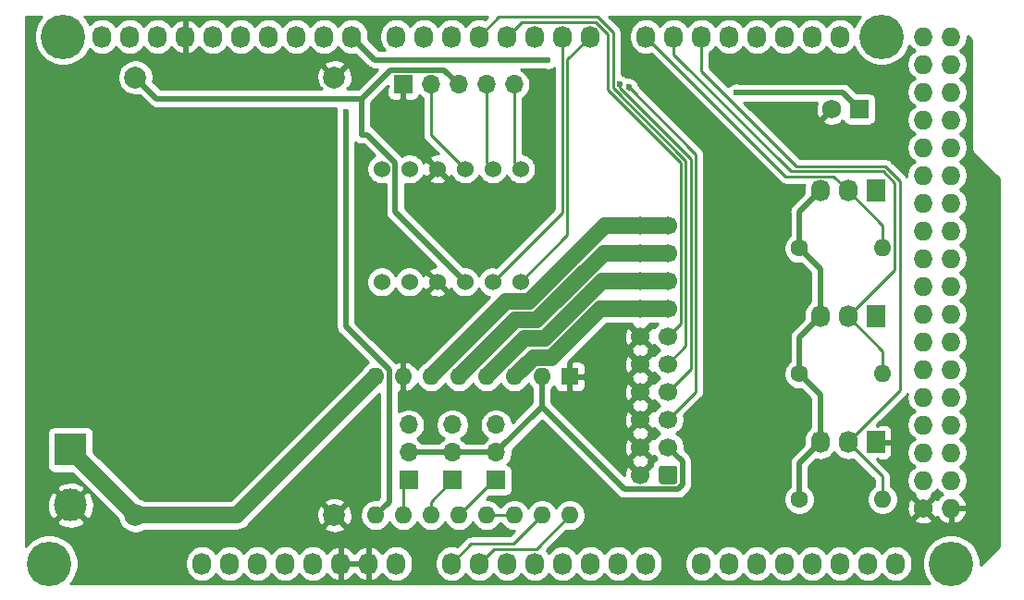
<source format=gtl>
G04 #@! TF.GenerationSoftware,KiCad,Pcbnew,5.1.6-c6e7f7d~87~ubuntu18.04.1*
G04 #@! TF.CreationDate,2021-05-18T20:00:01+01:00*
G04 #@! TF.ProjectId,CheeseShield,43686565-7365-4536-9869-656c642e6b69,rev?*
G04 #@! TF.SameCoordinates,Original*
G04 #@! TF.FileFunction,Copper,L1,Top*
G04 #@! TF.FilePolarity,Positive*
%FSLAX46Y46*%
G04 Gerber Fmt 4.6, Leading zero omitted, Abs format (unit mm)*
G04 Created by KiCad (PCBNEW 5.1.6-c6e7f7d~87~ubuntu18.04.1) date 2021-05-18 20:00:01*
%MOMM*%
%LPD*%
G01*
G04 APERTURE LIST*
G04 #@! TA.AperFunction,ComponentPad*
%ADD10C,1.524000*%
G04 #@! TD*
G04 #@! TA.AperFunction,ComponentPad*
%ADD11O,1.700000X1.700000*%
G04 #@! TD*
G04 #@! TA.AperFunction,ComponentPad*
%ADD12R,1.700000X1.700000*%
G04 #@! TD*
G04 #@! TA.AperFunction,ComponentPad*
%ADD13C,1.700000*%
G04 #@! TD*
G04 #@! TA.AperFunction,ComponentPad*
%ADD14R,1.750000X1.750000*%
G04 #@! TD*
G04 #@! TA.AperFunction,ComponentPad*
%ADD15C,1.750000*%
G04 #@! TD*
G04 #@! TA.AperFunction,ComponentPad*
%ADD16C,1.600000*%
G04 #@! TD*
G04 #@! TA.AperFunction,ComponentPad*
%ADD17O,1.600000X1.600000*%
G04 #@! TD*
G04 #@! TA.AperFunction,ComponentPad*
%ADD18C,2.000000*%
G04 #@! TD*
G04 #@! TA.AperFunction,ComponentPad*
%ADD19R,1.730000X2.030000*%
G04 #@! TD*
G04 #@! TA.AperFunction,ComponentPad*
%ADD20O,1.730000X2.030000*%
G04 #@! TD*
G04 #@! TA.AperFunction,ComponentPad*
%ADD21R,3.000000X3.000000*%
G04 #@! TD*
G04 #@! TA.AperFunction,ComponentPad*
%ADD22C,3.000000*%
G04 #@! TD*
G04 #@! TA.AperFunction,ComponentPad*
%ADD23R,1.600000X1.600000*%
G04 #@! TD*
G04 #@! TA.AperFunction,ComponentPad*
%ADD24C,1.727200*%
G04 #@! TD*
G04 #@! TA.AperFunction,ComponentPad*
%ADD25O,1.727200X1.727200*%
G04 #@! TD*
G04 #@! TA.AperFunction,ComponentPad*
%ADD26O,1.727200X2.032000*%
G04 #@! TD*
G04 #@! TA.AperFunction,ComponentPad*
%ADD27C,4.064000*%
G04 #@! TD*
G04 #@! TA.AperFunction,ViaPad*
%ADD28C,0.600000*%
G04 #@! TD*
G04 #@! TA.AperFunction,Conductor*
%ADD29C,0.500000*%
G04 #@! TD*
G04 #@! TA.AperFunction,Conductor*
%ADD30C,0.250000*%
G04 #@! TD*
G04 #@! TA.AperFunction,Conductor*
%ADD31C,1.500000*%
G04 #@! TD*
G04 #@! TA.AperFunction,Conductor*
%ADD32C,0.254000*%
G04 #@! TD*
G04 APERTURE END LIST*
D10*
X73800000Y1000000D03*
X76340000Y1000000D03*
X78880000Y1000000D03*
X81420000Y1000000D03*
X83960000Y1000000D03*
X86500000Y1000000D03*
X73790000Y-9340000D03*
X76330000Y-9340000D03*
X78870000Y-9340000D03*
X81410000Y-9340000D03*
X83950000Y-9340000D03*
X86500000Y-9350000D03*
D11*
X85910000Y8750000D03*
X83370000Y8750000D03*
X80830000Y8750000D03*
X78290000Y8750000D03*
D12*
X75750000Y8750000D03*
D13*
X97460000Y-4140000D03*
X97460000Y-6680000D03*
X97460000Y-9220000D03*
X97460000Y-11760000D03*
X97460000Y-14300000D03*
X97460000Y-16840000D03*
X97460000Y-19380000D03*
X97460000Y-21920000D03*
X97460000Y-24460000D03*
X97460000Y-27000000D03*
X100000000Y-4140000D03*
X100000000Y-6680000D03*
X100000000Y-9220000D03*
X100000000Y-11760000D03*
X100000000Y-14300000D03*
X100000000Y-16840000D03*
X100000000Y-19380000D03*
X100000000Y-21920000D03*
X100000000Y-24460000D03*
G04 #@! TA.AperFunction,ComponentPad*
G36*
G01*
X100850000Y-26400000D02*
X100850000Y-27600000D01*
G75*
G02*
X100600000Y-27850000I-250000J0D01*
G01*
X99400000Y-27850000D01*
G75*
G02*
X99150000Y-27600000I0J250000D01*
G01*
X99150000Y-26400000D01*
G75*
G02*
X99400000Y-26150000I250000J0D01*
G01*
X100600000Y-26150000D01*
G75*
G02*
X100850000Y-26400000I0J-250000D01*
G01*
G37*
G04 #@! TD.AperFunction*
D14*
X117500000Y6500000D03*
D15*
X115000000Y6500000D03*
D16*
X112000000Y-17750000D03*
D17*
X119620000Y-17750000D03*
D16*
X112000000Y-6250000D03*
D17*
X119620000Y-6250000D03*
D16*
X112000000Y-29250000D03*
D17*
X119620000Y-29250000D03*
D18*
X69450000Y9400000D03*
X51250000Y9400000D03*
X69450000Y-30700000D03*
X51250000Y-30700000D03*
D19*
X119000000Y-12500000D03*
D20*
X116460000Y-12500000D03*
X113920000Y-12500000D03*
D19*
X119000000Y-1000000D03*
D20*
X116460000Y-1000000D03*
X113920000Y-1000000D03*
D19*
X119000000Y-24000000D03*
D20*
X116460000Y-24000000D03*
X113920000Y-24000000D03*
D21*
X45300000Y-24700000D03*
D22*
X45300000Y-29780000D03*
D12*
X84250000Y-27500000D03*
D11*
X84250000Y-24960000D03*
X84250000Y-22420000D03*
D12*
X80250000Y-27500000D03*
D11*
X80250000Y-24960000D03*
X80250000Y-22420000D03*
D12*
X76250000Y-27500000D03*
D11*
X76250000Y-24960000D03*
X76250000Y-22420000D03*
D23*
X91000000Y-18000000D03*
D17*
X73220000Y-30700000D03*
X88460000Y-18000000D03*
X75760000Y-30700000D03*
X85920000Y-18000000D03*
X78300000Y-30700000D03*
X83380000Y-18000000D03*
X80840000Y-30700000D03*
X80840000Y-18000000D03*
X83380000Y-30700000D03*
X78300000Y-18000000D03*
X85920000Y-30700000D03*
X75760000Y-18000000D03*
X88460000Y-30700000D03*
X73220000Y-18000000D03*
X91000000Y-30700000D03*
D24*
X123358000Y-30046000D03*
D25*
X125898000Y-30046000D03*
X123358000Y-27506000D03*
X125898000Y-27506000D03*
X123358000Y-24966000D03*
X125898000Y-24966000D03*
X123358000Y-22426000D03*
X125898000Y-22426000D03*
X123358000Y-19886000D03*
X125898000Y-19886000D03*
X123358000Y-17346000D03*
X125898000Y-17346000D03*
X123358000Y-14806000D03*
X125898000Y-14806000D03*
X123358000Y-12266000D03*
X125898000Y-12266000D03*
X123358000Y-9726000D03*
X125898000Y-9726000D03*
X123358000Y-7186000D03*
X125898000Y-7186000D03*
X123358000Y-4646000D03*
X125898000Y-4646000D03*
X123358000Y-2106000D03*
X125898000Y-2106000D03*
X123358000Y434000D03*
X125898000Y434000D03*
X123358000Y2974000D03*
X125898000Y2974000D03*
X123358000Y5514000D03*
X125898000Y5514000D03*
X123358000Y8054000D03*
X125898000Y8054000D03*
X123358000Y10594000D03*
X125898000Y10594000D03*
X123358000Y13134000D03*
X125898000Y13134000D03*
D26*
X57318000Y-35126000D03*
X59858000Y-35126000D03*
X62398000Y-35126000D03*
X64938000Y-35126000D03*
X67478000Y-35126000D03*
X70018000Y-35126000D03*
X72558000Y-35126000D03*
X75098000Y-35126000D03*
X80178000Y-35126000D03*
X82718000Y-35126000D03*
X85258000Y-35126000D03*
X87798000Y-35126000D03*
X90338000Y-35126000D03*
X92878000Y-35126000D03*
X95418000Y-35126000D03*
X97958000Y-35126000D03*
X103038000Y-35126000D03*
X105578000Y-35126000D03*
X108118000Y-35126000D03*
X110658000Y-35126000D03*
X113198000Y-35126000D03*
X115738000Y-35126000D03*
X118278000Y-35126000D03*
X120818000Y-35126000D03*
X48174000Y13134000D03*
X50714000Y13134000D03*
X53254000Y13134000D03*
X55794000Y13134000D03*
X58334000Y13134000D03*
X60874000Y13134000D03*
X63414000Y13134000D03*
X65954000Y13134000D03*
X68494000Y13134000D03*
X71034000Y13134000D03*
X75098000Y13134000D03*
X77638000Y13134000D03*
X80178000Y13134000D03*
X82718000Y13134000D03*
X85258000Y13134000D03*
X87798000Y13134000D03*
X90338000Y13134000D03*
X92878000Y13134000D03*
X97958000Y13134000D03*
X100498000Y13134000D03*
X103038000Y13134000D03*
X105578000Y13134000D03*
X108118000Y13134000D03*
X110658000Y13134000D03*
X113198000Y13134000D03*
X115738000Y13134000D03*
D27*
X43348000Y-35126000D03*
X125898000Y-35126000D03*
X44618000Y13134000D03*
X119548000Y13134000D03*
D28*
X70500000Y6250000D03*
X106250000Y8000000D03*
X89000000Y11000000D03*
X96410775Y8495929D03*
X95575010Y8760147D03*
D29*
X79529999Y10050001D02*
X80830000Y8750000D01*
X74539999Y10050001D02*
X79529999Y10050001D01*
X71939997Y7449999D02*
X74539999Y10050001D01*
X51250000Y9400000D02*
X53200001Y7449999D01*
X53200001Y7449999D02*
X71939997Y7449999D01*
X71939997Y7449999D02*
X71939997Y4130003D01*
X88460000Y-20750000D02*
X84250000Y-24960000D01*
X88460000Y-18000000D02*
X88460000Y-20750000D01*
X80250000Y-24960000D02*
X84250000Y-24960000D01*
X80250000Y-24960000D02*
X76250000Y-24960000D01*
X112000000Y-25920000D02*
X113920000Y-24000000D01*
X112000000Y-29250000D02*
X112000000Y-25920000D01*
X113920000Y-19670000D02*
X112000000Y-17750000D01*
X113920000Y-24000000D02*
X113920000Y-19670000D01*
X112000000Y-14420000D02*
X113920000Y-12500000D01*
X112000000Y-17750000D02*
X112000000Y-14420000D01*
X113920000Y-8170000D02*
X112000000Y-6250000D01*
X113920000Y-12500000D02*
X113920000Y-8170000D01*
X112000000Y-2920000D02*
X113920000Y-1000000D01*
X112000000Y-6250000D02*
X112000000Y-2920000D01*
X75012001Y-2942001D02*
X81410000Y-9340000D01*
X75012001Y1581761D02*
X75012001Y-2942001D01*
X72463759Y4130003D02*
X75012001Y1581761D01*
X71939997Y4130003D02*
X72463759Y4130003D01*
X101300010Y-25760010D02*
X100000000Y-24460000D01*
X101300010Y-27889956D02*
X101300010Y-25760010D01*
X100889956Y-28300010D02*
X101300010Y-27889956D01*
X96010010Y-28300010D02*
X100889956Y-28300010D01*
X88460000Y-20750000D02*
X96010010Y-28300010D01*
X73220000Y-30700000D02*
X74470001Y-29449999D01*
X74470001Y-17399999D02*
X72000000Y-14929998D01*
X74470001Y-29449999D02*
X74470001Y-17399999D01*
X72000000Y-14929998D02*
X70500000Y-13429998D01*
X70500000Y-13429998D02*
X70500000Y6250000D01*
D30*
X75760000Y-27990000D02*
X76250000Y-27500000D01*
X75760000Y-30700000D02*
X75760000Y-27990000D01*
X78300000Y-29450000D02*
X80250000Y-27500000D01*
X78300000Y-30700000D02*
X78300000Y-29450000D01*
X84040000Y-27500000D02*
X84250000Y-27500000D01*
X80840000Y-30700000D02*
X84040000Y-27500000D01*
X85920000Y-30700000D02*
X83380000Y-30700000D01*
X85825020Y-33334980D02*
X88460000Y-30700000D01*
X81969020Y-33334980D02*
X85825020Y-33334980D01*
X80178000Y-35126000D02*
X81969020Y-33334980D01*
D31*
X45300000Y-24750000D02*
X51250000Y-30700000D01*
X45300000Y-24700000D02*
X45300000Y-24750000D01*
X60520000Y-30700000D02*
X73220000Y-18000000D01*
X51250000Y-30700000D02*
X60520000Y-30700000D01*
D30*
X87915010Y-33784990D02*
X91000000Y-30700000D01*
X84059010Y-33784990D02*
X87915010Y-33784990D01*
X82718000Y-35126000D02*
X84059010Y-33784990D01*
X110751990Y340010D02*
X97958000Y13134000D01*
X115119990Y340010D02*
X110751990Y340010D01*
X116460000Y-1000000D02*
X115119990Y340010D01*
X119620000Y-4160000D02*
X116460000Y-1000000D01*
X119620000Y-6250000D02*
X119620000Y-4160000D01*
X119620000Y-27160000D02*
X116460000Y-24000000D01*
X119620000Y-29250000D02*
X119620000Y-27160000D01*
X121195010Y-93598D02*
X119851412Y1250000D01*
X116460000Y-24000000D02*
X121195010Y-19264990D01*
X121195010Y-19264990D02*
X121195010Y-93598D01*
X119851412Y1250000D02*
X111750000Y1250000D01*
X103038000Y9962000D02*
X103038000Y13134000D01*
X111750000Y1250000D02*
X103038000Y9962000D01*
D29*
X117500000Y6500000D02*
X116000000Y8000000D01*
X116000000Y8000000D02*
X106250000Y8000000D01*
X73168000Y11000000D02*
X71034000Y13134000D01*
X89000000Y11000000D02*
X73168000Y11000000D01*
D30*
X119620000Y-15660000D02*
X116460000Y-12500000D01*
X119620000Y-17750000D02*
X119620000Y-15660000D01*
X120745001Y-279999D02*
X119674982Y790020D01*
X116460000Y-12500000D02*
X120745001Y-8214999D01*
X120745001Y-8214999D02*
X120745001Y-279999D01*
X119674982Y790020D02*
X111209980Y790020D01*
X100498000Y11502000D02*
X100498000Y13134000D01*
X111209980Y790020D02*
X100498000Y11502000D01*
X90338000Y-2952000D02*
X90338000Y13134000D01*
X83950000Y-9340000D02*
X90338000Y-2952000D01*
X90788010Y11044010D02*
X92878000Y13134000D01*
X90788010Y-5061990D02*
X90788010Y11044010D01*
X86500000Y-9350000D02*
X90788010Y-5061990D01*
X93556739Y14925019D02*
X94950010Y13531748D01*
X82718000Y13134000D02*
X84509020Y14925020D01*
X84509020Y14925020D02*
X93556739Y14925019D01*
X94950010Y13531748D02*
X94950010Y8436400D01*
X101625011Y-15214989D02*
X100000000Y-16840000D01*
X101625011Y1761399D02*
X101625011Y-15214989D01*
X94950010Y8436400D02*
X101625011Y1761399D01*
X96410775Y8495929D02*
X96410775Y8248455D01*
X102525031Y-19394969D02*
X100000000Y-21920000D01*
X102525031Y2381673D02*
X102525031Y-19394969D01*
X96410775Y8495929D02*
X102525031Y2381673D01*
X102075021Y-17304979D02*
X100000000Y-19380000D01*
X102075021Y1947799D02*
X102075021Y-17304979D01*
X95575010Y8447810D02*
X102075021Y1947799D01*
X95575010Y8760147D02*
X95575010Y8447810D01*
X86599010Y14475010D02*
X93370338Y14475010D01*
X93370338Y14475010D02*
X94500000Y13345348D01*
X85258000Y13134000D02*
X86599010Y14475010D01*
X94500000Y13345348D02*
X94500000Y8250000D01*
X101175001Y-13124999D02*
X100000000Y-14300000D01*
X101175001Y1574999D02*
X101175001Y-13124999D01*
X94500000Y8250000D02*
X101175001Y1574999D01*
D31*
X85920000Y-18000000D02*
X87670000Y-16250000D01*
X87670000Y-16250000D02*
X89346292Y-16250000D01*
X93836292Y-11760000D02*
X97460000Y-11760000D01*
X89346292Y-16250000D02*
X93836292Y-11760000D01*
X97460000Y-11760000D02*
X100000000Y-11760000D01*
X83380000Y-18000000D02*
X86884094Y-14495906D01*
X93972116Y-9220000D02*
X97460000Y-9220000D01*
X88696210Y-14495906D02*
X93972116Y-9220000D01*
X86884094Y-14495906D02*
X88696210Y-14495906D01*
X97460000Y-9220000D02*
X100000000Y-9220000D01*
X80840000Y-18000000D02*
X86044104Y-12795896D01*
X94107939Y-6680000D02*
X97460000Y-6680000D01*
X87992043Y-12795896D02*
X94107939Y-6680000D01*
X86044104Y-12795896D02*
X87992043Y-12795896D01*
X97460000Y-6680000D02*
X100000000Y-6680000D01*
X78300000Y-18000000D02*
X85204114Y-11095886D01*
X94243762Y-4140000D02*
X97460000Y-4140000D01*
X87287876Y-11095886D02*
X94243762Y-4140000D01*
X85204114Y-11095886D02*
X87287876Y-11095886D01*
X97460000Y-4140000D02*
X100000000Y-4140000D01*
D30*
X85910000Y1590000D02*
X86500000Y1000000D01*
X85910000Y8750000D02*
X85910000Y1590000D01*
X83370000Y1590000D02*
X83960000Y1000000D01*
X83370000Y8750000D02*
X83370000Y1590000D01*
X78290000Y8130000D02*
X78290000Y8750000D01*
X78290000Y4130000D02*
X81420000Y1000000D01*
X78290000Y8750000D02*
X78290000Y4130000D01*
D32*
G36*
X42546406Y14834113D02*
G01*
X42254536Y14397298D01*
X42053492Y13911935D01*
X41951000Y13396677D01*
X41951000Y12871323D01*
X42053492Y12356065D01*
X42254536Y11870702D01*
X42546406Y11433887D01*
X42917887Y11062406D01*
X43354702Y10770536D01*
X43840065Y10569492D01*
X44355323Y10467000D01*
X44880677Y10467000D01*
X45395935Y10569492D01*
X45881298Y10770536D01*
X46318113Y11062406D01*
X46689594Y11433887D01*
X46981464Y11870702D01*
X47037001Y12004781D01*
X47109203Y11916803D01*
X47337395Y11729531D01*
X47597737Y11590375D01*
X47880224Y11504684D01*
X48174000Y11475749D01*
X48467777Y11504684D01*
X48750264Y11590375D01*
X49010606Y11729531D01*
X49238797Y11916803D01*
X49426069Y12144994D01*
X49444000Y12178541D01*
X49461931Y12144994D01*
X49649203Y11916803D01*
X49877395Y11729531D01*
X50137737Y11590375D01*
X50420224Y11504684D01*
X50714000Y11475749D01*
X51007777Y11504684D01*
X51290264Y11590375D01*
X51550606Y11729531D01*
X51778797Y11916803D01*
X51966069Y12144994D01*
X51984000Y12178541D01*
X52001931Y12144994D01*
X52189203Y11916803D01*
X52417395Y11729531D01*
X52677737Y11590375D01*
X52960224Y11504684D01*
X53254000Y11475749D01*
X53547777Y11504684D01*
X53830264Y11590375D01*
X54090606Y11729531D01*
X54318797Y11916803D01*
X54506069Y12144994D01*
X54527424Y12184947D01*
X54675514Y11982271D01*
X54891965Y11783267D01*
X55143081Y11630314D01*
X55419211Y11529291D01*
X55434974Y11526642D01*
X55667000Y11647783D01*
X55667000Y13007000D01*
X55647000Y13007000D01*
X55647000Y13261000D01*
X55667000Y13261000D01*
X55667000Y14620217D01*
X55434974Y14741358D01*
X55419211Y14738709D01*
X55143081Y14637686D01*
X54891965Y14484733D01*
X54675514Y14285729D01*
X54527424Y14083053D01*
X54506069Y14123006D01*
X54318797Y14351197D01*
X54090605Y14538469D01*
X53830263Y14677625D01*
X53547776Y14763316D01*
X53254000Y14792251D01*
X52960223Y14763316D01*
X52677736Y14677625D01*
X52417394Y14538469D01*
X52189203Y14351197D01*
X52001931Y14123005D01*
X51984000Y14089459D01*
X51966069Y14123006D01*
X51778797Y14351197D01*
X51550605Y14538469D01*
X51290263Y14677625D01*
X51007776Y14763316D01*
X50714000Y14792251D01*
X50420223Y14763316D01*
X50137736Y14677625D01*
X49877394Y14538469D01*
X49649203Y14351197D01*
X49461931Y14123005D01*
X49444000Y14089459D01*
X49426069Y14123006D01*
X49238797Y14351197D01*
X49010605Y14538469D01*
X48750263Y14677625D01*
X48467776Y14763316D01*
X48174000Y14792251D01*
X47880223Y14763316D01*
X47597736Y14677625D01*
X47337394Y14538469D01*
X47109203Y14351197D01*
X47037001Y14263219D01*
X46981464Y14397298D01*
X46689594Y14834113D01*
X46559707Y14964000D01*
X83473198Y14964000D01*
X83211829Y14702631D01*
X83011776Y14763316D01*
X82718000Y14792251D01*
X82424223Y14763316D01*
X82141736Y14677625D01*
X81881394Y14538469D01*
X81653203Y14351197D01*
X81465931Y14123005D01*
X81448000Y14089459D01*
X81430069Y14123006D01*
X81242797Y14351197D01*
X81014605Y14538469D01*
X80754263Y14677625D01*
X80471776Y14763316D01*
X80178000Y14792251D01*
X79884223Y14763316D01*
X79601736Y14677625D01*
X79341394Y14538469D01*
X79113203Y14351197D01*
X78925931Y14123005D01*
X78908000Y14089459D01*
X78890069Y14123006D01*
X78702797Y14351197D01*
X78474605Y14538469D01*
X78214263Y14677625D01*
X77931776Y14763316D01*
X77638000Y14792251D01*
X77344223Y14763316D01*
X77061736Y14677625D01*
X76801394Y14538469D01*
X76573203Y14351197D01*
X76385931Y14123005D01*
X76368000Y14089459D01*
X76350069Y14123006D01*
X76162797Y14351197D01*
X75934605Y14538469D01*
X75674263Y14677625D01*
X75391776Y14763316D01*
X75098000Y14792251D01*
X74804223Y14763316D01*
X74521736Y14677625D01*
X74261394Y14538469D01*
X74033203Y14351197D01*
X73845931Y14123005D01*
X73706775Y13862663D01*
X73621084Y13580176D01*
X73599400Y13360018D01*
X73599400Y12907981D01*
X73621084Y12687823D01*
X73706775Y12405336D01*
X73845931Y12144994D01*
X74033203Y11916803D01*
X74071955Y11885000D01*
X73534579Y11885000D01*
X72530717Y12888862D01*
X72532600Y12907982D01*
X72532600Y13360019D01*
X72510916Y13580177D01*
X72425225Y13862664D01*
X72286069Y14123006D01*
X72098797Y14351197D01*
X71870605Y14538469D01*
X71610263Y14677625D01*
X71327776Y14763316D01*
X71034000Y14792251D01*
X70740223Y14763316D01*
X70457736Y14677625D01*
X70197394Y14538469D01*
X69969203Y14351197D01*
X69781931Y14123005D01*
X69764000Y14089459D01*
X69746069Y14123006D01*
X69558797Y14351197D01*
X69330605Y14538469D01*
X69070263Y14677625D01*
X68787776Y14763316D01*
X68494000Y14792251D01*
X68200223Y14763316D01*
X67917736Y14677625D01*
X67657394Y14538469D01*
X67429203Y14351197D01*
X67241931Y14123005D01*
X67224000Y14089459D01*
X67206069Y14123006D01*
X67018797Y14351197D01*
X66790605Y14538469D01*
X66530263Y14677625D01*
X66247776Y14763316D01*
X65954000Y14792251D01*
X65660223Y14763316D01*
X65377736Y14677625D01*
X65117394Y14538469D01*
X64889203Y14351197D01*
X64701931Y14123005D01*
X64684000Y14089459D01*
X64666069Y14123006D01*
X64478797Y14351197D01*
X64250605Y14538469D01*
X63990263Y14677625D01*
X63707776Y14763316D01*
X63414000Y14792251D01*
X63120223Y14763316D01*
X62837736Y14677625D01*
X62577394Y14538469D01*
X62349203Y14351197D01*
X62161931Y14123005D01*
X62144000Y14089459D01*
X62126069Y14123006D01*
X61938797Y14351197D01*
X61710605Y14538469D01*
X61450263Y14677625D01*
X61167776Y14763316D01*
X60874000Y14792251D01*
X60580223Y14763316D01*
X60297736Y14677625D01*
X60037394Y14538469D01*
X59809203Y14351197D01*
X59621931Y14123005D01*
X59604000Y14089459D01*
X59586069Y14123006D01*
X59398797Y14351197D01*
X59170605Y14538469D01*
X58910263Y14677625D01*
X58627776Y14763316D01*
X58334000Y14792251D01*
X58040223Y14763316D01*
X57757736Y14677625D01*
X57497394Y14538469D01*
X57269203Y14351197D01*
X57081931Y14123005D01*
X57060576Y14083053D01*
X56912486Y14285729D01*
X56696035Y14484733D01*
X56444919Y14637686D01*
X56168789Y14738709D01*
X56153026Y14741358D01*
X55921000Y14620217D01*
X55921000Y13261000D01*
X55941000Y13261000D01*
X55941000Y13007000D01*
X55921000Y13007000D01*
X55921000Y11647783D01*
X56153026Y11526642D01*
X56168789Y11529291D01*
X56444919Y11630314D01*
X56696035Y11783267D01*
X56912486Y11982271D01*
X57060576Y12184947D01*
X57081931Y12144994D01*
X57269203Y11916803D01*
X57497395Y11729531D01*
X57757737Y11590375D01*
X58040224Y11504684D01*
X58334000Y11475749D01*
X58627777Y11504684D01*
X58910264Y11590375D01*
X59170606Y11729531D01*
X59398797Y11916803D01*
X59586069Y12144994D01*
X59604000Y12178541D01*
X59621931Y12144994D01*
X59809203Y11916803D01*
X60037395Y11729531D01*
X60297737Y11590375D01*
X60580224Y11504684D01*
X60874000Y11475749D01*
X61167777Y11504684D01*
X61450264Y11590375D01*
X61710606Y11729531D01*
X61938797Y11916803D01*
X62126069Y12144994D01*
X62144000Y12178541D01*
X62161931Y12144994D01*
X62349203Y11916803D01*
X62577395Y11729531D01*
X62837737Y11590375D01*
X63120224Y11504684D01*
X63414000Y11475749D01*
X63707777Y11504684D01*
X63990264Y11590375D01*
X64250606Y11729531D01*
X64478797Y11916803D01*
X64666069Y12144994D01*
X64684000Y12178541D01*
X64701931Y12144994D01*
X64889203Y11916803D01*
X65117395Y11729531D01*
X65377737Y11590375D01*
X65660224Y11504684D01*
X65954000Y11475749D01*
X66247777Y11504684D01*
X66530264Y11590375D01*
X66790606Y11729531D01*
X67018797Y11916803D01*
X67206069Y12144994D01*
X67224000Y12178541D01*
X67241931Y12144994D01*
X67429203Y11916803D01*
X67657395Y11729531D01*
X67917737Y11590375D01*
X68200224Y11504684D01*
X68494000Y11475749D01*
X68787777Y11504684D01*
X69070264Y11590375D01*
X69330606Y11729531D01*
X69558797Y11916803D01*
X69746069Y12144994D01*
X69764000Y12178541D01*
X69781931Y12144994D01*
X69969203Y11916803D01*
X70197395Y11729531D01*
X70457737Y11590375D01*
X70740224Y11504684D01*
X71034000Y11475749D01*
X71327777Y11504684D01*
X71392196Y11524225D01*
X72511470Y10404951D01*
X72539183Y10371183D01*
X72572951Y10343470D01*
X72572953Y10343468D01*
X72638980Y10289281D01*
X72673941Y10260589D01*
X72827687Y10178411D01*
X72994510Y10127805D01*
X73124523Y10115000D01*
X73124531Y10115000D01*
X73168000Y10110719D01*
X73211469Y10115000D01*
X73353419Y10115000D01*
X71573419Y8334999D01*
X70694609Y8334999D01*
X70585415Y8444193D01*
X70849814Y8539956D01*
X70990704Y8829571D01*
X71072384Y9141108D01*
X71091718Y9462595D01*
X71047961Y9781675D01*
X70942795Y10086088D01*
X70849814Y10260044D01*
X70585413Y10355808D01*
X69629605Y9400000D01*
X69643748Y9385858D01*
X69464143Y9206253D01*
X69450000Y9220395D01*
X69435858Y9206253D01*
X69256253Y9385858D01*
X69270395Y9400000D01*
X68314587Y10355808D01*
X68050186Y10260044D01*
X67909296Y9970429D01*
X67827616Y9658892D01*
X67808282Y9337405D01*
X67852039Y9018325D01*
X67957205Y8713912D01*
X68050186Y8539956D01*
X68314585Y8444193D01*
X68205391Y8334999D01*
X53566580Y8334999D01*
X52848103Y9053475D01*
X52885000Y9238967D01*
X52885000Y9561033D01*
X52822168Y9876912D01*
X52698918Y10174463D01*
X52519987Y10442252D01*
X52426826Y10535413D01*
X68494192Y10535413D01*
X69450000Y9579605D01*
X70405808Y10535413D01*
X70310044Y10799814D01*
X70020429Y10940704D01*
X69708892Y11022384D01*
X69387405Y11041718D01*
X69068325Y10997961D01*
X68763912Y10892795D01*
X68589956Y10799814D01*
X68494192Y10535413D01*
X52426826Y10535413D01*
X52292252Y10669987D01*
X52024463Y10848918D01*
X51726912Y10972168D01*
X51411033Y11035000D01*
X51088967Y11035000D01*
X50773088Y10972168D01*
X50475537Y10848918D01*
X50207748Y10669987D01*
X49980013Y10442252D01*
X49801082Y10174463D01*
X49677832Y9876912D01*
X49615000Y9561033D01*
X49615000Y9238967D01*
X49677832Y8923088D01*
X49801082Y8625537D01*
X49980013Y8357748D01*
X50207748Y8130013D01*
X50475537Y7951082D01*
X50773088Y7827832D01*
X51088967Y7765000D01*
X51411033Y7765000D01*
X51596525Y7801897D01*
X52543471Y6854950D01*
X52571184Y6821182D01*
X52604952Y6793469D01*
X52604954Y6793467D01*
X52687214Y6725958D01*
X52705942Y6710588D01*
X52859688Y6628410D01*
X53026511Y6577804D01*
X53156524Y6564999D01*
X53156532Y6564999D01*
X53200001Y6560718D01*
X53243470Y6564999D01*
X69618441Y6564999D01*
X69600932Y6522729D01*
X69565000Y6342089D01*
X69565000Y6157911D01*
X69600932Y5977271D01*
X69615001Y5943305D01*
X69615000Y-13386529D01*
X69610719Y-13429998D01*
X69615000Y-13473467D01*
X69615000Y-13473474D01*
X69627805Y-13603487D01*
X69678411Y-13770310D01*
X69760589Y-13924056D01*
X69871183Y-14058815D01*
X69904956Y-14086532D01*
X71404953Y-15586530D01*
X71404958Y-15586534D01*
X72544848Y-16726425D01*
X72540273Y-16728320D01*
X72305241Y-16885363D01*
X72105363Y-17085241D01*
X71962977Y-17298337D01*
X59946315Y-29315000D01*
X52120123Y-29315000D01*
X52024463Y-29251082D01*
X51726912Y-29127832D01*
X51614073Y-29105387D01*
X47438072Y-24929387D01*
X47438072Y-23200000D01*
X47425812Y-23075518D01*
X47389502Y-22955820D01*
X47330537Y-22845506D01*
X47251185Y-22748815D01*
X47154494Y-22669463D01*
X47044180Y-22610498D01*
X46924482Y-22574188D01*
X46800000Y-22561928D01*
X43800000Y-22561928D01*
X43675518Y-22574188D01*
X43555820Y-22610498D01*
X43445506Y-22669463D01*
X43348815Y-22748815D01*
X43269463Y-22845506D01*
X43210498Y-22955820D01*
X43174188Y-23075518D01*
X43161928Y-23200000D01*
X43161928Y-26200000D01*
X43174188Y-26324482D01*
X43210498Y-26444180D01*
X43269463Y-26554494D01*
X43348815Y-26651185D01*
X43445506Y-26730537D01*
X43555820Y-26789502D01*
X43675518Y-26825812D01*
X43800000Y-26838072D01*
X45429387Y-26838072D01*
X49655387Y-31064073D01*
X49677832Y-31176912D01*
X49801082Y-31474463D01*
X49980013Y-31742252D01*
X50207748Y-31969987D01*
X50475537Y-32148918D01*
X50773088Y-32272168D01*
X51088967Y-32335000D01*
X51411033Y-32335000D01*
X51726912Y-32272168D01*
X52024463Y-32148918D01*
X52120123Y-32085000D01*
X60451971Y-32085000D01*
X60520000Y-32091700D01*
X60588029Y-32085000D01*
X60588037Y-32085000D01*
X60791507Y-32064960D01*
X61052581Y-31985764D01*
X61293188Y-31857157D01*
X61319683Y-31835413D01*
X68494192Y-31835413D01*
X68589956Y-32099814D01*
X68879571Y-32240704D01*
X69191108Y-32322384D01*
X69512595Y-32341718D01*
X69831675Y-32297961D01*
X70136088Y-32192795D01*
X70310044Y-32099814D01*
X70405808Y-31835413D01*
X69450000Y-30879605D01*
X68494192Y-31835413D01*
X61319683Y-31835413D01*
X61504081Y-31684081D01*
X61547454Y-31631231D01*
X62416090Y-30762595D01*
X67808282Y-30762595D01*
X67852039Y-31081675D01*
X67957205Y-31386088D01*
X68050186Y-31560044D01*
X68314587Y-31655808D01*
X69270395Y-30700000D01*
X69629605Y-30700000D01*
X70585413Y-31655808D01*
X70849814Y-31560044D01*
X70990704Y-31270429D01*
X71072384Y-30958892D01*
X71091718Y-30637405D01*
X71047961Y-30318325D01*
X70942795Y-30013912D01*
X70849814Y-29839956D01*
X70585413Y-29744192D01*
X69629605Y-30700000D01*
X69270395Y-30700000D01*
X68314587Y-29744192D01*
X68050186Y-29839956D01*
X67909296Y-30129571D01*
X67827616Y-30441108D01*
X67808282Y-30762595D01*
X62416090Y-30762595D01*
X63614098Y-29564587D01*
X68494192Y-29564587D01*
X69450000Y-30520395D01*
X70405808Y-29564587D01*
X70310044Y-29300186D01*
X70020429Y-29159296D01*
X69708892Y-29077616D01*
X69387405Y-29058282D01*
X69068325Y-29102039D01*
X68763912Y-29207205D01*
X68589956Y-29300186D01*
X68494192Y-29564587D01*
X63614098Y-29564587D01*
X73585002Y-19593684D01*
X73585001Y-29083420D01*
X73396439Y-29271983D01*
X73361335Y-29265000D01*
X73078665Y-29265000D01*
X72801426Y-29320147D01*
X72540273Y-29428320D01*
X72305241Y-29585363D01*
X72105363Y-29785241D01*
X71948320Y-30020273D01*
X71840147Y-30281426D01*
X71785000Y-30558665D01*
X71785000Y-30841335D01*
X71840147Y-31118574D01*
X71948320Y-31379727D01*
X72105363Y-31614759D01*
X72305241Y-31814637D01*
X72540273Y-31971680D01*
X72801426Y-32079853D01*
X73078665Y-32135000D01*
X73361335Y-32135000D01*
X73638574Y-32079853D01*
X73899727Y-31971680D01*
X74134759Y-31814637D01*
X74334637Y-31614759D01*
X74490000Y-31382241D01*
X74645363Y-31614759D01*
X74845241Y-31814637D01*
X75080273Y-31971680D01*
X75341426Y-32079853D01*
X75618665Y-32135000D01*
X75901335Y-32135000D01*
X76178574Y-32079853D01*
X76439727Y-31971680D01*
X76674759Y-31814637D01*
X76874637Y-31614759D01*
X77030000Y-31382241D01*
X77185363Y-31614759D01*
X77385241Y-31814637D01*
X77620273Y-31971680D01*
X77881426Y-32079853D01*
X78158665Y-32135000D01*
X78441335Y-32135000D01*
X78718574Y-32079853D01*
X78979727Y-31971680D01*
X79214759Y-31814637D01*
X79414637Y-31614759D01*
X79570000Y-31382241D01*
X79725363Y-31614759D01*
X79925241Y-31814637D01*
X80160273Y-31971680D01*
X80421426Y-32079853D01*
X80698665Y-32135000D01*
X80981335Y-32135000D01*
X81258574Y-32079853D01*
X81519727Y-31971680D01*
X81754759Y-31814637D01*
X81954637Y-31614759D01*
X82110000Y-31382241D01*
X82265363Y-31614759D01*
X82465241Y-31814637D01*
X82700273Y-31971680D01*
X82961426Y-32079853D01*
X83238665Y-32135000D01*
X83521335Y-32135000D01*
X83798574Y-32079853D01*
X84059727Y-31971680D01*
X84294759Y-31814637D01*
X84494637Y-31614759D01*
X84598043Y-31460000D01*
X84701957Y-31460000D01*
X84805363Y-31614759D01*
X85005241Y-31814637D01*
X85240273Y-31971680D01*
X85501426Y-32079853D01*
X85778665Y-32135000D01*
X85950198Y-32135000D01*
X85510219Y-32574980D01*
X82006345Y-32574980D01*
X81969020Y-32571304D01*
X81931695Y-32574980D01*
X81931687Y-32574980D01*
X81820034Y-32585977D01*
X81676773Y-32629434D01*
X81544744Y-32700006D01*
X81429019Y-32794979D01*
X81405221Y-32823977D01*
X80671829Y-33557369D01*
X80471776Y-33496684D01*
X80178000Y-33467749D01*
X79884223Y-33496684D01*
X79601736Y-33582375D01*
X79341394Y-33721531D01*
X79113203Y-33908803D01*
X78925931Y-34136995D01*
X78786775Y-34397337D01*
X78701084Y-34679824D01*
X78679400Y-34899982D01*
X78679400Y-35352019D01*
X78701084Y-35572177D01*
X78786775Y-35854664D01*
X78925931Y-36115006D01*
X79113203Y-36343197D01*
X79341395Y-36530469D01*
X79601737Y-36669625D01*
X79884224Y-36755316D01*
X80178000Y-36784251D01*
X80471777Y-36755316D01*
X80754264Y-36669625D01*
X81014606Y-36530469D01*
X81242797Y-36343197D01*
X81430069Y-36115006D01*
X81448000Y-36081459D01*
X81465931Y-36115006D01*
X81653203Y-36343197D01*
X81881395Y-36530469D01*
X82141737Y-36669625D01*
X82424224Y-36755316D01*
X82718000Y-36784251D01*
X83011777Y-36755316D01*
X83294264Y-36669625D01*
X83554606Y-36530469D01*
X83782797Y-36343197D01*
X83970069Y-36115006D01*
X83988000Y-36081459D01*
X84005931Y-36115006D01*
X84193203Y-36343197D01*
X84421395Y-36530469D01*
X84681737Y-36669625D01*
X84964224Y-36755316D01*
X85258000Y-36784251D01*
X85551777Y-36755316D01*
X85834264Y-36669625D01*
X86094606Y-36530469D01*
X86322797Y-36343197D01*
X86510069Y-36115006D01*
X86528000Y-36081459D01*
X86545931Y-36115006D01*
X86733203Y-36343197D01*
X86961395Y-36530469D01*
X87221737Y-36669625D01*
X87504224Y-36755316D01*
X87798000Y-36784251D01*
X88091777Y-36755316D01*
X88374264Y-36669625D01*
X88634606Y-36530469D01*
X88862797Y-36343197D01*
X89050069Y-36115006D01*
X89068000Y-36081459D01*
X89085931Y-36115006D01*
X89273203Y-36343197D01*
X89501395Y-36530469D01*
X89761737Y-36669625D01*
X90044224Y-36755316D01*
X90338000Y-36784251D01*
X90631777Y-36755316D01*
X90914264Y-36669625D01*
X91174606Y-36530469D01*
X91402797Y-36343197D01*
X91590069Y-36115006D01*
X91608000Y-36081459D01*
X91625931Y-36115006D01*
X91813203Y-36343197D01*
X92041395Y-36530469D01*
X92301737Y-36669625D01*
X92584224Y-36755316D01*
X92878000Y-36784251D01*
X93171777Y-36755316D01*
X93454264Y-36669625D01*
X93714606Y-36530469D01*
X93942797Y-36343197D01*
X94130069Y-36115006D01*
X94148000Y-36081459D01*
X94165931Y-36115006D01*
X94353203Y-36343197D01*
X94581395Y-36530469D01*
X94841737Y-36669625D01*
X95124224Y-36755316D01*
X95418000Y-36784251D01*
X95711777Y-36755316D01*
X95994264Y-36669625D01*
X96254606Y-36530469D01*
X96482797Y-36343197D01*
X96670069Y-36115006D01*
X96688000Y-36081459D01*
X96705931Y-36115006D01*
X96893203Y-36343197D01*
X97121395Y-36530469D01*
X97381737Y-36669625D01*
X97664224Y-36755316D01*
X97958000Y-36784251D01*
X98251777Y-36755316D01*
X98534264Y-36669625D01*
X98794606Y-36530469D01*
X99022797Y-36343197D01*
X99210069Y-36115006D01*
X99349225Y-35854663D01*
X99434916Y-35572176D01*
X99456600Y-35352018D01*
X99456600Y-34899982D01*
X101539400Y-34899982D01*
X101539400Y-35352019D01*
X101561084Y-35572177D01*
X101646775Y-35854664D01*
X101785931Y-36115006D01*
X101973203Y-36343197D01*
X102201395Y-36530469D01*
X102461737Y-36669625D01*
X102744224Y-36755316D01*
X103038000Y-36784251D01*
X103331777Y-36755316D01*
X103614264Y-36669625D01*
X103874606Y-36530469D01*
X104102797Y-36343197D01*
X104290069Y-36115006D01*
X104308000Y-36081459D01*
X104325931Y-36115006D01*
X104513203Y-36343197D01*
X104741395Y-36530469D01*
X105001737Y-36669625D01*
X105284224Y-36755316D01*
X105578000Y-36784251D01*
X105871777Y-36755316D01*
X106154264Y-36669625D01*
X106414606Y-36530469D01*
X106642797Y-36343197D01*
X106830069Y-36115006D01*
X106848000Y-36081459D01*
X106865931Y-36115006D01*
X107053203Y-36343197D01*
X107281395Y-36530469D01*
X107541737Y-36669625D01*
X107824224Y-36755316D01*
X108118000Y-36784251D01*
X108411777Y-36755316D01*
X108694264Y-36669625D01*
X108954606Y-36530469D01*
X109182797Y-36343197D01*
X109370069Y-36115006D01*
X109388000Y-36081459D01*
X109405931Y-36115006D01*
X109593203Y-36343197D01*
X109821395Y-36530469D01*
X110081737Y-36669625D01*
X110364224Y-36755316D01*
X110658000Y-36784251D01*
X110951777Y-36755316D01*
X111234264Y-36669625D01*
X111494606Y-36530469D01*
X111722797Y-36343197D01*
X111910069Y-36115006D01*
X111928000Y-36081459D01*
X111945931Y-36115006D01*
X112133203Y-36343197D01*
X112361395Y-36530469D01*
X112621737Y-36669625D01*
X112904224Y-36755316D01*
X113198000Y-36784251D01*
X113491777Y-36755316D01*
X113774264Y-36669625D01*
X114034606Y-36530469D01*
X114262797Y-36343197D01*
X114450069Y-36115006D01*
X114468000Y-36081459D01*
X114485931Y-36115006D01*
X114673203Y-36343197D01*
X114901395Y-36530469D01*
X115161737Y-36669625D01*
X115444224Y-36755316D01*
X115738000Y-36784251D01*
X116031777Y-36755316D01*
X116314264Y-36669625D01*
X116574606Y-36530469D01*
X116802797Y-36343197D01*
X116990069Y-36115006D01*
X117008000Y-36081459D01*
X117025931Y-36115006D01*
X117213203Y-36343197D01*
X117441395Y-36530469D01*
X117701737Y-36669625D01*
X117984224Y-36755316D01*
X118278000Y-36784251D01*
X118571777Y-36755316D01*
X118854264Y-36669625D01*
X119114606Y-36530469D01*
X119342797Y-36343197D01*
X119530069Y-36115006D01*
X119548000Y-36081459D01*
X119565931Y-36115006D01*
X119753203Y-36343197D01*
X119981395Y-36530469D01*
X120241737Y-36669625D01*
X120524224Y-36755316D01*
X120818000Y-36784251D01*
X121111777Y-36755316D01*
X121394264Y-36669625D01*
X121654606Y-36530469D01*
X121882797Y-36343197D01*
X122070069Y-36115006D01*
X122209225Y-35854663D01*
X122294916Y-35572176D01*
X122316600Y-35352018D01*
X122316600Y-34899981D01*
X122294916Y-34679823D01*
X122209225Y-34397336D01*
X122070069Y-34136994D01*
X121882797Y-33908803D01*
X121654605Y-33721531D01*
X121394263Y-33582375D01*
X121111776Y-33496684D01*
X120818000Y-33467749D01*
X120524223Y-33496684D01*
X120241736Y-33582375D01*
X119981394Y-33721531D01*
X119753203Y-33908803D01*
X119565931Y-34136995D01*
X119548000Y-34170541D01*
X119530069Y-34136994D01*
X119342797Y-33908803D01*
X119114605Y-33721531D01*
X118854263Y-33582375D01*
X118571776Y-33496684D01*
X118278000Y-33467749D01*
X117984223Y-33496684D01*
X117701736Y-33582375D01*
X117441394Y-33721531D01*
X117213203Y-33908803D01*
X117025931Y-34136995D01*
X117008000Y-34170541D01*
X116990069Y-34136994D01*
X116802797Y-33908803D01*
X116574605Y-33721531D01*
X116314263Y-33582375D01*
X116031776Y-33496684D01*
X115738000Y-33467749D01*
X115444223Y-33496684D01*
X115161736Y-33582375D01*
X114901394Y-33721531D01*
X114673203Y-33908803D01*
X114485931Y-34136995D01*
X114468000Y-34170541D01*
X114450069Y-34136994D01*
X114262797Y-33908803D01*
X114034605Y-33721531D01*
X113774263Y-33582375D01*
X113491776Y-33496684D01*
X113198000Y-33467749D01*
X112904223Y-33496684D01*
X112621736Y-33582375D01*
X112361394Y-33721531D01*
X112133203Y-33908803D01*
X111945931Y-34136995D01*
X111928000Y-34170541D01*
X111910069Y-34136994D01*
X111722797Y-33908803D01*
X111494605Y-33721531D01*
X111234263Y-33582375D01*
X110951776Y-33496684D01*
X110658000Y-33467749D01*
X110364223Y-33496684D01*
X110081736Y-33582375D01*
X109821394Y-33721531D01*
X109593203Y-33908803D01*
X109405931Y-34136995D01*
X109388000Y-34170541D01*
X109370069Y-34136994D01*
X109182797Y-33908803D01*
X108954605Y-33721531D01*
X108694263Y-33582375D01*
X108411776Y-33496684D01*
X108118000Y-33467749D01*
X107824223Y-33496684D01*
X107541736Y-33582375D01*
X107281394Y-33721531D01*
X107053203Y-33908803D01*
X106865931Y-34136995D01*
X106848000Y-34170541D01*
X106830069Y-34136994D01*
X106642797Y-33908803D01*
X106414605Y-33721531D01*
X106154263Y-33582375D01*
X105871776Y-33496684D01*
X105578000Y-33467749D01*
X105284223Y-33496684D01*
X105001736Y-33582375D01*
X104741394Y-33721531D01*
X104513203Y-33908803D01*
X104325931Y-34136995D01*
X104308000Y-34170541D01*
X104290069Y-34136994D01*
X104102797Y-33908803D01*
X103874605Y-33721531D01*
X103614263Y-33582375D01*
X103331776Y-33496684D01*
X103038000Y-33467749D01*
X102744223Y-33496684D01*
X102461736Y-33582375D01*
X102201394Y-33721531D01*
X101973203Y-33908803D01*
X101785931Y-34136995D01*
X101646775Y-34397337D01*
X101561084Y-34679824D01*
X101539400Y-34899982D01*
X99456600Y-34899982D01*
X99456600Y-34899981D01*
X99434916Y-34679823D01*
X99349225Y-34397336D01*
X99210069Y-34136994D01*
X99022797Y-33908803D01*
X98794605Y-33721531D01*
X98534263Y-33582375D01*
X98251776Y-33496684D01*
X97958000Y-33467749D01*
X97664223Y-33496684D01*
X97381736Y-33582375D01*
X97121394Y-33721531D01*
X96893203Y-33908803D01*
X96705931Y-34136995D01*
X96688000Y-34170541D01*
X96670069Y-34136994D01*
X96482797Y-33908803D01*
X96254605Y-33721531D01*
X95994263Y-33582375D01*
X95711776Y-33496684D01*
X95418000Y-33467749D01*
X95124223Y-33496684D01*
X94841736Y-33582375D01*
X94581394Y-33721531D01*
X94353203Y-33908803D01*
X94165931Y-34136995D01*
X94148000Y-34170541D01*
X94130069Y-34136994D01*
X93942797Y-33908803D01*
X93714605Y-33721531D01*
X93454263Y-33582375D01*
X93171776Y-33496684D01*
X92878000Y-33467749D01*
X92584223Y-33496684D01*
X92301736Y-33582375D01*
X92041394Y-33721531D01*
X91813203Y-33908803D01*
X91625931Y-34136995D01*
X91608000Y-34170541D01*
X91590069Y-34136994D01*
X91402797Y-33908803D01*
X91174605Y-33721531D01*
X90914263Y-33582375D01*
X90631776Y-33496684D01*
X90338000Y-33467749D01*
X90044223Y-33496684D01*
X89761736Y-33582375D01*
X89501394Y-33721531D01*
X89273203Y-33908803D01*
X89085931Y-34136995D01*
X89068000Y-34170541D01*
X89050069Y-34136994D01*
X88864240Y-33910561D01*
X90676114Y-32098688D01*
X90858665Y-32135000D01*
X91141335Y-32135000D01*
X91418574Y-32079853D01*
X91679727Y-31971680D01*
X91914759Y-31814637D01*
X92114637Y-31614759D01*
X92271680Y-31379727D01*
X92379853Y-31118574D01*
X92386709Y-31084104D01*
X122499501Y-31084104D01*
X122578782Y-31334567D01*
X122845141Y-31461826D01*
X123131210Y-31534675D01*
X123425993Y-31550315D01*
X123718164Y-31508145D01*
X123996493Y-31409786D01*
X124137218Y-31334567D01*
X124216499Y-31084104D01*
X123358000Y-30225605D01*
X122499501Y-31084104D01*
X92386709Y-31084104D01*
X92435000Y-30841335D01*
X92435000Y-30558665D01*
X92379853Y-30281426D01*
X92271680Y-30020273D01*
X92114637Y-29785241D01*
X91914759Y-29585363D01*
X91679727Y-29428320D01*
X91418574Y-29320147D01*
X91141335Y-29265000D01*
X90858665Y-29265000D01*
X90581426Y-29320147D01*
X90320273Y-29428320D01*
X90085241Y-29585363D01*
X89885363Y-29785241D01*
X89730000Y-30017759D01*
X89574637Y-29785241D01*
X89374759Y-29585363D01*
X89139727Y-29428320D01*
X88878574Y-29320147D01*
X88601335Y-29265000D01*
X88318665Y-29265000D01*
X88041426Y-29320147D01*
X87780273Y-29428320D01*
X87545241Y-29585363D01*
X87345363Y-29785241D01*
X87190000Y-30017759D01*
X87034637Y-29785241D01*
X86834759Y-29585363D01*
X86599727Y-29428320D01*
X86338574Y-29320147D01*
X86061335Y-29265000D01*
X85778665Y-29265000D01*
X85501426Y-29320147D01*
X85240273Y-29428320D01*
X85005241Y-29585363D01*
X84805363Y-29785241D01*
X84701957Y-29940000D01*
X84598043Y-29940000D01*
X84494637Y-29785241D01*
X84294759Y-29585363D01*
X84059727Y-29428320D01*
X83798574Y-29320147D01*
X83521335Y-29265000D01*
X83349802Y-29265000D01*
X83626730Y-28988072D01*
X85100000Y-28988072D01*
X85224482Y-28975812D01*
X85344180Y-28939502D01*
X85454494Y-28880537D01*
X85551185Y-28801185D01*
X85630537Y-28704494D01*
X85689502Y-28594180D01*
X85725812Y-28474482D01*
X85738072Y-28350000D01*
X85738072Y-26650000D01*
X85725812Y-26525518D01*
X85689502Y-26405820D01*
X85630537Y-26295506D01*
X85551185Y-26198815D01*
X85454494Y-26119463D01*
X85344180Y-26060498D01*
X85271620Y-26038487D01*
X85403475Y-25906632D01*
X85565990Y-25663411D01*
X85677932Y-25393158D01*
X85735000Y-25106260D01*
X85735000Y-24813740D01*
X85720539Y-24741039D01*
X88460000Y-22001578D01*
X95353480Y-28895059D01*
X95381193Y-28928827D01*
X95414961Y-28956540D01*
X95414963Y-28956542D01*
X95515951Y-29039421D01*
X95669696Y-29121599D01*
X95788084Y-29157512D01*
X95836520Y-29172205D01*
X95966533Y-29185010D01*
X95966541Y-29185010D01*
X96010010Y-29189291D01*
X96053479Y-29185010D01*
X100846487Y-29185010D01*
X100889956Y-29189291D01*
X100933425Y-29185010D01*
X100933433Y-29185010D01*
X101063446Y-29172205D01*
X101230269Y-29121599D01*
X101384015Y-29039421D01*
X101518773Y-28928827D01*
X101546490Y-28895054D01*
X101895055Y-28546489D01*
X101928827Y-28518773D01*
X102039421Y-28384015D01*
X102121599Y-28230269D01*
X102172205Y-28063446D01*
X102185010Y-27933433D01*
X102185010Y-27933425D01*
X102189291Y-27889956D01*
X102185010Y-27846487D01*
X102185010Y-25803479D01*
X102189291Y-25760010D01*
X102185010Y-25716541D01*
X102185010Y-25716533D01*
X102172205Y-25586520D01*
X102121599Y-25419697D01*
X102039421Y-25265951D01*
X101928827Y-25131193D01*
X101895059Y-25103480D01*
X101470539Y-24678960D01*
X101485000Y-24606260D01*
X101485000Y-24313740D01*
X101427932Y-24026842D01*
X101315990Y-23756589D01*
X101153475Y-23513368D01*
X100946632Y-23306525D01*
X100772240Y-23190000D01*
X100946632Y-23073475D01*
X101153475Y-22866632D01*
X101315990Y-22623411D01*
X101427932Y-22353158D01*
X101485000Y-22066260D01*
X101485000Y-21773740D01*
X101441209Y-21553592D01*
X103036034Y-19958768D01*
X103065032Y-19934970D01*
X103104304Y-19887117D01*
X103160005Y-19819246D01*
X103230577Y-19687216D01*
X103235800Y-19669999D01*
X103274034Y-19543955D01*
X103285031Y-19432302D01*
X103285031Y-19432293D01*
X103288707Y-19394970D01*
X103285031Y-19357647D01*
X103285031Y2344348D01*
X103288707Y2381673D01*
X103285031Y2418998D01*
X103285031Y2419006D01*
X103274034Y2530659D01*
X103230577Y2673920D01*
X103160005Y2805949D01*
X103065032Y2921674D01*
X103036035Y2945471D01*
X97333928Y8647577D01*
X97309843Y8768658D01*
X97239361Y8938818D01*
X97137037Y9091957D01*
X97006803Y9222191D01*
X96853664Y9324515D01*
X96683504Y9394997D01*
X96502864Y9430929D01*
X96318686Y9430929D01*
X96241810Y9415637D01*
X96171038Y9486409D01*
X96017899Y9588733D01*
X95847739Y9659215D01*
X95710010Y9686611D01*
X95710010Y13494423D01*
X95713686Y13531748D01*
X95710010Y13569073D01*
X95710010Y13569081D01*
X95699013Y13680734D01*
X95655556Y13823995D01*
X95584984Y13956024D01*
X95490011Y14071749D01*
X95461014Y14095546D01*
X94592559Y14964000D01*
X117606293Y14964000D01*
X117476406Y14834113D01*
X117184536Y14397298D01*
X117035621Y14037785D01*
X116990069Y14123006D01*
X116802797Y14351197D01*
X116574605Y14538469D01*
X116314263Y14677625D01*
X116031776Y14763316D01*
X115738000Y14792251D01*
X115444223Y14763316D01*
X115161736Y14677625D01*
X114901394Y14538469D01*
X114673203Y14351197D01*
X114485931Y14123005D01*
X114468000Y14089459D01*
X114450069Y14123006D01*
X114262797Y14351197D01*
X114034605Y14538469D01*
X113774263Y14677625D01*
X113491776Y14763316D01*
X113198000Y14792251D01*
X112904223Y14763316D01*
X112621736Y14677625D01*
X112361394Y14538469D01*
X112133203Y14351197D01*
X111945931Y14123005D01*
X111928000Y14089459D01*
X111910069Y14123006D01*
X111722797Y14351197D01*
X111494605Y14538469D01*
X111234263Y14677625D01*
X110951776Y14763316D01*
X110658000Y14792251D01*
X110364223Y14763316D01*
X110081736Y14677625D01*
X109821394Y14538469D01*
X109593203Y14351197D01*
X109405931Y14123005D01*
X109388000Y14089459D01*
X109370069Y14123006D01*
X109182797Y14351197D01*
X108954605Y14538469D01*
X108694263Y14677625D01*
X108411776Y14763316D01*
X108118000Y14792251D01*
X107824223Y14763316D01*
X107541736Y14677625D01*
X107281394Y14538469D01*
X107053203Y14351197D01*
X106865931Y14123005D01*
X106848000Y14089459D01*
X106830069Y14123006D01*
X106642797Y14351197D01*
X106414605Y14538469D01*
X106154263Y14677625D01*
X105871776Y14763316D01*
X105578000Y14792251D01*
X105284223Y14763316D01*
X105001736Y14677625D01*
X104741394Y14538469D01*
X104513203Y14351197D01*
X104325931Y14123005D01*
X104308000Y14089459D01*
X104290069Y14123006D01*
X104102797Y14351197D01*
X103874605Y14538469D01*
X103614263Y14677625D01*
X103331776Y14763316D01*
X103038000Y14792251D01*
X102744223Y14763316D01*
X102461736Y14677625D01*
X102201394Y14538469D01*
X101973203Y14351197D01*
X101785931Y14123005D01*
X101768000Y14089459D01*
X101750069Y14123006D01*
X101562797Y14351197D01*
X101334605Y14538469D01*
X101074263Y14677625D01*
X100791776Y14763316D01*
X100498000Y14792251D01*
X100204223Y14763316D01*
X99921736Y14677625D01*
X99661394Y14538469D01*
X99433203Y14351197D01*
X99245931Y14123005D01*
X99228000Y14089459D01*
X99210069Y14123006D01*
X99022797Y14351197D01*
X98794605Y14538469D01*
X98534263Y14677625D01*
X98251776Y14763316D01*
X97958000Y14792251D01*
X97664223Y14763316D01*
X97381736Y14677625D01*
X97121394Y14538469D01*
X96893203Y14351197D01*
X96705931Y14123005D01*
X96566775Y13862663D01*
X96481084Y13580176D01*
X96459400Y13360018D01*
X96459400Y12907981D01*
X96481084Y12687823D01*
X96566775Y12405336D01*
X96705931Y12144994D01*
X96893203Y11916803D01*
X97121395Y11729531D01*
X97381737Y11590375D01*
X97664224Y11504684D01*
X97958000Y11475749D01*
X98251777Y11504684D01*
X98451830Y11565369D01*
X110188190Y-170992D01*
X110211989Y-199991D01*
X110327714Y-294964D01*
X110459743Y-365536D01*
X110603004Y-408993D01*
X110714657Y-419990D01*
X110714666Y-419990D01*
X110751989Y-423666D01*
X110789312Y-419990D01*
X112482947Y-419990D01*
X112441705Y-555949D01*
X112420000Y-776320D01*
X112420000Y-1223679D01*
X112422218Y-1246203D01*
X111404951Y-2263471D01*
X111371184Y-2291183D01*
X111343471Y-2324951D01*
X111343468Y-2324954D01*
X111260590Y-2425941D01*
X111178412Y-2579687D01*
X111127805Y-2746510D01*
X111110719Y-2920000D01*
X111115001Y-2963479D01*
X111115000Y-5115478D01*
X111085241Y-5135363D01*
X110885363Y-5335241D01*
X110728320Y-5570273D01*
X110620147Y-5831426D01*
X110565000Y-6108665D01*
X110565000Y-6391335D01*
X110620147Y-6668574D01*
X110728320Y-6929727D01*
X110885363Y-7164759D01*
X111085241Y-7364637D01*
X111320273Y-7521680D01*
X111581426Y-7629853D01*
X111858665Y-7685000D01*
X112141335Y-7685000D01*
X112176439Y-7678017D01*
X113035001Y-8536580D01*
X113035000Y-11135837D01*
X112854208Y-11284208D01*
X112666762Y-11512613D01*
X112527476Y-11773198D01*
X112441705Y-12055949D01*
X112420000Y-12276320D01*
X112420000Y-12723679D01*
X112422218Y-12746203D01*
X111404951Y-13763471D01*
X111371184Y-13791183D01*
X111343471Y-13824951D01*
X111343468Y-13824954D01*
X111260590Y-13925941D01*
X111178412Y-14079687D01*
X111127805Y-14246510D01*
X111110719Y-14420000D01*
X111115001Y-14463479D01*
X111115000Y-16615478D01*
X111085241Y-16635363D01*
X110885363Y-16835241D01*
X110728320Y-17070273D01*
X110620147Y-17331426D01*
X110565000Y-17608665D01*
X110565000Y-17891335D01*
X110620147Y-18168574D01*
X110728320Y-18429727D01*
X110885363Y-18664759D01*
X111085241Y-18864637D01*
X111320273Y-19021680D01*
X111581426Y-19129853D01*
X111858665Y-19185000D01*
X112141335Y-19185000D01*
X112176439Y-19178017D01*
X113035001Y-20036580D01*
X113035000Y-22635837D01*
X112854208Y-22784208D01*
X112666762Y-23012613D01*
X112527476Y-23273198D01*
X112441705Y-23555949D01*
X112420000Y-23776320D01*
X112420000Y-24223679D01*
X112422218Y-24246203D01*
X111404951Y-25263471D01*
X111371184Y-25291183D01*
X111343471Y-25324951D01*
X111343468Y-25324954D01*
X111260590Y-25425941D01*
X111178412Y-25579687D01*
X111127805Y-25746510D01*
X111110719Y-25920000D01*
X111115001Y-25963479D01*
X111115000Y-28115478D01*
X111085241Y-28135363D01*
X110885363Y-28335241D01*
X110728320Y-28570273D01*
X110620147Y-28831426D01*
X110565000Y-29108665D01*
X110565000Y-29391335D01*
X110620147Y-29668574D01*
X110728320Y-29929727D01*
X110885363Y-30164759D01*
X111085241Y-30364637D01*
X111320273Y-30521680D01*
X111581426Y-30629853D01*
X111858665Y-30685000D01*
X112141335Y-30685000D01*
X112418574Y-30629853D01*
X112679727Y-30521680D01*
X112914759Y-30364637D01*
X113114637Y-30164759D01*
X113271680Y-29929727D01*
X113379853Y-29668574D01*
X113435000Y-29391335D01*
X113435000Y-29108665D01*
X113379853Y-28831426D01*
X113271680Y-28570273D01*
X113114637Y-28335241D01*
X112914759Y-28135363D01*
X112885000Y-28115479D01*
X112885000Y-26286578D01*
X113562523Y-25609055D01*
X113625949Y-25628295D01*
X113920000Y-25657257D01*
X114214050Y-25628295D01*
X114496801Y-25542524D01*
X114757386Y-25403238D01*
X114985792Y-25215792D01*
X115173238Y-24987387D01*
X115190000Y-24956027D01*
X115206762Y-24987386D01*
X115394208Y-25215792D01*
X115622613Y-25403238D01*
X115883198Y-25542524D01*
X116165949Y-25628295D01*
X116460000Y-25657257D01*
X116754050Y-25628295D01*
X116953110Y-25567911D01*
X118860001Y-27474803D01*
X118860001Y-28031956D01*
X118705241Y-28135363D01*
X118505363Y-28335241D01*
X118348320Y-28570273D01*
X118240147Y-28831426D01*
X118185000Y-29108665D01*
X118185000Y-29391335D01*
X118240147Y-29668574D01*
X118348320Y-29929727D01*
X118505363Y-30164759D01*
X118705241Y-30364637D01*
X118940273Y-30521680D01*
X119201426Y-30629853D01*
X119478665Y-30685000D01*
X119761335Y-30685000D01*
X120038574Y-30629853D01*
X120299727Y-30521680D01*
X120534759Y-30364637D01*
X120734637Y-30164759D01*
X120768557Y-30113993D01*
X121853685Y-30113993D01*
X121895855Y-30406164D01*
X121994214Y-30684493D01*
X122069433Y-30825218D01*
X122319896Y-30904499D01*
X123178395Y-30046000D01*
X122319896Y-29187501D01*
X122069433Y-29266782D01*
X121942174Y-29533141D01*
X121869325Y-29819210D01*
X121853685Y-30113993D01*
X120768557Y-30113993D01*
X120891680Y-29929727D01*
X120999853Y-29668574D01*
X121055000Y-29391335D01*
X121055000Y-29108665D01*
X120999853Y-28831426D01*
X120891680Y-28570273D01*
X120734637Y-28335241D01*
X120534759Y-28135363D01*
X120380000Y-28031957D01*
X120380000Y-27197323D01*
X120383676Y-27160000D01*
X120380000Y-27122677D01*
X120380000Y-27122667D01*
X120369003Y-27011014D01*
X120325546Y-26867753D01*
X120254974Y-26735724D01*
X120160001Y-26619999D01*
X120131003Y-26596201D01*
X119127002Y-25592200D01*
X119127002Y-25491252D01*
X119285750Y-25650000D01*
X119865000Y-25653072D01*
X119989482Y-25640812D01*
X120109180Y-25604502D01*
X120219494Y-25545537D01*
X120316185Y-25466185D01*
X120395537Y-25369494D01*
X120454502Y-25259180D01*
X120490812Y-25139482D01*
X120503072Y-25015000D01*
X120500000Y-24285750D01*
X120341250Y-24127000D01*
X119127000Y-24127000D01*
X119127000Y-24147000D01*
X118873000Y-24147000D01*
X118873000Y-24127000D01*
X118853000Y-24127000D01*
X118853000Y-23873000D01*
X118873000Y-23873000D01*
X118873000Y-23853000D01*
X119127000Y-23853000D01*
X119127000Y-23873000D01*
X120341250Y-23873000D01*
X120500000Y-23714250D01*
X120503072Y-22985000D01*
X120490812Y-22860518D01*
X120454502Y-22740820D01*
X120395537Y-22630506D01*
X120316185Y-22533815D01*
X120219494Y-22454463D01*
X120109180Y-22395498D01*
X119989482Y-22359188D01*
X119865000Y-22346928D01*
X119285750Y-22350000D01*
X119127002Y-22508748D01*
X119127002Y-22407799D01*
X121706014Y-19828788D01*
X121735011Y-19804991D01*
X121829984Y-19689266D01*
X121892401Y-19572494D01*
X121859400Y-19738401D01*
X121859400Y-20033599D01*
X121916990Y-20323125D01*
X122029958Y-20595853D01*
X122193961Y-20841302D01*
X122402698Y-21050039D01*
X122561281Y-21156000D01*
X122402698Y-21261961D01*
X122193961Y-21470698D01*
X122029958Y-21716147D01*
X121916990Y-21988875D01*
X121859400Y-22278401D01*
X121859400Y-22573599D01*
X121916990Y-22863125D01*
X122029958Y-23135853D01*
X122193961Y-23381302D01*
X122402698Y-23590039D01*
X122561281Y-23696000D01*
X122402698Y-23801961D01*
X122193961Y-24010698D01*
X122029958Y-24256147D01*
X121916990Y-24528875D01*
X121859400Y-24818401D01*
X121859400Y-25113599D01*
X121916990Y-25403125D01*
X122029958Y-25675853D01*
X122193961Y-25921302D01*
X122402698Y-26130039D01*
X122561281Y-26236000D01*
X122402698Y-26341961D01*
X122193961Y-26550698D01*
X122029958Y-26796147D01*
X121916990Y-27068875D01*
X121859400Y-27358401D01*
X121859400Y-27653599D01*
X121916990Y-27943125D01*
X122029958Y-28215853D01*
X122193961Y-28461302D01*
X122402698Y-28670039D01*
X122570875Y-28782411D01*
X122499501Y-29007896D01*
X123358000Y-29866395D01*
X124216499Y-29007896D01*
X124145125Y-28782411D01*
X124313302Y-28670039D01*
X124522039Y-28461302D01*
X124628000Y-28302719D01*
X124733961Y-28461302D01*
X124942698Y-28670039D01*
X125103813Y-28777692D01*
X124887707Y-28939146D01*
X124691183Y-29157512D01*
X124629434Y-29261359D01*
X124396104Y-29187501D01*
X123537605Y-30046000D01*
X124396104Y-30904499D01*
X124629434Y-30830641D01*
X124691183Y-30934488D01*
X124887707Y-31152854D01*
X125123056Y-31328684D01*
X125388186Y-31455222D01*
X125538974Y-31500958D01*
X125771000Y-31379817D01*
X125771000Y-30173000D01*
X126025000Y-30173000D01*
X126025000Y-31379817D01*
X126257026Y-31500958D01*
X126407814Y-31455222D01*
X126672944Y-31328684D01*
X126908293Y-31152854D01*
X127104817Y-30934488D01*
X127254964Y-30681978D01*
X127352963Y-30405027D01*
X127232464Y-30173000D01*
X126025000Y-30173000D01*
X125771000Y-30173000D01*
X125751000Y-30173000D01*
X125751000Y-29919000D01*
X125771000Y-29919000D01*
X125771000Y-29899000D01*
X126025000Y-29899000D01*
X126025000Y-29919000D01*
X127232464Y-29919000D01*
X127352963Y-29686973D01*
X127254964Y-29410022D01*
X127104817Y-29157512D01*
X126908293Y-28939146D01*
X126692187Y-28777692D01*
X126853302Y-28670039D01*
X127062039Y-28461302D01*
X127226042Y-28215853D01*
X127339010Y-27943125D01*
X127396600Y-27653599D01*
X127396600Y-27358401D01*
X127339010Y-27068875D01*
X127226042Y-26796147D01*
X127062039Y-26550698D01*
X126853302Y-26341961D01*
X126694719Y-26236000D01*
X126853302Y-26130039D01*
X127062039Y-25921302D01*
X127226042Y-25675853D01*
X127339010Y-25403125D01*
X127396600Y-25113599D01*
X127396600Y-24818401D01*
X127339010Y-24528875D01*
X127226042Y-24256147D01*
X127062039Y-24010698D01*
X126853302Y-23801961D01*
X126694719Y-23696000D01*
X126853302Y-23590039D01*
X127062039Y-23381302D01*
X127226042Y-23135853D01*
X127339010Y-22863125D01*
X127396600Y-22573599D01*
X127396600Y-22278401D01*
X127339010Y-21988875D01*
X127226042Y-21716147D01*
X127062039Y-21470698D01*
X126853302Y-21261961D01*
X126694719Y-21156000D01*
X126853302Y-21050039D01*
X127062039Y-20841302D01*
X127226042Y-20595853D01*
X127339010Y-20323125D01*
X127396600Y-20033599D01*
X127396600Y-19738401D01*
X127339010Y-19448875D01*
X127226042Y-19176147D01*
X127062039Y-18930698D01*
X126853302Y-18721961D01*
X126694719Y-18616000D01*
X126853302Y-18510039D01*
X127062039Y-18301302D01*
X127226042Y-18055853D01*
X127339010Y-17783125D01*
X127396600Y-17493599D01*
X127396600Y-17198401D01*
X127339010Y-16908875D01*
X127226042Y-16636147D01*
X127062039Y-16390698D01*
X126853302Y-16181961D01*
X126694719Y-16076000D01*
X126853302Y-15970039D01*
X127062039Y-15761302D01*
X127226042Y-15515853D01*
X127339010Y-15243125D01*
X127396600Y-14953599D01*
X127396600Y-14658401D01*
X127339010Y-14368875D01*
X127226042Y-14096147D01*
X127062039Y-13850698D01*
X126853302Y-13641961D01*
X126694719Y-13536000D01*
X126853302Y-13430039D01*
X127062039Y-13221302D01*
X127226042Y-12975853D01*
X127339010Y-12703125D01*
X127396600Y-12413599D01*
X127396600Y-12118401D01*
X127339010Y-11828875D01*
X127226042Y-11556147D01*
X127062039Y-11310698D01*
X126853302Y-11101961D01*
X126694719Y-10996000D01*
X126853302Y-10890039D01*
X127062039Y-10681302D01*
X127226042Y-10435853D01*
X127339010Y-10163125D01*
X127396600Y-9873599D01*
X127396600Y-9578401D01*
X127339010Y-9288875D01*
X127226042Y-9016147D01*
X127062039Y-8770698D01*
X126853302Y-8561961D01*
X126694719Y-8456000D01*
X126853302Y-8350039D01*
X127062039Y-8141302D01*
X127226042Y-7895853D01*
X127339010Y-7623125D01*
X127396600Y-7333599D01*
X127396600Y-7038401D01*
X127339010Y-6748875D01*
X127226042Y-6476147D01*
X127062039Y-6230698D01*
X126853302Y-6021961D01*
X126694719Y-5916000D01*
X126853302Y-5810039D01*
X127062039Y-5601302D01*
X127226042Y-5355853D01*
X127339010Y-5083125D01*
X127396600Y-4793599D01*
X127396600Y-4498401D01*
X127339010Y-4208875D01*
X127226042Y-3936147D01*
X127062039Y-3690698D01*
X126853302Y-3481961D01*
X126694719Y-3376000D01*
X126853302Y-3270039D01*
X127062039Y-3061302D01*
X127226042Y-2815853D01*
X127339010Y-2543125D01*
X127396600Y-2253599D01*
X127396600Y-1958401D01*
X127339010Y-1668875D01*
X127226042Y-1396147D01*
X127062039Y-1150698D01*
X126853302Y-941961D01*
X126694719Y-836000D01*
X126853302Y-730039D01*
X127062039Y-521302D01*
X127226042Y-275853D01*
X127339010Y-3125D01*
X127396600Y286401D01*
X127396600Y581599D01*
X127339010Y871125D01*
X127226042Y1143853D01*
X127062039Y1389302D01*
X126853302Y1598039D01*
X126694719Y1704000D01*
X126853302Y1809961D01*
X127062039Y2018698D01*
X127226042Y2264147D01*
X127339010Y2536875D01*
X127396600Y2826401D01*
X127396600Y3121599D01*
X127339010Y3411125D01*
X127226042Y3683853D01*
X127062039Y3929302D01*
X126853302Y4138039D01*
X126694719Y4244000D01*
X126853302Y4349961D01*
X127062039Y4558698D01*
X127226042Y4804147D01*
X127339010Y5076875D01*
X127396600Y5366401D01*
X127396600Y5661599D01*
X127339010Y5951125D01*
X127226042Y6223853D01*
X127062039Y6469302D01*
X126853302Y6678039D01*
X126694719Y6784000D01*
X126853302Y6889961D01*
X127062039Y7098698D01*
X127226042Y7344147D01*
X127339010Y7616875D01*
X127396600Y7906401D01*
X127396600Y8201599D01*
X127339010Y8491125D01*
X127226042Y8763853D01*
X127062039Y9009302D01*
X126853302Y9218039D01*
X126694719Y9324000D01*
X126853302Y9429961D01*
X127062039Y9638698D01*
X127226042Y9884147D01*
X127339010Y10156875D01*
X127396600Y10446401D01*
X127396600Y10741599D01*
X127339010Y11031125D01*
X127226042Y11303853D01*
X127062039Y11549302D01*
X126853302Y11758039D01*
X126694719Y11864000D01*
X126853302Y11969961D01*
X127062039Y12178698D01*
X127226042Y12424147D01*
X127339010Y12696875D01*
X127396600Y12986401D01*
X127396600Y13171308D01*
X127728000Y12839908D01*
X127728001Y3008885D01*
X127724565Y2974000D01*
X127738274Y2834816D01*
X127778872Y2700981D01*
X127793337Y2673919D01*
X127844801Y2577637D01*
X127933526Y2469525D01*
X127960617Y2447292D01*
X130268000Y139908D01*
X130268001Y-33561907D01*
X128565000Y-35264909D01*
X128565000Y-34863323D01*
X128462508Y-34348065D01*
X128261464Y-33862702D01*
X127969594Y-33425887D01*
X127598113Y-33054406D01*
X127161298Y-32762536D01*
X126675935Y-32561492D01*
X126160677Y-32459000D01*
X125635323Y-32459000D01*
X125120065Y-32561492D01*
X124634702Y-32762536D01*
X124197887Y-33054406D01*
X123826406Y-33425887D01*
X123534536Y-33862702D01*
X123333492Y-34348065D01*
X123231000Y-34863323D01*
X123231000Y-35388677D01*
X123333492Y-35903935D01*
X123534536Y-36389298D01*
X123826406Y-36826113D01*
X123956293Y-36956000D01*
X45289707Y-36956000D01*
X45419594Y-36826113D01*
X45711464Y-36389298D01*
X45912508Y-35903935D01*
X46015000Y-35388677D01*
X46015000Y-34899982D01*
X55819400Y-34899982D01*
X55819400Y-35352019D01*
X55841084Y-35572177D01*
X55926775Y-35854664D01*
X56065931Y-36115006D01*
X56253203Y-36343197D01*
X56481395Y-36530469D01*
X56741737Y-36669625D01*
X57024224Y-36755316D01*
X57318000Y-36784251D01*
X57611777Y-36755316D01*
X57894264Y-36669625D01*
X58154606Y-36530469D01*
X58382797Y-36343197D01*
X58570069Y-36115006D01*
X58588000Y-36081459D01*
X58605931Y-36115006D01*
X58793203Y-36343197D01*
X59021395Y-36530469D01*
X59281737Y-36669625D01*
X59564224Y-36755316D01*
X59858000Y-36784251D01*
X60151777Y-36755316D01*
X60434264Y-36669625D01*
X60694606Y-36530469D01*
X60922797Y-36343197D01*
X61110069Y-36115006D01*
X61128000Y-36081459D01*
X61145931Y-36115006D01*
X61333203Y-36343197D01*
X61561395Y-36530469D01*
X61821737Y-36669625D01*
X62104224Y-36755316D01*
X62398000Y-36784251D01*
X62691777Y-36755316D01*
X62974264Y-36669625D01*
X63234606Y-36530469D01*
X63462797Y-36343197D01*
X63650069Y-36115006D01*
X63668000Y-36081459D01*
X63685931Y-36115006D01*
X63873203Y-36343197D01*
X64101395Y-36530469D01*
X64361737Y-36669625D01*
X64644224Y-36755316D01*
X64938000Y-36784251D01*
X65231777Y-36755316D01*
X65514264Y-36669625D01*
X65774606Y-36530469D01*
X66002797Y-36343197D01*
X66190069Y-36115006D01*
X66208000Y-36081459D01*
X66225931Y-36115006D01*
X66413203Y-36343197D01*
X66641395Y-36530469D01*
X66901737Y-36669625D01*
X67184224Y-36755316D01*
X67478000Y-36784251D01*
X67771777Y-36755316D01*
X68054264Y-36669625D01*
X68314606Y-36530469D01*
X68542797Y-36343197D01*
X68730069Y-36115006D01*
X68751424Y-36075053D01*
X68899514Y-36277729D01*
X69115965Y-36476733D01*
X69367081Y-36629686D01*
X69643211Y-36730709D01*
X69658974Y-36733358D01*
X69891000Y-36612217D01*
X69891000Y-35253000D01*
X70145000Y-35253000D01*
X70145000Y-36612217D01*
X70377026Y-36733358D01*
X70392789Y-36730709D01*
X70668919Y-36629686D01*
X70920035Y-36476733D01*
X71136486Y-36277729D01*
X71288000Y-36070367D01*
X71439514Y-36277729D01*
X71655965Y-36476733D01*
X71907081Y-36629686D01*
X72183211Y-36730709D01*
X72198974Y-36733358D01*
X72431000Y-36612217D01*
X72431000Y-35253000D01*
X70145000Y-35253000D01*
X69891000Y-35253000D01*
X69871000Y-35253000D01*
X69871000Y-34999000D01*
X69891000Y-34999000D01*
X69891000Y-33639783D01*
X70145000Y-33639783D01*
X70145000Y-34999000D01*
X72431000Y-34999000D01*
X72431000Y-33639783D01*
X72685000Y-33639783D01*
X72685000Y-34999000D01*
X72705000Y-34999000D01*
X72705000Y-35253000D01*
X72685000Y-35253000D01*
X72685000Y-36612217D01*
X72917026Y-36733358D01*
X72932789Y-36730709D01*
X73208919Y-36629686D01*
X73460035Y-36476733D01*
X73676486Y-36277729D01*
X73824576Y-36075053D01*
X73845931Y-36115006D01*
X74033203Y-36343197D01*
X74261395Y-36530469D01*
X74521737Y-36669625D01*
X74804224Y-36755316D01*
X75098000Y-36784251D01*
X75391777Y-36755316D01*
X75674264Y-36669625D01*
X75934606Y-36530469D01*
X76162797Y-36343197D01*
X76350069Y-36115006D01*
X76489225Y-35854663D01*
X76574916Y-35572176D01*
X76596600Y-35352018D01*
X76596600Y-34899981D01*
X76574916Y-34679823D01*
X76489225Y-34397336D01*
X76350069Y-34136994D01*
X76162797Y-33908803D01*
X75934605Y-33721531D01*
X75674263Y-33582375D01*
X75391776Y-33496684D01*
X75098000Y-33467749D01*
X74804223Y-33496684D01*
X74521736Y-33582375D01*
X74261394Y-33721531D01*
X74033203Y-33908803D01*
X73845931Y-34136995D01*
X73824576Y-34176947D01*
X73676486Y-33974271D01*
X73460035Y-33775267D01*
X73208919Y-33622314D01*
X72932789Y-33521291D01*
X72917026Y-33518642D01*
X72685000Y-33639783D01*
X72431000Y-33639783D01*
X72198974Y-33518642D01*
X72183211Y-33521291D01*
X71907081Y-33622314D01*
X71655965Y-33775267D01*
X71439514Y-33974271D01*
X71288000Y-34181633D01*
X71136486Y-33974271D01*
X70920035Y-33775267D01*
X70668919Y-33622314D01*
X70392789Y-33521291D01*
X70377026Y-33518642D01*
X70145000Y-33639783D01*
X69891000Y-33639783D01*
X69658974Y-33518642D01*
X69643211Y-33521291D01*
X69367081Y-33622314D01*
X69115965Y-33775267D01*
X68899514Y-33974271D01*
X68751424Y-34176947D01*
X68730069Y-34136994D01*
X68542797Y-33908803D01*
X68314605Y-33721531D01*
X68054263Y-33582375D01*
X67771776Y-33496684D01*
X67478000Y-33467749D01*
X67184223Y-33496684D01*
X66901736Y-33582375D01*
X66641394Y-33721531D01*
X66413203Y-33908803D01*
X66225931Y-34136995D01*
X66208000Y-34170541D01*
X66190069Y-34136994D01*
X66002797Y-33908803D01*
X65774605Y-33721531D01*
X65514263Y-33582375D01*
X65231776Y-33496684D01*
X64938000Y-33467749D01*
X64644223Y-33496684D01*
X64361736Y-33582375D01*
X64101394Y-33721531D01*
X63873203Y-33908803D01*
X63685931Y-34136995D01*
X63668000Y-34170541D01*
X63650069Y-34136994D01*
X63462797Y-33908803D01*
X63234605Y-33721531D01*
X62974263Y-33582375D01*
X62691776Y-33496684D01*
X62398000Y-33467749D01*
X62104223Y-33496684D01*
X61821736Y-33582375D01*
X61561394Y-33721531D01*
X61333203Y-33908803D01*
X61145931Y-34136995D01*
X61128000Y-34170541D01*
X61110069Y-34136994D01*
X60922797Y-33908803D01*
X60694605Y-33721531D01*
X60434263Y-33582375D01*
X60151776Y-33496684D01*
X59858000Y-33467749D01*
X59564223Y-33496684D01*
X59281736Y-33582375D01*
X59021394Y-33721531D01*
X58793203Y-33908803D01*
X58605931Y-34136995D01*
X58588000Y-34170541D01*
X58570069Y-34136994D01*
X58382797Y-33908803D01*
X58154605Y-33721531D01*
X57894263Y-33582375D01*
X57611776Y-33496684D01*
X57318000Y-33467749D01*
X57024223Y-33496684D01*
X56741736Y-33582375D01*
X56481394Y-33721531D01*
X56253203Y-33908803D01*
X56065931Y-34136995D01*
X55926775Y-34397337D01*
X55841084Y-34679824D01*
X55819400Y-34899982D01*
X46015000Y-34899982D01*
X46015000Y-34863323D01*
X45912508Y-34348065D01*
X45711464Y-33862702D01*
X45419594Y-33425887D01*
X45048113Y-33054406D01*
X44611298Y-32762536D01*
X44125935Y-32561492D01*
X43610677Y-32459000D01*
X43085323Y-32459000D01*
X42570065Y-32561492D01*
X42084702Y-32762536D01*
X41647887Y-33054406D01*
X41276406Y-33425887D01*
X41210000Y-33525271D01*
X41210000Y-31271653D01*
X43987952Y-31271653D01*
X44143962Y-31587214D01*
X44518745Y-31778020D01*
X44923551Y-31892044D01*
X45342824Y-31924902D01*
X45760451Y-31875334D01*
X46160383Y-31745243D01*
X46456038Y-31587214D01*
X46612048Y-31271653D01*
X45300000Y-29959605D01*
X43987952Y-31271653D01*
X41210000Y-31271653D01*
X41210000Y-29822824D01*
X43155098Y-29822824D01*
X43204666Y-30240451D01*
X43334757Y-30640383D01*
X43492786Y-30936038D01*
X43808347Y-31092048D01*
X45120395Y-29780000D01*
X45479605Y-29780000D01*
X46791653Y-31092048D01*
X47107214Y-30936038D01*
X47298020Y-30561255D01*
X47412044Y-30156449D01*
X47444902Y-29737176D01*
X47395334Y-29319549D01*
X47265243Y-28919617D01*
X47107214Y-28623962D01*
X46791653Y-28467952D01*
X45479605Y-29780000D01*
X45120395Y-29780000D01*
X43808347Y-28467952D01*
X43492786Y-28623962D01*
X43301980Y-28998745D01*
X43187956Y-29403551D01*
X43155098Y-29822824D01*
X41210000Y-29822824D01*
X41210000Y-28288347D01*
X43987952Y-28288347D01*
X45300000Y-29600395D01*
X46612048Y-28288347D01*
X46456038Y-27972786D01*
X46081255Y-27781980D01*
X45676449Y-27667956D01*
X45257176Y-27635098D01*
X44839549Y-27684666D01*
X44439617Y-27814757D01*
X44143962Y-27972786D01*
X43987952Y-28288347D01*
X41210000Y-28288347D01*
X41210000Y14964000D01*
X42676293Y14964000D01*
X42546406Y14834113D01*
G37*
X42546406Y14834113D02*
X42254536Y14397298D01*
X42053492Y13911935D01*
X41951000Y13396677D01*
X41951000Y12871323D01*
X42053492Y12356065D01*
X42254536Y11870702D01*
X42546406Y11433887D01*
X42917887Y11062406D01*
X43354702Y10770536D01*
X43840065Y10569492D01*
X44355323Y10467000D01*
X44880677Y10467000D01*
X45395935Y10569492D01*
X45881298Y10770536D01*
X46318113Y11062406D01*
X46689594Y11433887D01*
X46981464Y11870702D01*
X47037001Y12004781D01*
X47109203Y11916803D01*
X47337395Y11729531D01*
X47597737Y11590375D01*
X47880224Y11504684D01*
X48174000Y11475749D01*
X48467777Y11504684D01*
X48750264Y11590375D01*
X49010606Y11729531D01*
X49238797Y11916803D01*
X49426069Y12144994D01*
X49444000Y12178541D01*
X49461931Y12144994D01*
X49649203Y11916803D01*
X49877395Y11729531D01*
X50137737Y11590375D01*
X50420224Y11504684D01*
X50714000Y11475749D01*
X51007777Y11504684D01*
X51290264Y11590375D01*
X51550606Y11729531D01*
X51778797Y11916803D01*
X51966069Y12144994D01*
X51984000Y12178541D01*
X52001931Y12144994D01*
X52189203Y11916803D01*
X52417395Y11729531D01*
X52677737Y11590375D01*
X52960224Y11504684D01*
X53254000Y11475749D01*
X53547777Y11504684D01*
X53830264Y11590375D01*
X54090606Y11729531D01*
X54318797Y11916803D01*
X54506069Y12144994D01*
X54527424Y12184947D01*
X54675514Y11982271D01*
X54891965Y11783267D01*
X55143081Y11630314D01*
X55419211Y11529291D01*
X55434974Y11526642D01*
X55667000Y11647783D01*
X55667000Y13007000D01*
X55647000Y13007000D01*
X55647000Y13261000D01*
X55667000Y13261000D01*
X55667000Y14620217D01*
X55434974Y14741358D01*
X55419211Y14738709D01*
X55143081Y14637686D01*
X54891965Y14484733D01*
X54675514Y14285729D01*
X54527424Y14083053D01*
X54506069Y14123006D01*
X54318797Y14351197D01*
X54090605Y14538469D01*
X53830263Y14677625D01*
X53547776Y14763316D01*
X53254000Y14792251D01*
X52960223Y14763316D01*
X52677736Y14677625D01*
X52417394Y14538469D01*
X52189203Y14351197D01*
X52001931Y14123005D01*
X51984000Y14089459D01*
X51966069Y14123006D01*
X51778797Y14351197D01*
X51550605Y14538469D01*
X51290263Y14677625D01*
X51007776Y14763316D01*
X50714000Y14792251D01*
X50420223Y14763316D01*
X50137736Y14677625D01*
X49877394Y14538469D01*
X49649203Y14351197D01*
X49461931Y14123005D01*
X49444000Y14089459D01*
X49426069Y14123006D01*
X49238797Y14351197D01*
X49010605Y14538469D01*
X48750263Y14677625D01*
X48467776Y14763316D01*
X48174000Y14792251D01*
X47880223Y14763316D01*
X47597736Y14677625D01*
X47337394Y14538469D01*
X47109203Y14351197D01*
X47037001Y14263219D01*
X46981464Y14397298D01*
X46689594Y14834113D01*
X46559707Y14964000D01*
X83473198Y14964000D01*
X83211829Y14702631D01*
X83011776Y14763316D01*
X82718000Y14792251D01*
X82424223Y14763316D01*
X82141736Y14677625D01*
X81881394Y14538469D01*
X81653203Y14351197D01*
X81465931Y14123005D01*
X81448000Y14089459D01*
X81430069Y14123006D01*
X81242797Y14351197D01*
X81014605Y14538469D01*
X80754263Y14677625D01*
X80471776Y14763316D01*
X80178000Y14792251D01*
X79884223Y14763316D01*
X79601736Y14677625D01*
X79341394Y14538469D01*
X79113203Y14351197D01*
X78925931Y14123005D01*
X78908000Y14089459D01*
X78890069Y14123006D01*
X78702797Y14351197D01*
X78474605Y14538469D01*
X78214263Y14677625D01*
X77931776Y14763316D01*
X77638000Y14792251D01*
X77344223Y14763316D01*
X77061736Y14677625D01*
X76801394Y14538469D01*
X76573203Y14351197D01*
X76385931Y14123005D01*
X76368000Y14089459D01*
X76350069Y14123006D01*
X76162797Y14351197D01*
X75934605Y14538469D01*
X75674263Y14677625D01*
X75391776Y14763316D01*
X75098000Y14792251D01*
X74804223Y14763316D01*
X74521736Y14677625D01*
X74261394Y14538469D01*
X74033203Y14351197D01*
X73845931Y14123005D01*
X73706775Y13862663D01*
X73621084Y13580176D01*
X73599400Y13360018D01*
X73599400Y12907981D01*
X73621084Y12687823D01*
X73706775Y12405336D01*
X73845931Y12144994D01*
X74033203Y11916803D01*
X74071955Y11885000D01*
X73534579Y11885000D01*
X72530717Y12888862D01*
X72532600Y12907982D01*
X72532600Y13360019D01*
X72510916Y13580177D01*
X72425225Y13862664D01*
X72286069Y14123006D01*
X72098797Y14351197D01*
X71870605Y14538469D01*
X71610263Y14677625D01*
X71327776Y14763316D01*
X71034000Y14792251D01*
X70740223Y14763316D01*
X70457736Y14677625D01*
X70197394Y14538469D01*
X69969203Y14351197D01*
X69781931Y14123005D01*
X69764000Y14089459D01*
X69746069Y14123006D01*
X69558797Y14351197D01*
X69330605Y14538469D01*
X69070263Y14677625D01*
X68787776Y14763316D01*
X68494000Y14792251D01*
X68200223Y14763316D01*
X67917736Y14677625D01*
X67657394Y14538469D01*
X67429203Y14351197D01*
X67241931Y14123005D01*
X67224000Y14089459D01*
X67206069Y14123006D01*
X67018797Y14351197D01*
X66790605Y14538469D01*
X66530263Y14677625D01*
X66247776Y14763316D01*
X65954000Y14792251D01*
X65660223Y14763316D01*
X65377736Y14677625D01*
X65117394Y14538469D01*
X64889203Y14351197D01*
X64701931Y14123005D01*
X64684000Y14089459D01*
X64666069Y14123006D01*
X64478797Y14351197D01*
X64250605Y14538469D01*
X63990263Y14677625D01*
X63707776Y14763316D01*
X63414000Y14792251D01*
X63120223Y14763316D01*
X62837736Y14677625D01*
X62577394Y14538469D01*
X62349203Y14351197D01*
X62161931Y14123005D01*
X62144000Y14089459D01*
X62126069Y14123006D01*
X61938797Y14351197D01*
X61710605Y14538469D01*
X61450263Y14677625D01*
X61167776Y14763316D01*
X60874000Y14792251D01*
X60580223Y14763316D01*
X60297736Y14677625D01*
X60037394Y14538469D01*
X59809203Y14351197D01*
X59621931Y14123005D01*
X59604000Y14089459D01*
X59586069Y14123006D01*
X59398797Y14351197D01*
X59170605Y14538469D01*
X58910263Y14677625D01*
X58627776Y14763316D01*
X58334000Y14792251D01*
X58040223Y14763316D01*
X57757736Y14677625D01*
X57497394Y14538469D01*
X57269203Y14351197D01*
X57081931Y14123005D01*
X57060576Y14083053D01*
X56912486Y14285729D01*
X56696035Y14484733D01*
X56444919Y14637686D01*
X56168789Y14738709D01*
X56153026Y14741358D01*
X55921000Y14620217D01*
X55921000Y13261000D01*
X55941000Y13261000D01*
X55941000Y13007000D01*
X55921000Y13007000D01*
X55921000Y11647783D01*
X56153026Y11526642D01*
X56168789Y11529291D01*
X56444919Y11630314D01*
X56696035Y11783267D01*
X56912486Y11982271D01*
X57060576Y12184947D01*
X57081931Y12144994D01*
X57269203Y11916803D01*
X57497395Y11729531D01*
X57757737Y11590375D01*
X58040224Y11504684D01*
X58334000Y11475749D01*
X58627777Y11504684D01*
X58910264Y11590375D01*
X59170606Y11729531D01*
X59398797Y11916803D01*
X59586069Y12144994D01*
X59604000Y12178541D01*
X59621931Y12144994D01*
X59809203Y11916803D01*
X60037395Y11729531D01*
X60297737Y11590375D01*
X60580224Y11504684D01*
X60874000Y11475749D01*
X61167777Y11504684D01*
X61450264Y11590375D01*
X61710606Y11729531D01*
X61938797Y11916803D01*
X62126069Y12144994D01*
X62144000Y12178541D01*
X62161931Y12144994D01*
X62349203Y11916803D01*
X62577395Y11729531D01*
X62837737Y11590375D01*
X63120224Y11504684D01*
X63414000Y11475749D01*
X63707777Y11504684D01*
X63990264Y11590375D01*
X64250606Y11729531D01*
X64478797Y11916803D01*
X64666069Y12144994D01*
X64684000Y12178541D01*
X64701931Y12144994D01*
X64889203Y11916803D01*
X65117395Y11729531D01*
X65377737Y11590375D01*
X65660224Y11504684D01*
X65954000Y11475749D01*
X66247777Y11504684D01*
X66530264Y11590375D01*
X66790606Y11729531D01*
X67018797Y11916803D01*
X67206069Y12144994D01*
X67224000Y12178541D01*
X67241931Y12144994D01*
X67429203Y11916803D01*
X67657395Y11729531D01*
X67917737Y11590375D01*
X68200224Y11504684D01*
X68494000Y11475749D01*
X68787777Y11504684D01*
X69070264Y11590375D01*
X69330606Y11729531D01*
X69558797Y11916803D01*
X69746069Y12144994D01*
X69764000Y12178541D01*
X69781931Y12144994D01*
X69969203Y11916803D01*
X70197395Y11729531D01*
X70457737Y11590375D01*
X70740224Y11504684D01*
X71034000Y11475749D01*
X71327777Y11504684D01*
X71392196Y11524225D01*
X72511470Y10404951D01*
X72539183Y10371183D01*
X72572951Y10343470D01*
X72572953Y10343468D01*
X72638980Y10289281D01*
X72673941Y10260589D01*
X72827687Y10178411D01*
X72994510Y10127805D01*
X73124523Y10115000D01*
X73124531Y10115000D01*
X73168000Y10110719D01*
X73211469Y10115000D01*
X73353419Y10115000D01*
X71573419Y8334999D01*
X70694609Y8334999D01*
X70585415Y8444193D01*
X70849814Y8539956D01*
X70990704Y8829571D01*
X71072384Y9141108D01*
X71091718Y9462595D01*
X71047961Y9781675D01*
X70942795Y10086088D01*
X70849814Y10260044D01*
X70585413Y10355808D01*
X69629605Y9400000D01*
X69643748Y9385858D01*
X69464143Y9206253D01*
X69450000Y9220395D01*
X69435858Y9206253D01*
X69256253Y9385858D01*
X69270395Y9400000D01*
X68314587Y10355808D01*
X68050186Y10260044D01*
X67909296Y9970429D01*
X67827616Y9658892D01*
X67808282Y9337405D01*
X67852039Y9018325D01*
X67957205Y8713912D01*
X68050186Y8539956D01*
X68314585Y8444193D01*
X68205391Y8334999D01*
X53566580Y8334999D01*
X52848103Y9053475D01*
X52885000Y9238967D01*
X52885000Y9561033D01*
X52822168Y9876912D01*
X52698918Y10174463D01*
X52519987Y10442252D01*
X52426826Y10535413D01*
X68494192Y10535413D01*
X69450000Y9579605D01*
X70405808Y10535413D01*
X70310044Y10799814D01*
X70020429Y10940704D01*
X69708892Y11022384D01*
X69387405Y11041718D01*
X69068325Y10997961D01*
X68763912Y10892795D01*
X68589956Y10799814D01*
X68494192Y10535413D01*
X52426826Y10535413D01*
X52292252Y10669987D01*
X52024463Y10848918D01*
X51726912Y10972168D01*
X51411033Y11035000D01*
X51088967Y11035000D01*
X50773088Y10972168D01*
X50475537Y10848918D01*
X50207748Y10669987D01*
X49980013Y10442252D01*
X49801082Y10174463D01*
X49677832Y9876912D01*
X49615000Y9561033D01*
X49615000Y9238967D01*
X49677832Y8923088D01*
X49801082Y8625537D01*
X49980013Y8357748D01*
X50207748Y8130013D01*
X50475537Y7951082D01*
X50773088Y7827832D01*
X51088967Y7765000D01*
X51411033Y7765000D01*
X51596525Y7801897D01*
X52543471Y6854950D01*
X52571184Y6821182D01*
X52604952Y6793469D01*
X52604954Y6793467D01*
X52687214Y6725958D01*
X52705942Y6710588D01*
X52859688Y6628410D01*
X53026511Y6577804D01*
X53156524Y6564999D01*
X53156532Y6564999D01*
X53200001Y6560718D01*
X53243470Y6564999D01*
X69618441Y6564999D01*
X69600932Y6522729D01*
X69565000Y6342089D01*
X69565000Y6157911D01*
X69600932Y5977271D01*
X69615001Y5943305D01*
X69615000Y-13386529D01*
X69610719Y-13429998D01*
X69615000Y-13473467D01*
X69615000Y-13473474D01*
X69627805Y-13603487D01*
X69678411Y-13770310D01*
X69760589Y-13924056D01*
X69871183Y-14058815D01*
X69904956Y-14086532D01*
X71404953Y-15586530D01*
X71404958Y-15586534D01*
X72544848Y-16726425D01*
X72540273Y-16728320D01*
X72305241Y-16885363D01*
X72105363Y-17085241D01*
X71962977Y-17298337D01*
X59946315Y-29315000D01*
X52120123Y-29315000D01*
X52024463Y-29251082D01*
X51726912Y-29127832D01*
X51614073Y-29105387D01*
X47438072Y-24929387D01*
X47438072Y-23200000D01*
X47425812Y-23075518D01*
X47389502Y-22955820D01*
X47330537Y-22845506D01*
X47251185Y-22748815D01*
X47154494Y-22669463D01*
X47044180Y-22610498D01*
X46924482Y-22574188D01*
X46800000Y-22561928D01*
X43800000Y-22561928D01*
X43675518Y-22574188D01*
X43555820Y-22610498D01*
X43445506Y-22669463D01*
X43348815Y-22748815D01*
X43269463Y-22845506D01*
X43210498Y-22955820D01*
X43174188Y-23075518D01*
X43161928Y-23200000D01*
X43161928Y-26200000D01*
X43174188Y-26324482D01*
X43210498Y-26444180D01*
X43269463Y-26554494D01*
X43348815Y-26651185D01*
X43445506Y-26730537D01*
X43555820Y-26789502D01*
X43675518Y-26825812D01*
X43800000Y-26838072D01*
X45429387Y-26838072D01*
X49655387Y-31064073D01*
X49677832Y-31176912D01*
X49801082Y-31474463D01*
X49980013Y-31742252D01*
X50207748Y-31969987D01*
X50475537Y-32148918D01*
X50773088Y-32272168D01*
X51088967Y-32335000D01*
X51411033Y-32335000D01*
X51726912Y-32272168D01*
X52024463Y-32148918D01*
X52120123Y-32085000D01*
X60451971Y-32085000D01*
X60520000Y-32091700D01*
X60588029Y-32085000D01*
X60588037Y-32085000D01*
X60791507Y-32064960D01*
X61052581Y-31985764D01*
X61293188Y-31857157D01*
X61319683Y-31835413D01*
X68494192Y-31835413D01*
X68589956Y-32099814D01*
X68879571Y-32240704D01*
X69191108Y-32322384D01*
X69512595Y-32341718D01*
X69831675Y-32297961D01*
X70136088Y-32192795D01*
X70310044Y-32099814D01*
X70405808Y-31835413D01*
X69450000Y-30879605D01*
X68494192Y-31835413D01*
X61319683Y-31835413D01*
X61504081Y-31684081D01*
X61547454Y-31631231D01*
X62416090Y-30762595D01*
X67808282Y-30762595D01*
X67852039Y-31081675D01*
X67957205Y-31386088D01*
X68050186Y-31560044D01*
X68314587Y-31655808D01*
X69270395Y-30700000D01*
X69629605Y-30700000D01*
X70585413Y-31655808D01*
X70849814Y-31560044D01*
X70990704Y-31270429D01*
X71072384Y-30958892D01*
X71091718Y-30637405D01*
X71047961Y-30318325D01*
X70942795Y-30013912D01*
X70849814Y-29839956D01*
X70585413Y-29744192D01*
X69629605Y-30700000D01*
X69270395Y-30700000D01*
X68314587Y-29744192D01*
X68050186Y-29839956D01*
X67909296Y-30129571D01*
X67827616Y-30441108D01*
X67808282Y-30762595D01*
X62416090Y-30762595D01*
X63614098Y-29564587D01*
X68494192Y-29564587D01*
X69450000Y-30520395D01*
X70405808Y-29564587D01*
X70310044Y-29300186D01*
X70020429Y-29159296D01*
X69708892Y-29077616D01*
X69387405Y-29058282D01*
X69068325Y-29102039D01*
X68763912Y-29207205D01*
X68589956Y-29300186D01*
X68494192Y-29564587D01*
X63614098Y-29564587D01*
X73585002Y-19593684D01*
X73585001Y-29083420D01*
X73396439Y-29271983D01*
X73361335Y-29265000D01*
X73078665Y-29265000D01*
X72801426Y-29320147D01*
X72540273Y-29428320D01*
X72305241Y-29585363D01*
X72105363Y-29785241D01*
X71948320Y-30020273D01*
X71840147Y-30281426D01*
X71785000Y-30558665D01*
X71785000Y-30841335D01*
X71840147Y-31118574D01*
X71948320Y-31379727D01*
X72105363Y-31614759D01*
X72305241Y-31814637D01*
X72540273Y-31971680D01*
X72801426Y-32079853D01*
X73078665Y-32135000D01*
X73361335Y-32135000D01*
X73638574Y-32079853D01*
X73899727Y-31971680D01*
X74134759Y-31814637D01*
X74334637Y-31614759D01*
X74490000Y-31382241D01*
X74645363Y-31614759D01*
X74845241Y-31814637D01*
X75080273Y-31971680D01*
X75341426Y-32079853D01*
X75618665Y-32135000D01*
X75901335Y-32135000D01*
X76178574Y-32079853D01*
X76439727Y-31971680D01*
X76674759Y-31814637D01*
X76874637Y-31614759D01*
X77030000Y-31382241D01*
X77185363Y-31614759D01*
X77385241Y-31814637D01*
X77620273Y-31971680D01*
X77881426Y-32079853D01*
X78158665Y-32135000D01*
X78441335Y-32135000D01*
X78718574Y-32079853D01*
X78979727Y-31971680D01*
X79214759Y-31814637D01*
X79414637Y-31614759D01*
X79570000Y-31382241D01*
X79725363Y-31614759D01*
X79925241Y-31814637D01*
X80160273Y-31971680D01*
X80421426Y-32079853D01*
X80698665Y-32135000D01*
X80981335Y-32135000D01*
X81258574Y-32079853D01*
X81519727Y-31971680D01*
X81754759Y-31814637D01*
X81954637Y-31614759D01*
X82110000Y-31382241D01*
X82265363Y-31614759D01*
X82465241Y-31814637D01*
X82700273Y-31971680D01*
X82961426Y-32079853D01*
X83238665Y-32135000D01*
X83521335Y-32135000D01*
X83798574Y-32079853D01*
X84059727Y-31971680D01*
X84294759Y-31814637D01*
X84494637Y-31614759D01*
X84598043Y-31460000D01*
X84701957Y-31460000D01*
X84805363Y-31614759D01*
X85005241Y-31814637D01*
X85240273Y-31971680D01*
X85501426Y-32079853D01*
X85778665Y-32135000D01*
X85950198Y-32135000D01*
X85510219Y-32574980D01*
X82006345Y-32574980D01*
X81969020Y-32571304D01*
X81931695Y-32574980D01*
X81931687Y-32574980D01*
X81820034Y-32585977D01*
X81676773Y-32629434D01*
X81544744Y-32700006D01*
X81429019Y-32794979D01*
X81405221Y-32823977D01*
X80671829Y-33557369D01*
X80471776Y-33496684D01*
X80178000Y-33467749D01*
X79884223Y-33496684D01*
X79601736Y-33582375D01*
X79341394Y-33721531D01*
X79113203Y-33908803D01*
X78925931Y-34136995D01*
X78786775Y-34397337D01*
X78701084Y-34679824D01*
X78679400Y-34899982D01*
X78679400Y-35352019D01*
X78701084Y-35572177D01*
X78786775Y-35854664D01*
X78925931Y-36115006D01*
X79113203Y-36343197D01*
X79341395Y-36530469D01*
X79601737Y-36669625D01*
X79884224Y-36755316D01*
X80178000Y-36784251D01*
X80471777Y-36755316D01*
X80754264Y-36669625D01*
X81014606Y-36530469D01*
X81242797Y-36343197D01*
X81430069Y-36115006D01*
X81448000Y-36081459D01*
X81465931Y-36115006D01*
X81653203Y-36343197D01*
X81881395Y-36530469D01*
X82141737Y-36669625D01*
X82424224Y-36755316D01*
X82718000Y-36784251D01*
X83011777Y-36755316D01*
X83294264Y-36669625D01*
X83554606Y-36530469D01*
X83782797Y-36343197D01*
X83970069Y-36115006D01*
X83988000Y-36081459D01*
X84005931Y-36115006D01*
X84193203Y-36343197D01*
X84421395Y-36530469D01*
X84681737Y-36669625D01*
X84964224Y-36755316D01*
X85258000Y-36784251D01*
X85551777Y-36755316D01*
X85834264Y-36669625D01*
X86094606Y-36530469D01*
X86322797Y-36343197D01*
X86510069Y-36115006D01*
X86528000Y-36081459D01*
X86545931Y-36115006D01*
X86733203Y-36343197D01*
X86961395Y-36530469D01*
X87221737Y-36669625D01*
X87504224Y-36755316D01*
X87798000Y-36784251D01*
X88091777Y-36755316D01*
X88374264Y-36669625D01*
X88634606Y-36530469D01*
X88862797Y-36343197D01*
X89050069Y-36115006D01*
X89068000Y-36081459D01*
X89085931Y-36115006D01*
X89273203Y-36343197D01*
X89501395Y-36530469D01*
X89761737Y-36669625D01*
X90044224Y-36755316D01*
X90338000Y-36784251D01*
X90631777Y-36755316D01*
X90914264Y-36669625D01*
X91174606Y-36530469D01*
X91402797Y-36343197D01*
X91590069Y-36115006D01*
X91608000Y-36081459D01*
X91625931Y-36115006D01*
X91813203Y-36343197D01*
X92041395Y-36530469D01*
X92301737Y-36669625D01*
X92584224Y-36755316D01*
X92878000Y-36784251D01*
X93171777Y-36755316D01*
X93454264Y-36669625D01*
X93714606Y-36530469D01*
X93942797Y-36343197D01*
X94130069Y-36115006D01*
X94148000Y-36081459D01*
X94165931Y-36115006D01*
X94353203Y-36343197D01*
X94581395Y-36530469D01*
X94841737Y-36669625D01*
X95124224Y-36755316D01*
X95418000Y-36784251D01*
X95711777Y-36755316D01*
X95994264Y-36669625D01*
X96254606Y-36530469D01*
X96482797Y-36343197D01*
X96670069Y-36115006D01*
X96688000Y-36081459D01*
X96705931Y-36115006D01*
X96893203Y-36343197D01*
X97121395Y-36530469D01*
X97381737Y-36669625D01*
X97664224Y-36755316D01*
X97958000Y-36784251D01*
X98251777Y-36755316D01*
X98534264Y-36669625D01*
X98794606Y-36530469D01*
X99022797Y-36343197D01*
X99210069Y-36115006D01*
X99349225Y-35854663D01*
X99434916Y-35572176D01*
X99456600Y-35352018D01*
X99456600Y-34899982D01*
X101539400Y-34899982D01*
X101539400Y-35352019D01*
X101561084Y-35572177D01*
X101646775Y-35854664D01*
X101785931Y-36115006D01*
X101973203Y-36343197D01*
X102201395Y-36530469D01*
X102461737Y-36669625D01*
X102744224Y-36755316D01*
X103038000Y-36784251D01*
X103331777Y-36755316D01*
X103614264Y-36669625D01*
X103874606Y-36530469D01*
X104102797Y-36343197D01*
X104290069Y-36115006D01*
X104308000Y-36081459D01*
X104325931Y-36115006D01*
X104513203Y-36343197D01*
X104741395Y-36530469D01*
X105001737Y-36669625D01*
X105284224Y-36755316D01*
X105578000Y-36784251D01*
X105871777Y-36755316D01*
X106154264Y-36669625D01*
X106414606Y-36530469D01*
X106642797Y-36343197D01*
X106830069Y-36115006D01*
X106848000Y-36081459D01*
X106865931Y-36115006D01*
X107053203Y-36343197D01*
X107281395Y-36530469D01*
X107541737Y-36669625D01*
X107824224Y-36755316D01*
X108118000Y-36784251D01*
X108411777Y-36755316D01*
X108694264Y-36669625D01*
X108954606Y-36530469D01*
X109182797Y-36343197D01*
X109370069Y-36115006D01*
X109388000Y-36081459D01*
X109405931Y-36115006D01*
X109593203Y-36343197D01*
X109821395Y-36530469D01*
X110081737Y-36669625D01*
X110364224Y-36755316D01*
X110658000Y-36784251D01*
X110951777Y-36755316D01*
X111234264Y-36669625D01*
X111494606Y-36530469D01*
X111722797Y-36343197D01*
X111910069Y-36115006D01*
X111928000Y-36081459D01*
X111945931Y-36115006D01*
X112133203Y-36343197D01*
X112361395Y-36530469D01*
X112621737Y-36669625D01*
X112904224Y-36755316D01*
X113198000Y-36784251D01*
X113491777Y-36755316D01*
X113774264Y-36669625D01*
X114034606Y-36530469D01*
X114262797Y-36343197D01*
X114450069Y-36115006D01*
X114468000Y-36081459D01*
X114485931Y-36115006D01*
X114673203Y-36343197D01*
X114901395Y-36530469D01*
X115161737Y-36669625D01*
X115444224Y-36755316D01*
X115738000Y-36784251D01*
X116031777Y-36755316D01*
X116314264Y-36669625D01*
X116574606Y-36530469D01*
X116802797Y-36343197D01*
X116990069Y-36115006D01*
X117008000Y-36081459D01*
X117025931Y-36115006D01*
X117213203Y-36343197D01*
X117441395Y-36530469D01*
X117701737Y-36669625D01*
X117984224Y-36755316D01*
X118278000Y-36784251D01*
X118571777Y-36755316D01*
X118854264Y-36669625D01*
X119114606Y-36530469D01*
X119342797Y-36343197D01*
X119530069Y-36115006D01*
X119548000Y-36081459D01*
X119565931Y-36115006D01*
X119753203Y-36343197D01*
X119981395Y-36530469D01*
X120241737Y-36669625D01*
X120524224Y-36755316D01*
X120818000Y-36784251D01*
X121111777Y-36755316D01*
X121394264Y-36669625D01*
X121654606Y-36530469D01*
X121882797Y-36343197D01*
X122070069Y-36115006D01*
X122209225Y-35854663D01*
X122294916Y-35572176D01*
X122316600Y-35352018D01*
X122316600Y-34899981D01*
X122294916Y-34679823D01*
X122209225Y-34397336D01*
X122070069Y-34136994D01*
X121882797Y-33908803D01*
X121654605Y-33721531D01*
X121394263Y-33582375D01*
X121111776Y-33496684D01*
X120818000Y-33467749D01*
X120524223Y-33496684D01*
X120241736Y-33582375D01*
X119981394Y-33721531D01*
X119753203Y-33908803D01*
X119565931Y-34136995D01*
X119548000Y-34170541D01*
X119530069Y-34136994D01*
X119342797Y-33908803D01*
X119114605Y-33721531D01*
X118854263Y-33582375D01*
X118571776Y-33496684D01*
X118278000Y-33467749D01*
X117984223Y-33496684D01*
X117701736Y-33582375D01*
X117441394Y-33721531D01*
X117213203Y-33908803D01*
X117025931Y-34136995D01*
X117008000Y-34170541D01*
X116990069Y-34136994D01*
X116802797Y-33908803D01*
X116574605Y-33721531D01*
X116314263Y-33582375D01*
X116031776Y-33496684D01*
X115738000Y-33467749D01*
X115444223Y-33496684D01*
X115161736Y-33582375D01*
X114901394Y-33721531D01*
X114673203Y-33908803D01*
X114485931Y-34136995D01*
X114468000Y-34170541D01*
X114450069Y-34136994D01*
X114262797Y-33908803D01*
X114034605Y-33721531D01*
X113774263Y-33582375D01*
X113491776Y-33496684D01*
X113198000Y-33467749D01*
X112904223Y-33496684D01*
X112621736Y-33582375D01*
X112361394Y-33721531D01*
X112133203Y-33908803D01*
X111945931Y-34136995D01*
X111928000Y-34170541D01*
X111910069Y-34136994D01*
X111722797Y-33908803D01*
X111494605Y-33721531D01*
X111234263Y-33582375D01*
X110951776Y-33496684D01*
X110658000Y-33467749D01*
X110364223Y-33496684D01*
X110081736Y-33582375D01*
X109821394Y-33721531D01*
X109593203Y-33908803D01*
X109405931Y-34136995D01*
X109388000Y-34170541D01*
X109370069Y-34136994D01*
X109182797Y-33908803D01*
X108954605Y-33721531D01*
X108694263Y-33582375D01*
X108411776Y-33496684D01*
X108118000Y-33467749D01*
X107824223Y-33496684D01*
X107541736Y-33582375D01*
X107281394Y-33721531D01*
X107053203Y-33908803D01*
X106865931Y-34136995D01*
X106848000Y-34170541D01*
X106830069Y-34136994D01*
X106642797Y-33908803D01*
X106414605Y-33721531D01*
X106154263Y-33582375D01*
X105871776Y-33496684D01*
X105578000Y-33467749D01*
X105284223Y-33496684D01*
X105001736Y-33582375D01*
X104741394Y-33721531D01*
X104513203Y-33908803D01*
X104325931Y-34136995D01*
X104308000Y-34170541D01*
X104290069Y-34136994D01*
X104102797Y-33908803D01*
X103874605Y-33721531D01*
X103614263Y-33582375D01*
X103331776Y-33496684D01*
X103038000Y-33467749D01*
X102744223Y-33496684D01*
X102461736Y-33582375D01*
X102201394Y-33721531D01*
X101973203Y-33908803D01*
X101785931Y-34136995D01*
X101646775Y-34397337D01*
X101561084Y-34679824D01*
X101539400Y-34899982D01*
X99456600Y-34899982D01*
X99456600Y-34899981D01*
X99434916Y-34679823D01*
X99349225Y-34397336D01*
X99210069Y-34136994D01*
X99022797Y-33908803D01*
X98794605Y-33721531D01*
X98534263Y-33582375D01*
X98251776Y-33496684D01*
X97958000Y-33467749D01*
X97664223Y-33496684D01*
X97381736Y-33582375D01*
X97121394Y-33721531D01*
X96893203Y-33908803D01*
X96705931Y-34136995D01*
X96688000Y-34170541D01*
X96670069Y-34136994D01*
X96482797Y-33908803D01*
X96254605Y-33721531D01*
X95994263Y-33582375D01*
X95711776Y-33496684D01*
X95418000Y-33467749D01*
X95124223Y-33496684D01*
X94841736Y-33582375D01*
X94581394Y-33721531D01*
X94353203Y-33908803D01*
X94165931Y-34136995D01*
X94148000Y-34170541D01*
X94130069Y-34136994D01*
X93942797Y-33908803D01*
X93714605Y-33721531D01*
X93454263Y-33582375D01*
X93171776Y-33496684D01*
X92878000Y-33467749D01*
X92584223Y-33496684D01*
X92301736Y-33582375D01*
X92041394Y-33721531D01*
X91813203Y-33908803D01*
X91625931Y-34136995D01*
X91608000Y-34170541D01*
X91590069Y-34136994D01*
X91402797Y-33908803D01*
X91174605Y-33721531D01*
X90914263Y-33582375D01*
X90631776Y-33496684D01*
X90338000Y-33467749D01*
X90044223Y-33496684D01*
X89761736Y-33582375D01*
X89501394Y-33721531D01*
X89273203Y-33908803D01*
X89085931Y-34136995D01*
X89068000Y-34170541D01*
X89050069Y-34136994D01*
X88864240Y-33910561D01*
X90676114Y-32098688D01*
X90858665Y-32135000D01*
X91141335Y-32135000D01*
X91418574Y-32079853D01*
X91679727Y-31971680D01*
X91914759Y-31814637D01*
X92114637Y-31614759D01*
X92271680Y-31379727D01*
X92379853Y-31118574D01*
X92386709Y-31084104D01*
X122499501Y-31084104D01*
X122578782Y-31334567D01*
X122845141Y-31461826D01*
X123131210Y-31534675D01*
X123425993Y-31550315D01*
X123718164Y-31508145D01*
X123996493Y-31409786D01*
X124137218Y-31334567D01*
X124216499Y-31084104D01*
X123358000Y-30225605D01*
X122499501Y-31084104D01*
X92386709Y-31084104D01*
X92435000Y-30841335D01*
X92435000Y-30558665D01*
X92379853Y-30281426D01*
X92271680Y-30020273D01*
X92114637Y-29785241D01*
X91914759Y-29585363D01*
X91679727Y-29428320D01*
X91418574Y-29320147D01*
X91141335Y-29265000D01*
X90858665Y-29265000D01*
X90581426Y-29320147D01*
X90320273Y-29428320D01*
X90085241Y-29585363D01*
X89885363Y-29785241D01*
X89730000Y-30017759D01*
X89574637Y-29785241D01*
X89374759Y-29585363D01*
X89139727Y-29428320D01*
X88878574Y-29320147D01*
X88601335Y-29265000D01*
X88318665Y-29265000D01*
X88041426Y-29320147D01*
X87780273Y-29428320D01*
X87545241Y-29585363D01*
X87345363Y-29785241D01*
X87190000Y-30017759D01*
X87034637Y-29785241D01*
X86834759Y-29585363D01*
X86599727Y-29428320D01*
X86338574Y-29320147D01*
X86061335Y-29265000D01*
X85778665Y-29265000D01*
X85501426Y-29320147D01*
X85240273Y-29428320D01*
X85005241Y-29585363D01*
X84805363Y-29785241D01*
X84701957Y-29940000D01*
X84598043Y-29940000D01*
X84494637Y-29785241D01*
X84294759Y-29585363D01*
X84059727Y-29428320D01*
X83798574Y-29320147D01*
X83521335Y-29265000D01*
X83349802Y-29265000D01*
X83626730Y-28988072D01*
X85100000Y-28988072D01*
X85224482Y-28975812D01*
X85344180Y-28939502D01*
X85454494Y-28880537D01*
X85551185Y-28801185D01*
X85630537Y-28704494D01*
X85689502Y-28594180D01*
X85725812Y-28474482D01*
X85738072Y-28350000D01*
X85738072Y-26650000D01*
X85725812Y-26525518D01*
X85689502Y-26405820D01*
X85630537Y-26295506D01*
X85551185Y-26198815D01*
X85454494Y-26119463D01*
X85344180Y-26060498D01*
X85271620Y-26038487D01*
X85403475Y-25906632D01*
X85565990Y-25663411D01*
X85677932Y-25393158D01*
X85735000Y-25106260D01*
X85735000Y-24813740D01*
X85720539Y-24741039D01*
X88460000Y-22001578D01*
X95353480Y-28895059D01*
X95381193Y-28928827D01*
X95414961Y-28956540D01*
X95414963Y-28956542D01*
X95515951Y-29039421D01*
X95669696Y-29121599D01*
X95788084Y-29157512D01*
X95836520Y-29172205D01*
X95966533Y-29185010D01*
X95966541Y-29185010D01*
X96010010Y-29189291D01*
X96053479Y-29185010D01*
X100846487Y-29185010D01*
X100889956Y-29189291D01*
X100933425Y-29185010D01*
X100933433Y-29185010D01*
X101063446Y-29172205D01*
X101230269Y-29121599D01*
X101384015Y-29039421D01*
X101518773Y-28928827D01*
X101546490Y-28895054D01*
X101895055Y-28546489D01*
X101928827Y-28518773D01*
X102039421Y-28384015D01*
X102121599Y-28230269D01*
X102172205Y-28063446D01*
X102185010Y-27933433D01*
X102185010Y-27933425D01*
X102189291Y-27889956D01*
X102185010Y-27846487D01*
X102185010Y-25803479D01*
X102189291Y-25760010D01*
X102185010Y-25716541D01*
X102185010Y-25716533D01*
X102172205Y-25586520D01*
X102121599Y-25419697D01*
X102039421Y-25265951D01*
X101928827Y-25131193D01*
X101895059Y-25103480D01*
X101470539Y-24678960D01*
X101485000Y-24606260D01*
X101485000Y-24313740D01*
X101427932Y-24026842D01*
X101315990Y-23756589D01*
X101153475Y-23513368D01*
X100946632Y-23306525D01*
X100772240Y-23190000D01*
X100946632Y-23073475D01*
X101153475Y-22866632D01*
X101315990Y-22623411D01*
X101427932Y-22353158D01*
X101485000Y-22066260D01*
X101485000Y-21773740D01*
X101441209Y-21553592D01*
X103036034Y-19958768D01*
X103065032Y-19934970D01*
X103104304Y-19887117D01*
X103160005Y-19819246D01*
X103230577Y-19687216D01*
X103235800Y-19669999D01*
X103274034Y-19543955D01*
X103285031Y-19432302D01*
X103285031Y-19432293D01*
X103288707Y-19394970D01*
X103285031Y-19357647D01*
X103285031Y2344348D01*
X103288707Y2381673D01*
X103285031Y2418998D01*
X103285031Y2419006D01*
X103274034Y2530659D01*
X103230577Y2673920D01*
X103160005Y2805949D01*
X103065032Y2921674D01*
X103036035Y2945471D01*
X97333928Y8647577D01*
X97309843Y8768658D01*
X97239361Y8938818D01*
X97137037Y9091957D01*
X97006803Y9222191D01*
X96853664Y9324515D01*
X96683504Y9394997D01*
X96502864Y9430929D01*
X96318686Y9430929D01*
X96241810Y9415637D01*
X96171038Y9486409D01*
X96017899Y9588733D01*
X95847739Y9659215D01*
X95710010Y9686611D01*
X95710010Y13494423D01*
X95713686Y13531748D01*
X95710010Y13569073D01*
X95710010Y13569081D01*
X95699013Y13680734D01*
X95655556Y13823995D01*
X95584984Y13956024D01*
X95490011Y14071749D01*
X95461014Y14095546D01*
X94592559Y14964000D01*
X117606293Y14964000D01*
X117476406Y14834113D01*
X117184536Y14397298D01*
X117035621Y14037785D01*
X116990069Y14123006D01*
X116802797Y14351197D01*
X116574605Y14538469D01*
X116314263Y14677625D01*
X116031776Y14763316D01*
X115738000Y14792251D01*
X115444223Y14763316D01*
X115161736Y14677625D01*
X114901394Y14538469D01*
X114673203Y14351197D01*
X114485931Y14123005D01*
X114468000Y14089459D01*
X114450069Y14123006D01*
X114262797Y14351197D01*
X114034605Y14538469D01*
X113774263Y14677625D01*
X113491776Y14763316D01*
X113198000Y14792251D01*
X112904223Y14763316D01*
X112621736Y14677625D01*
X112361394Y14538469D01*
X112133203Y14351197D01*
X111945931Y14123005D01*
X111928000Y14089459D01*
X111910069Y14123006D01*
X111722797Y14351197D01*
X111494605Y14538469D01*
X111234263Y14677625D01*
X110951776Y14763316D01*
X110658000Y14792251D01*
X110364223Y14763316D01*
X110081736Y14677625D01*
X109821394Y14538469D01*
X109593203Y14351197D01*
X109405931Y14123005D01*
X109388000Y14089459D01*
X109370069Y14123006D01*
X109182797Y14351197D01*
X108954605Y14538469D01*
X108694263Y14677625D01*
X108411776Y14763316D01*
X108118000Y14792251D01*
X107824223Y14763316D01*
X107541736Y14677625D01*
X107281394Y14538469D01*
X107053203Y14351197D01*
X106865931Y14123005D01*
X106848000Y14089459D01*
X106830069Y14123006D01*
X106642797Y14351197D01*
X106414605Y14538469D01*
X106154263Y14677625D01*
X105871776Y14763316D01*
X105578000Y14792251D01*
X105284223Y14763316D01*
X105001736Y14677625D01*
X104741394Y14538469D01*
X104513203Y14351197D01*
X104325931Y14123005D01*
X104308000Y14089459D01*
X104290069Y14123006D01*
X104102797Y14351197D01*
X103874605Y14538469D01*
X103614263Y14677625D01*
X103331776Y14763316D01*
X103038000Y14792251D01*
X102744223Y14763316D01*
X102461736Y14677625D01*
X102201394Y14538469D01*
X101973203Y14351197D01*
X101785931Y14123005D01*
X101768000Y14089459D01*
X101750069Y14123006D01*
X101562797Y14351197D01*
X101334605Y14538469D01*
X101074263Y14677625D01*
X100791776Y14763316D01*
X100498000Y14792251D01*
X100204223Y14763316D01*
X99921736Y14677625D01*
X99661394Y14538469D01*
X99433203Y14351197D01*
X99245931Y14123005D01*
X99228000Y14089459D01*
X99210069Y14123006D01*
X99022797Y14351197D01*
X98794605Y14538469D01*
X98534263Y14677625D01*
X98251776Y14763316D01*
X97958000Y14792251D01*
X97664223Y14763316D01*
X97381736Y14677625D01*
X97121394Y14538469D01*
X96893203Y14351197D01*
X96705931Y14123005D01*
X96566775Y13862663D01*
X96481084Y13580176D01*
X96459400Y13360018D01*
X96459400Y12907981D01*
X96481084Y12687823D01*
X96566775Y12405336D01*
X96705931Y12144994D01*
X96893203Y11916803D01*
X97121395Y11729531D01*
X97381737Y11590375D01*
X97664224Y11504684D01*
X97958000Y11475749D01*
X98251777Y11504684D01*
X98451830Y11565369D01*
X110188190Y-170992D01*
X110211989Y-199991D01*
X110327714Y-294964D01*
X110459743Y-365536D01*
X110603004Y-408993D01*
X110714657Y-419990D01*
X110714666Y-419990D01*
X110751989Y-423666D01*
X110789312Y-419990D01*
X112482947Y-419990D01*
X112441705Y-555949D01*
X112420000Y-776320D01*
X112420000Y-1223679D01*
X112422218Y-1246203D01*
X111404951Y-2263471D01*
X111371184Y-2291183D01*
X111343471Y-2324951D01*
X111343468Y-2324954D01*
X111260590Y-2425941D01*
X111178412Y-2579687D01*
X111127805Y-2746510D01*
X111110719Y-2920000D01*
X111115001Y-2963479D01*
X111115000Y-5115478D01*
X111085241Y-5135363D01*
X110885363Y-5335241D01*
X110728320Y-5570273D01*
X110620147Y-5831426D01*
X110565000Y-6108665D01*
X110565000Y-6391335D01*
X110620147Y-6668574D01*
X110728320Y-6929727D01*
X110885363Y-7164759D01*
X111085241Y-7364637D01*
X111320273Y-7521680D01*
X111581426Y-7629853D01*
X111858665Y-7685000D01*
X112141335Y-7685000D01*
X112176439Y-7678017D01*
X113035001Y-8536580D01*
X113035000Y-11135837D01*
X112854208Y-11284208D01*
X112666762Y-11512613D01*
X112527476Y-11773198D01*
X112441705Y-12055949D01*
X112420000Y-12276320D01*
X112420000Y-12723679D01*
X112422218Y-12746203D01*
X111404951Y-13763471D01*
X111371184Y-13791183D01*
X111343471Y-13824951D01*
X111343468Y-13824954D01*
X111260590Y-13925941D01*
X111178412Y-14079687D01*
X111127805Y-14246510D01*
X111110719Y-14420000D01*
X111115001Y-14463479D01*
X111115000Y-16615478D01*
X111085241Y-16635363D01*
X110885363Y-16835241D01*
X110728320Y-17070273D01*
X110620147Y-17331426D01*
X110565000Y-17608665D01*
X110565000Y-17891335D01*
X110620147Y-18168574D01*
X110728320Y-18429727D01*
X110885363Y-18664759D01*
X111085241Y-18864637D01*
X111320273Y-19021680D01*
X111581426Y-19129853D01*
X111858665Y-19185000D01*
X112141335Y-19185000D01*
X112176439Y-19178017D01*
X113035001Y-20036580D01*
X113035000Y-22635837D01*
X112854208Y-22784208D01*
X112666762Y-23012613D01*
X112527476Y-23273198D01*
X112441705Y-23555949D01*
X112420000Y-23776320D01*
X112420000Y-24223679D01*
X112422218Y-24246203D01*
X111404951Y-25263471D01*
X111371184Y-25291183D01*
X111343471Y-25324951D01*
X111343468Y-25324954D01*
X111260590Y-25425941D01*
X111178412Y-25579687D01*
X111127805Y-25746510D01*
X111110719Y-25920000D01*
X111115001Y-25963479D01*
X111115000Y-28115478D01*
X111085241Y-28135363D01*
X110885363Y-28335241D01*
X110728320Y-28570273D01*
X110620147Y-28831426D01*
X110565000Y-29108665D01*
X110565000Y-29391335D01*
X110620147Y-29668574D01*
X110728320Y-29929727D01*
X110885363Y-30164759D01*
X111085241Y-30364637D01*
X111320273Y-30521680D01*
X111581426Y-30629853D01*
X111858665Y-30685000D01*
X112141335Y-30685000D01*
X112418574Y-30629853D01*
X112679727Y-30521680D01*
X112914759Y-30364637D01*
X113114637Y-30164759D01*
X113271680Y-29929727D01*
X113379853Y-29668574D01*
X113435000Y-29391335D01*
X113435000Y-29108665D01*
X113379853Y-28831426D01*
X113271680Y-28570273D01*
X113114637Y-28335241D01*
X112914759Y-28135363D01*
X112885000Y-28115479D01*
X112885000Y-26286578D01*
X113562523Y-25609055D01*
X113625949Y-25628295D01*
X113920000Y-25657257D01*
X114214050Y-25628295D01*
X114496801Y-25542524D01*
X114757386Y-25403238D01*
X114985792Y-25215792D01*
X115173238Y-24987387D01*
X115190000Y-24956027D01*
X115206762Y-24987386D01*
X115394208Y-25215792D01*
X115622613Y-25403238D01*
X115883198Y-25542524D01*
X116165949Y-25628295D01*
X116460000Y-25657257D01*
X116754050Y-25628295D01*
X116953110Y-25567911D01*
X118860001Y-27474803D01*
X118860001Y-28031956D01*
X118705241Y-28135363D01*
X118505363Y-28335241D01*
X118348320Y-28570273D01*
X118240147Y-28831426D01*
X118185000Y-29108665D01*
X118185000Y-29391335D01*
X118240147Y-29668574D01*
X118348320Y-29929727D01*
X118505363Y-30164759D01*
X118705241Y-30364637D01*
X118940273Y-30521680D01*
X119201426Y-30629853D01*
X119478665Y-30685000D01*
X119761335Y-30685000D01*
X120038574Y-30629853D01*
X120299727Y-30521680D01*
X120534759Y-30364637D01*
X120734637Y-30164759D01*
X120768557Y-30113993D01*
X121853685Y-30113993D01*
X121895855Y-30406164D01*
X121994214Y-30684493D01*
X122069433Y-30825218D01*
X122319896Y-30904499D01*
X123178395Y-30046000D01*
X122319896Y-29187501D01*
X122069433Y-29266782D01*
X121942174Y-29533141D01*
X121869325Y-29819210D01*
X121853685Y-30113993D01*
X120768557Y-30113993D01*
X120891680Y-29929727D01*
X120999853Y-29668574D01*
X121055000Y-29391335D01*
X121055000Y-29108665D01*
X120999853Y-28831426D01*
X120891680Y-28570273D01*
X120734637Y-28335241D01*
X120534759Y-28135363D01*
X120380000Y-28031957D01*
X120380000Y-27197323D01*
X120383676Y-27160000D01*
X120380000Y-27122677D01*
X120380000Y-27122667D01*
X120369003Y-27011014D01*
X120325546Y-26867753D01*
X120254974Y-26735724D01*
X120160001Y-26619999D01*
X120131003Y-26596201D01*
X119127002Y-25592200D01*
X119127002Y-25491252D01*
X119285750Y-25650000D01*
X119865000Y-25653072D01*
X119989482Y-25640812D01*
X120109180Y-25604502D01*
X120219494Y-25545537D01*
X120316185Y-25466185D01*
X120395537Y-25369494D01*
X120454502Y-25259180D01*
X120490812Y-25139482D01*
X120503072Y-25015000D01*
X120500000Y-24285750D01*
X120341250Y-24127000D01*
X119127000Y-24127000D01*
X119127000Y-24147000D01*
X118873000Y-24147000D01*
X118873000Y-24127000D01*
X118853000Y-24127000D01*
X118853000Y-23873000D01*
X118873000Y-23873000D01*
X118873000Y-23853000D01*
X119127000Y-23853000D01*
X119127000Y-23873000D01*
X120341250Y-23873000D01*
X120500000Y-23714250D01*
X120503072Y-22985000D01*
X120490812Y-22860518D01*
X120454502Y-22740820D01*
X120395537Y-22630506D01*
X120316185Y-22533815D01*
X120219494Y-22454463D01*
X120109180Y-22395498D01*
X119989482Y-22359188D01*
X119865000Y-22346928D01*
X119285750Y-22350000D01*
X119127002Y-22508748D01*
X119127002Y-22407799D01*
X121706014Y-19828788D01*
X121735011Y-19804991D01*
X121829984Y-19689266D01*
X121892401Y-19572494D01*
X121859400Y-19738401D01*
X121859400Y-20033599D01*
X121916990Y-20323125D01*
X122029958Y-20595853D01*
X122193961Y-20841302D01*
X122402698Y-21050039D01*
X122561281Y-21156000D01*
X122402698Y-21261961D01*
X122193961Y-21470698D01*
X122029958Y-21716147D01*
X121916990Y-21988875D01*
X121859400Y-22278401D01*
X121859400Y-22573599D01*
X121916990Y-22863125D01*
X122029958Y-23135853D01*
X122193961Y-23381302D01*
X122402698Y-23590039D01*
X122561281Y-23696000D01*
X122402698Y-23801961D01*
X122193961Y-24010698D01*
X122029958Y-24256147D01*
X121916990Y-24528875D01*
X121859400Y-24818401D01*
X121859400Y-25113599D01*
X121916990Y-25403125D01*
X122029958Y-25675853D01*
X122193961Y-25921302D01*
X122402698Y-26130039D01*
X122561281Y-26236000D01*
X122402698Y-26341961D01*
X122193961Y-26550698D01*
X122029958Y-26796147D01*
X121916990Y-27068875D01*
X121859400Y-27358401D01*
X121859400Y-27653599D01*
X121916990Y-27943125D01*
X122029958Y-28215853D01*
X122193961Y-28461302D01*
X122402698Y-28670039D01*
X122570875Y-28782411D01*
X122499501Y-29007896D01*
X123358000Y-29866395D01*
X124216499Y-29007896D01*
X124145125Y-28782411D01*
X124313302Y-28670039D01*
X124522039Y-28461302D01*
X124628000Y-28302719D01*
X124733961Y-28461302D01*
X124942698Y-28670039D01*
X125103813Y-28777692D01*
X124887707Y-28939146D01*
X124691183Y-29157512D01*
X124629434Y-29261359D01*
X124396104Y-29187501D01*
X123537605Y-30046000D01*
X124396104Y-30904499D01*
X124629434Y-30830641D01*
X124691183Y-30934488D01*
X124887707Y-31152854D01*
X125123056Y-31328684D01*
X125388186Y-31455222D01*
X125538974Y-31500958D01*
X125771000Y-31379817D01*
X125771000Y-30173000D01*
X126025000Y-30173000D01*
X126025000Y-31379817D01*
X126257026Y-31500958D01*
X126407814Y-31455222D01*
X126672944Y-31328684D01*
X126908293Y-31152854D01*
X127104817Y-30934488D01*
X127254964Y-30681978D01*
X127352963Y-30405027D01*
X127232464Y-30173000D01*
X126025000Y-30173000D01*
X125771000Y-30173000D01*
X125751000Y-30173000D01*
X125751000Y-29919000D01*
X125771000Y-29919000D01*
X125771000Y-29899000D01*
X126025000Y-29899000D01*
X126025000Y-29919000D01*
X127232464Y-29919000D01*
X127352963Y-29686973D01*
X127254964Y-29410022D01*
X127104817Y-29157512D01*
X126908293Y-28939146D01*
X126692187Y-28777692D01*
X126853302Y-28670039D01*
X127062039Y-28461302D01*
X127226042Y-28215853D01*
X127339010Y-27943125D01*
X127396600Y-27653599D01*
X127396600Y-27358401D01*
X127339010Y-27068875D01*
X127226042Y-26796147D01*
X127062039Y-26550698D01*
X126853302Y-26341961D01*
X126694719Y-26236000D01*
X126853302Y-26130039D01*
X127062039Y-25921302D01*
X127226042Y-25675853D01*
X127339010Y-25403125D01*
X127396600Y-25113599D01*
X127396600Y-24818401D01*
X127339010Y-24528875D01*
X127226042Y-24256147D01*
X127062039Y-24010698D01*
X126853302Y-23801961D01*
X126694719Y-23696000D01*
X126853302Y-23590039D01*
X127062039Y-23381302D01*
X127226042Y-23135853D01*
X127339010Y-22863125D01*
X127396600Y-22573599D01*
X127396600Y-22278401D01*
X127339010Y-21988875D01*
X127226042Y-21716147D01*
X127062039Y-21470698D01*
X126853302Y-21261961D01*
X126694719Y-21156000D01*
X126853302Y-21050039D01*
X127062039Y-20841302D01*
X127226042Y-20595853D01*
X127339010Y-20323125D01*
X127396600Y-20033599D01*
X127396600Y-19738401D01*
X127339010Y-19448875D01*
X127226042Y-19176147D01*
X127062039Y-18930698D01*
X126853302Y-18721961D01*
X126694719Y-18616000D01*
X126853302Y-18510039D01*
X127062039Y-18301302D01*
X127226042Y-18055853D01*
X127339010Y-17783125D01*
X127396600Y-17493599D01*
X127396600Y-17198401D01*
X127339010Y-16908875D01*
X127226042Y-16636147D01*
X127062039Y-16390698D01*
X126853302Y-16181961D01*
X126694719Y-16076000D01*
X126853302Y-15970039D01*
X127062039Y-15761302D01*
X127226042Y-15515853D01*
X127339010Y-15243125D01*
X127396600Y-14953599D01*
X127396600Y-14658401D01*
X127339010Y-14368875D01*
X127226042Y-14096147D01*
X127062039Y-13850698D01*
X126853302Y-13641961D01*
X126694719Y-13536000D01*
X126853302Y-13430039D01*
X127062039Y-13221302D01*
X127226042Y-12975853D01*
X127339010Y-12703125D01*
X127396600Y-12413599D01*
X127396600Y-12118401D01*
X127339010Y-11828875D01*
X127226042Y-11556147D01*
X127062039Y-11310698D01*
X126853302Y-11101961D01*
X126694719Y-10996000D01*
X126853302Y-10890039D01*
X127062039Y-10681302D01*
X127226042Y-10435853D01*
X127339010Y-10163125D01*
X127396600Y-9873599D01*
X127396600Y-9578401D01*
X127339010Y-9288875D01*
X127226042Y-9016147D01*
X127062039Y-8770698D01*
X126853302Y-8561961D01*
X126694719Y-8456000D01*
X126853302Y-8350039D01*
X127062039Y-8141302D01*
X127226042Y-7895853D01*
X127339010Y-7623125D01*
X127396600Y-7333599D01*
X127396600Y-7038401D01*
X127339010Y-6748875D01*
X127226042Y-6476147D01*
X127062039Y-6230698D01*
X126853302Y-6021961D01*
X126694719Y-5916000D01*
X126853302Y-5810039D01*
X127062039Y-5601302D01*
X127226042Y-5355853D01*
X127339010Y-5083125D01*
X127396600Y-4793599D01*
X127396600Y-4498401D01*
X127339010Y-4208875D01*
X127226042Y-3936147D01*
X127062039Y-3690698D01*
X126853302Y-3481961D01*
X126694719Y-3376000D01*
X126853302Y-3270039D01*
X127062039Y-3061302D01*
X127226042Y-2815853D01*
X127339010Y-2543125D01*
X127396600Y-2253599D01*
X127396600Y-1958401D01*
X127339010Y-1668875D01*
X127226042Y-1396147D01*
X127062039Y-1150698D01*
X126853302Y-941961D01*
X126694719Y-836000D01*
X126853302Y-730039D01*
X127062039Y-521302D01*
X127226042Y-275853D01*
X127339010Y-3125D01*
X127396600Y286401D01*
X127396600Y581599D01*
X127339010Y871125D01*
X127226042Y1143853D01*
X127062039Y1389302D01*
X126853302Y1598039D01*
X126694719Y1704000D01*
X126853302Y1809961D01*
X127062039Y2018698D01*
X127226042Y2264147D01*
X127339010Y2536875D01*
X127396600Y2826401D01*
X127396600Y3121599D01*
X127339010Y3411125D01*
X127226042Y3683853D01*
X127062039Y3929302D01*
X126853302Y4138039D01*
X126694719Y4244000D01*
X126853302Y4349961D01*
X127062039Y4558698D01*
X127226042Y4804147D01*
X127339010Y5076875D01*
X127396600Y5366401D01*
X127396600Y5661599D01*
X127339010Y5951125D01*
X127226042Y6223853D01*
X127062039Y6469302D01*
X126853302Y6678039D01*
X126694719Y6784000D01*
X126853302Y6889961D01*
X127062039Y7098698D01*
X127226042Y7344147D01*
X127339010Y7616875D01*
X127396600Y7906401D01*
X127396600Y8201599D01*
X127339010Y8491125D01*
X127226042Y8763853D01*
X127062039Y9009302D01*
X126853302Y9218039D01*
X126694719Y9324000D01*
X126853302Y9429961D01*
X127062039Y9638698D01*
X127226042Y9884147D01*
X127339010Y10156875D01*
X127396600Y10446401D01*
X127396600Y10741599D01*
X127339010Y11031125D01*
X127226042Y11303853D01*
X127062039Y11549302D01*
X126853302Y11758039D01*
X126694719Y11864000D01*
X126853302Y11969961D01*
X127062039Y12178698D01*
X127226042Y12424147D01*
X127339010Y12696875D01*
X127396600Y12986401D01*
X127396600Y13171308D01*
X127728000Y12839908D01*
X127728001Y3008885D01*
X127724565Y2974000D01*
X127738274Y2834816D01*
X127778872Y2700981D01*
X127793337Y2673919D01*
X127844801Y2577637D01*
X127933526Y2469525D01*
X127960617Y2447292D01*
X130268000Y139908D01*
X130268001Y-33561907D01*
X128565000Y-35264909D01*
X128565000Y-34863323D01*
X128462508Y-34348065D01*
X128261464Y-33862702D01*
X127969594Y-33425887D01*
X127598113Y-33054406D01*
X127161298Y-32762536D01*
X126675935Y-32561492D01*
X126160677Y-32459000D01*
X125635323Y-32459000D01*
X125120065Y-32561492D01*
X124634702Y-32762536D01*
X124197887Y-33054406D01*
X123826406Y-33425887D01*
X123534536Y-33862702D01*
X123333492Y-34348065D01*
X123231000Y-34863323D01*
X123231000Y-35388677D01*
X123333492Y-35903935D01*
X123534536Y-36389298D01*
X123826406Y-36826113D01*
X123956293Y-36956000D01*
X45289707Y-36956000D01*
X45419594Y-36826113D01*
X45711464Y-36389298D01*
X45912508Y-35903935D01*
X46015000Y-35388677D01*
X46015000Y-34899982D01*
X55819400Y-34899982D01*
X55819400Y-35352019D01*
X55841084Y-35572177D01*
X55926775Y-35854664D01*
X56065931Y-36115006D01*
X56253203Y-36343197D01*
X56481395Y-36530469D01*
X56741737Y-36669625D01*
X57024224Y-36755316D01*
X57318000Y-36784251D01*
X57611777Y-36755316D01*
X57894264Y-36669625D01*
X58154606Y-36530469D01*
X58382797Y-36343197D01*
X58570069Y-36115006D01*
X58588000Y-36081459D01*
X58605931Y-36115006D01*
X58793203Y-36343197D01*
X59021395Y-36530469D01*
X59281737Y-36669625D01*
X59564224Y-36755316D01*
X59858000Y-36784251D01*
X60151777Y-36755316D01*
X60434264Y-36669625D01*
X60694606Y-36530469D01*
X60922797Y-36343197D01*
X61110069Y-36115006D01*
X61128000Y-36081459D01*
X61145931Y-36115006D01*
X61333203Y-36343197D01*
X61561395Y-36530469D01*
X61821737Y-36669625D01*
X62104224Y-36755316D01*
X62398000Y-36784251D01*
X62691777Y-36755316D01*
X62974264Y-36669625D01*
X63234606Y-36530469D01*
X63462797Y-36343197D01*
X63650069Y-36115006D01*
X63668000Y-36081459D01*
X63685931Y-36115006D01*
X63873203Y-36343197D01*
X64101395Y-36530469D01*
X64361737Y-36669625D01*
X64644224Y-36755316D01*
X64938000Y-36784251D01*
X65231777Y-36755316D01*
X65514264Y-36669625D01*
X65774606Y-36530469D01*
X66002797Y-36343197D01*
X66190069Y-36115006D01*
X66208000Y-36081459D01*
X66225931Y-36115006D01*
X66413203Y-36343197D01*
X66641395Y-36530469D01*
X66901737Y-36669625D01*
X67184224Y-36755316D01*
X67478000Y-36784251D01*
X67771777Y-36755316D01*
X68054264Y-36669625D01*
X68314606Y-36530469D01*
X68542797Y-36343197D01*
X68730069Y-36115006D01*
X68751424Y-36075053D01*
X68899514Y-36277729D01*
X69115965Y-36476733D01*
X69367081Y-36629686D01*
X69643211Y-36730709D01*
X69658974Y-36733358D01*
X69891000Y-36612217D01*
X69891000Y-35253000D01*
X70145000Y-35253000D01*
X70145000Y-36612217D01*
X70377026Y-36733358D01*
X70392789Y-36730709D01*
X70668919Y-36629686D01*
X70920035Y-36476733D01*
X71136486Y-36277729D01*
X71288000Y-36070367D01*
X71439514Y-36277729D01*
X71655965Y-36476733D01*
X71907081Y-36629686D01*
X72183211Y-36730709D01*
X72198974Y-36733358D01*
X72431000Y-36612217D01*
X72431000Y-35253000D01*
X70145000Y-35253000D01*
X69891000Y-35253000D01*
X69871000Y-35253000D01*
X69871000Y-34999000D01*
X69891000Y-34999000D01*
X69891000Y-33639783D01*
X70145000Y-33639783D01*
X70145000Y-34999000D01*
X72431000Y-34999000D01*
X72431000Y-33639783D01*
X72685000Y-33639783D01*
X72685000Y-34999000D01*
X72705000Y-34999000D01*
X72705000Y-35253000D01*
X72685000Y-35253000D01*
X72685000Y-36612217D01*
X72917026Y-36733358D01*
X72932789Y-36730709D01*
X73208919Y-36629686D01*
X73460035Y-36476733D01*
X73676486Y-36277729D01*
X73824576Y-36075053D01*
X73845931Y-36115006D01*
X74033203Y-36343197D01*
X74261395Y-36530469D01*
X74521737Y-36669625D01*
X74804224Y-36755316D01*
X75098000Y-36784251D01*
X75391777Y-36755316D01*
X75674264Y-36669625D01*
X75934606Y-36530469D01*
X76162797Y-36343197D01*
X76350069Y-36115006D01*
X76489225Y-35854663D01*
X76574916Y-35572176D01*
X76596600Y-35352018D01*
X76596600Y-34899981D01*
X76574916Y-34679823D01*
X76489225Y-34397336D01*
X76350069Y-34136994D01*
X76162797Y-33908803D01*
X75934605Y-33721531D01*
X75674263Y-33582375D01*
X75391776Y-33496684D01*
X75098000Y-33467749D01*
X74804223Y-33496684D01*
X74521736Y-33582375D01*
X74261394Y-33721531D01*
X74033203Y-33908803D01*
X73845931Y-34136995D01*
X73824576Y-34176947D01*
X73676486Y-33974271D01*
X73460035Y-33775267D01*
X73208919Y-33622314D01*
X72932789Y-33521291D01*
X72917026Y-33518642D01*
X72685000Y-33639783D01*
X72431000Y-33639783D01*
X72198974Y-33518642D01*
X72183211Y-33521291D01*
X71907081Y-33622314D01*
X71655965Y-33775267D01*
X71439514Y-33974271D01*
X71288000Y-34181633D01*
X71136486Y-33974271D01*
X70920035Y-33775267D01*
X70668919Y-33622314D01*
X70392789Y-33521291D01*
X70377026Y-33518642D01*
X70145000Y-33639783D01*
X69891000Y-33639783D01*
X69658974Y-33518642D01*
X69643211Y-33521291D01*
X69367081Y-33622314D01*
X69115965Y-33775267D01*
X68899514Y-33974271D01*
X68751424Y-34176947D01*
X68730069Y-34136994D01*
X68542797Y-33908803D01*
X68314605Y-33721531D01*
X68054263Y-33582375D01*
X67771776Y-33496684D01*
X67478000Y-33467749D01*
X67184223Y-33496684D01*
X66901736Y-33582375D01*
X66641394Y-33721531D01*
X66413203Y-33908803D01*
X66225931Y-34136995D01*
X66208000Y-34170541D01*
X66190069Y-34136994D01*
X66002797Y-33908803D01*
X65774605Y-33721531D01*
X65514263Y-33582375D01*
X65231776Y-33496684D01*
X64938000Y-33467749D01*
X64644223Y-33496684D01*
X64361736Y-33582375D01*
X64101394Y-33721531D01*
X63873203Y-33908803D01*
X63685931Y-34136995D01*
X63668000Y-34170541D01*
X63650069Y-34136994D01*
X63462797Y-33908803D01*
X63234605Y-33721531D01*
X62974263Y-33582375D01*
X62691776Y-33496684D01*
X62398000Y-33467749D01*
X62104223Y-33496684D01*
X61821736Y-33582375D01*
X61561394Y-33721531D01*
X61333203Y-33908803D01*
X61145931Y-34136995D01*
X61128000Y-34170541D01*
X61110069Y-34136994D01*
X60922797Y-33908803D01*
X60694605Y-33721531D01*
X60434263Y-33582375D01*
X60151776Y-33496684D01*
X59858000Y-33467749D01*
X59564223Y-33496684D01*
X59281736Y-33582375D01*
X59021394Y-33721531D01*
X58793203Y-33908803D01*
X58605931Y-34136995D01*
X58588000Y-34170541D01*
X58570069Y-34136994D01*
X58382797Y-33908803D01*
X58154605Y-33721531D01*
X57894263Y-33582375D01*
X57611776Y-33496684D01*
X57318000Y-33467749D01*
X57024223Y-33496684D01*
X56741736Y-33582375D01*
X56481394Y-33721531D01*
X56253203Y-33908803D01*
X56065931Y-34136995D01*
X55926775Y-34397337D01*
X55841084Y-34679824D01*
X55819400Y-34899982D01*
X46015000Y-34899982D01*
X46015000Y-34863323D01*
X45912508Y-34348065D01*
X45711464Y-33862702D01*
X45419594Y-33425887D01*
X45048113Y-33054406D01*
X44611298Y-32762536D01*
X44125935Y-32561492D01*
X43610677Y-32459000D01*
X43085323Y-32459000D01*
X42570065Y-32561492D01*
X42084702Y-32762536D01*
X41647887Y-33054406D01*
X41276406Y-33425887D01*
X41210000Y-33525271D01*
X41210000Y-31271653D01*
X43987952Y-31271653D01*
X44143962Y-31587214D01*
X44518745Y-31778020D01*
X44923551Y-31892044D01*
X45342824Y-31924902D01*
X45760451Y-31875334D01*
X46160383Y-31745243D01*
X46456038Y-31587214D01*
X46612048Y-31271653D01*
X45300000Y-29959605D01*
X43987952Y-31271653D01*
X41210000Y-31271653D01*
X41210000Y-29822824D01*
X43155098Y-29822824D01*
X43204666Y-30240451D01*
X43334757Y-30640383D01*
X43492786Y-30936038D01*
X43808347Y-31092048D01*
X45120395Y-29780000D01*
X45479605Y-29780000D01*
X46791653Y-31092048D01*
X47107214Y-30936038D01*
X47298020Y-30561255D01*
X47412044Y-30156449D01*
X47444902Y-29737176D01*
X47395334Y-29319549D01*
X47265243Y-28919617D01*
X47107214Y-28623962D01*
X46791653Y-28467952D01*
X45479605Y-29780000D01*
X45120395Y-29780000D01*
X43808347Y-28467952D01*
X43492786Y-28623962D01*
X43301980Y-28998745D01*
X43187956Y-29403551D01*
X43155098Y-29822824D01*
X41210000Y-29822824D01*
X41210000Y-28288347D01*
X43987952Y-28288347D01*
X45300000Y-29600395D01*
X46612048Y-28288347D01*
X46456038Y-27972786D01*
X46081255Y-27781980D01*
X45676449Y-27667956D01*
X45257176Y-27635098D01*
X44839549Y-27684666D01*
X44439617Y-27814757D01*
X44143962Y-27972786D01*
X43987952Y-28288347D01*
X41210000Y-28288347D01*
X41210000Y14964000D01*
X42676293Y14964000D01*
X42546406Y14834113D01*
G36*
X96611208Y-13271603D02*
G01*
X97460000Y-14120395D01*
X98308792Y-13271603D01*
X98269331Y-13145000D01*
X99055650Y-13145000D01*
X99053368Y-13146525D01*
X98846525Y-13353368D01*
X98730689Y-13526729D01*
X98488397Y-13451208D01*
X97639605Y-14300000D01*
X98488397Y-15148792D01*
X98730689Y-15073271D01*
X98846525Y-15246632D01*
X99053368Y-15453475D01*
X99227760Y-15570000D01*
X99053368Y-15686525D01*
X98846525Y-15893368D01*
X98730689Y-16066729D01*
X98488397Y-15991208D01*
X97639605Y-16840000D01*
X98488397Y-17688792D01*
X98730689Y-17613271D01*
X98846525Y-17786632D01*
X99053368Y-17993475D01*
X99227760Y-18110000D01*
X99053368Y-18226525D01*
X98846525Y-18433368D01*
X98730689Y-18606729D01*
X98488397Y-18531208D01*
X97639605Y-19380000D01*
X98488397Y-20228792D01*
X98730689Y-20153271D01*
X98846525Y-20326632D01*
X99053368Y-20533475D01*
X99227760Y-20650000D01*
X99053368Y-20766525D01*
X98846525Y-20973368D01*
X98730689Y-21146729D01*
X98488397Y-21071208D01*
X97639605Y-21920000D01*
X98488397Y-22768792D01*
X98730689Y-22693271D01*
X98846525Y-22866632D01*
X99053368Y-23073475D01*
X99227760Y-23190000D01*
X99053368Y-23306525D01*
X98846525Y-23513368D01*
X98730689Y-23686729D01*
X98488397Y-23611208D01*
X97639605Y-24460000D01*
X98488397Y-25308792D01*
X98730689Y-25233271D01*
X98846525Y-25406632D01*
X98978380Y-25538487D01*
X98905820Y-25560498D01*
X98795506Y-25619463D01*
X98698815Y-25698815D01*
X98619463Y-25795506D01*
X98560498Y-25905820D01*
X98524188Y-26025518D01*
X98511928Y-26150000D01*
X98511975Y-26158557D01*
X98488397Y-26151208D01*
X97639605Y-27000000D01*
X97653748Y-27014143D01*
X97474143Y-27193748D01*
X97460000Y-27179605D01*
X97445858Y-27193748D01*
X97266253Y-27014143D01*
X97280395Y-27000000D01*
X96431603Y-26151208D01*
X96182528Y-26228843D01*
X96056629Y-26492883D01*
X95984661Y-26776411D01*
X95972406Y-27010827D01*
X94449976Y-25488397D01*
X96611208Y-25488397D01*
X96686514Y-25730000D01*
X96611208Y-25971603D01*
X97460000Y-26820395D01*
X98308792Y-25971603D01*
X98233486Y-25730000D01*
X98308792Y-25488397D01*
X97460000Y-24639605D01*
X96611208Y-25488397D01*
X94449976Y-25488397D01*
X93490110Y-24528531D01*
X95969389Y-24528531D01*
X96011401Y-24818019D01*
X96109081Y-25093747D01*
X96182528Y-25231157D01*
X96431603Y-25308792D01*
X97280395Y-24460000D01*
X96431603Y-23611208D01*
X96182528Y-23688843D01*
X96056629Y-23952883D01*
X95984661Y-24236411D01*
X95969389Y-24528531D01*
X93490110Y-24528531D01*
X91909976Y-22948397D01*
X96611208Y-22948397D01*
X96686514Y-23190000D01*
X96611208Y-23431603D01*
X97460000Y-24280395D01*
X98308792Y-23431603D01*
X98233486Y-23190000D01*
X98308792Y-22948397D01*
X97460000Y-22099605D01*
X96611208Y-22948397D01*
X91909976Y-22948397D01*
X90950110Y-21988531D01*
X95969389Y-21988531D01*
X96011401Y-22278019D01*
X96109081Y-22553747D01*
X96182528Y-22691157D01*
X96431603Y-22768792D01*
X97280395Y-21920000D01*
X96431603Y-21071208D01*
X96182528Y-21148843D01*
X96056629Y-21412883D01*
X95984661Y-21696411D01*
X95969389Y-21988531D01*
X90950110Y-21988531D01*
X89369976Y-20408397D01*
X96611208Y-20408397D01*
X96686514Y-20650000D01*
X96611208Y-20891603D01*
X97460000Y-21740395D01*
X98308792Y-20891603D01*
X98233486Y-20650000D01*
X98308792Y-20408397D01*
X97460000Y-19559605D01*
X96611208Y-20408397D01*
X89369976Y-20408397D01*
X89345000Y-20383422D01*
X89345000Y-19448531D01*
X95969389Y-19448531D01*
X96011401Y-19738019D01*
X96109081Y-20013747D01*
X96182528Y-20151157D01*
X96431603Y-20228792D01*
X97280395Y-19380000D01*
X96431603Y-18531208D01*
X96182528Y-18608843D01*
X96056629Y-18872883D01*
X95984661Y-19156411D01*
X95969389Y-19448531D01*
X89345000Y-19448531D01*
X89345000Y-19134521D01*
X89374759Y-19114637D01*
X89573357Y-18916039D01*
X89574188Y-18924482D01*
X89610498Y-19044180D01*
X89669463Y-19154494D01*
X89748815Y-19251185D01*
X89845506Y-19330537D01*
X89955820Y-19389502D01*
X90075518Y-19425812D01*
X90200000Y-19438072D01*
X90714250Y-19435000D01*
X90873000Y-19276250D01*
X90873000Y-18127000D01*
X91127000Y-18127000D01*
X91127000Y-19276250D01*
X91285750Y-19435000D01*
X91800000Y-19438072D01*
X91924482Y-19425812D01*
X92044180Y-19389502D01*
X92154494Y-19330537D01*
X92251185Y-19251185D01*
X92330537Y-19154494D01*
X92389502Y-19044180D01*
X92425812Y-18924482D01*
X92438072Y-18800000D01*
X92435000Y-18285750D01*
X92276250Y-18127000D01*
X91127000Y-18127000D01*
X90873000Y-18127000D01*
X90853000Y-18127000D01*
X90853000Y-17873000D01*
X90873000Y-17873000D01*
X90873000Y-16723750D01*
X91127000Y-16723750D01*
X91127000Y-17873000D01*
X92276250Y-17873000D01*
X92280853Y-17868397D01*
X96611208Y-17868397D01*
X96686514Y-18110000D01*
X96611208Y-18351603D01*
X97460000Y-19200395D01*
X98308792Y-18351603D01*
X98233486Y-18110000D01*
X98308792Y-17868397D01*
X97460000Y-17019605D01*
X96611208Y-17868397D01*
X92280853Y-17868397D01*
X92435000Y-17714250D01*
X92438072Y-17200000D01*
X92425812Y-17075518D01*
X92389502Y-16955820D01*
X92364226Y-16908531D01*
X95969389Y-16908531D01*
X96011401Y-17198019D01*
X96109081Y-17473747D01*
X96182528Y-17611157D01*
X96431603Y-17688792D01*
X97280395Y-16840000D01*
X96431603Y-15991208D01*
X96182528Y-16068843D01*
X96056629Y-16332883D01*
X95984661Y-16616411D01*
X95969389Y-16908531D01*
X92364226Y-16908531D01*
X92330537Y-16845506D01*
X92251185Y-16748815D01*
X92154494Y-16669463D01*
X92044180Y-16610498D01*
X91924482Y-16574188D01*
X91800000Y-16561928D01*
X91285750Y-16565000D01*
X91127000Y-16723750D01*
X90873000Y-16723750D01*
X90852114Y-16702864D01*
X92226581Y-15328397D01*
X96611208Y-15328397D01*
X96686514Y-15570000D01*
X96611208Y-15811603D01*
X97460000Y-16660395D01*
X98308792Y-15811603D01*
X98233486Y-15570000D01*
X98308792Y-15328397D01*
X97460000Y-14479605D01*
X96611208Y-15328397D01*
X92226581Y-15328397D01*
X93186447Y-14368531D01*
X95969389Y-14368531D01*
X96011401Y-14658019D01*
X96109081Y-14933747D01*
X96182528Y-15071157D01*
X96431603Y-15148792D01*
X97280395Y-14300000D01*
X96431603Y-13451208D01*
X96182528Y-13528843D01*
X96056629Y-13792883D01*
X95984661Y-14076411D01*
X95969389Y-14368531D01*
X93186447Y-14368531D01*
X94409978Y-13145000D01*
X96650669Y-13145000D01*
X96611208Y-13271603D01*
G37*
X96611208Y-13271603D02*
X97460000Y-14120395D01*
X98308792Y-13271603D01*
X98269331Y-13145000D01*
X99055650Y-13145000D01*
X99053368Y-13146525D01*
X98846525Y-13353368D01*
X98730689Y-13526729D01*
X98488397Y-13451208D01*
X97639605Y-14300000D01*
X98488397Y-15148792D01*
X98730689Y-15073271D01*
X98846525Y-15246632D01*
X99053368Y-15453475D01*
X99227760Y-15570000D01*
X99053368Y-15686525D01*
X98846525Y-15893368D01*
X98730689Y-16066729D01*
X98488397Y-15991208D01*
X97639605Y-16840000D01*
X98488397Y-17688792D01*
X98730689Y-17613271D01*
X98846525Y-17786632D01*
X99053368Y-17993475D01*
X99227760Y-18110000D01*
X99053368Y-18226525D01*
X98846525Y-18433368D01*
X98730689Y-18606729D01*
X98488397Y-18531208D01*
X97639605Y-19380000D01*
X98488397Y-20228792D01*
X98730689Y-20153271D01*
X98846525Y-20326632D01*
X99053368Y-20533475D01*
X99227760Y-20650000D01*
X99053368Y-20766525D01*
X98846525Y-20973368D01*
X98730689Y-21146729D01*
X98488397Y-21071208D01*
X97639605Y-21920000D01*
X98488397Y-22768792D01*
X98730689Y-22693271D01*
X98846525Y-22866632D01*
X99053368Y-23073475D01*
X99227760Y-23190000D01*
X99053368Y-23306525D01*
X98846525Y-23513368D01*
X98730689Y-23686729D01*
X98488397Y-23611208D01*
X97639605Y-24460000D01*
X98488397Y-25308792D01*
X98730689Y-25233271D01*
X98846525Y-25406632D01*
X98978380Y-25538487D01*
X98905820Y-25560498D01*
X98795506Y-25619463D01*
X98698815Y-25698815D01*
X98619463Y-25795506D01*
X98560498Y-25905820D01*
X98524188Y-26025518D01*
X98511928Y-26150000D01*
X98511975Y-26158557D01*
X98488397Y-26151208D01*
X97639605Y-27000000D01*
X97653748Y-27014143D01*
X97474143Y-27193748D01*
X97460000Y-27179605D01*
X97445858Y-27193748D01*
X97266253Y-27014143D01*
X97280395Y-27000000D01*
X96431603Y-26151208D01*
X96182528Y-26228843D01*
X96056629Y-26492883D01*
X95984661Y-26776411D01*
X95972406Y-27010827D01*
X94449976Y-25488397D01*
X96611208Y-25488397D01*
X96686514Y-25730000D01*
X96611208Y-25971603D01*
X97460000Y-26820395D01*
X98308792Y-25971603D01*
X98233486Y-25730000D01*
X98308792Y-25488397D01*
X97460000Y-24639605D01*
X96611208Y-25488397D01*
X94449976Y-25488397D01*
X93490110Y-24528531D01*
X95969389Y-24528531D01*
X96011401Y-24818019D01*
X96109081Y-25093747D01*
X96182528Y-25231157D01*
X96431603Y-25308792D01*
X97280395Y-24460000D01*
X96431603Y-23611208D01*
X96182528Y-23688843D01*
X96056629Y-23952883D01*
X95984661Y-24236411D01*
X95969389Y-24528531D01*
X93490110Y-24528531D01*
X91909976Y-22948397D01*
X96611208Y-22948397D01*
X96686514Y-23190000D01*
X96611208Y-23431603D01*
X97460000Y-24280395D01*
X98308792Y-23431603D01*
X98233486Y-23190000D01*
X98308792Y-22948397D01*
X97460000Y-22099605D01*
X96611208Y-22948397D01*
X91909976Y-22948397D01*
X90950110Y-21988531D01*
X95969389Y-21988531D01*
X96011401Y-22278019D01*
X96109081Y-22553747D01*
X96182528Y-22691157D01*
X96431603Y-22768792D01*
X97280395Y-21920000D01*
X96431603Y-21071208D01*
X96182528Y-21148843D01*
X96056629Y-21412883D01*
X95984661Y-21696411D01*
X95969389Y-21988531D01*
X90950110Y-21988531D01*
X89369976Y-20408397D01*
X96611208Y-20408397D01*
X96686514Y-20650000D01*
X96611208Y-20891603D01*
X97460000Y-21740395D01*
X98308792Y-20891603D01*
X98233486Y-20650000D01*
X98308792Y-20408397D01*
X97460000Y-19559605D01*
X96611208Y-20408397D01*
X89369976Y-20408397D01*
X89345000Y-20383422D01*
X89345000Y-19448531D01*
X95969389Y-19448531D01*
X96011401Y-19738019D01*
X96109081Y-20013747D01*
X96182528Y-20151157D01*
X96431603Y-20228792D01*
X97280395Y-19380000D01*
X96431603Y-18531208D01*
X96182528Y-18608843D01*
X96056629Y-18872883D01*
X95984661Y-19156411D01*
X95969389Y-19448531D01*
X89345000Y-19448531D01*
X89345000Y-19134521D01*
X89374759Y-19114637D01*
X89573357Y-18916039D01*
X89574188Y-18924482D01*
X89610498Y-19044180D01*
X89669463Y-19154494D01*
X89748815Y-19251185D01*
X89845506Y-19330537D01*
X89955820Y-19389502D01*
X90075518Y-19425812D01*
X90200000Y-19438072D01*
X90714250Y-19435000D01*
X90873000Y-19276250D01*
X90873000Y-18127000D01*
X91127000Y-18127000D01*
X91127000Y-19276250D01*
X91285750Y-19435000D01*
X91800000Y-19438072D01*
X91924482Y-19425812D01*
X92044180Y-19389502D01*
X92154494Y-19330537D01*
X92251185Y-19251185D01*
X92330537Y-19154494D01*
X92389502Y-19044180D01*
X92425812Y-18924482D01*
X92438072Y-18800000D01*
X92435000Y-18285750D01*
X92276250Y-18127000D01*
X91127000Y-18127000D01*
X90873000Y-18127000D01*
X90853000Y-18127000D01*
X90853000Y-17873000D01*
X90873000Y-17873000D01*
X90873000Y-16723750D01*
X91127000Y-16723750D01*
X91127000Y-17873000D01*
X92276250Y-17873000D01*
X92280853Y-17868397D01*
X96611208Y-17868397D01*
X96686514Y-18110000D01*
X96611208Y-18351603D01*
X97460000Y-19200395D01*
X98308792Y-18351603D01*
X98233486Y-18110000D01*
X98308792Y-17868397D01*
X97460000Y-17019605D01*
X96611208Y-17868397D01*
X92280853Y-17868397D01*
X92435000Y-17714250D01*
X92438072Y-17200000D01*
X92425812Y-17075518D01*
X92389502Y-16955820D01*
X92364226Y-16908531D01*
X95969389Y-16908531D01*
X96011401Y-17198019D01*
X96109081Y-17473747D01*
X96182528Y-17611157D01*
X96431603Y-17688792D01*
X97280395Y-16840000D01*
X96431603Y-15991208D01*
X96182528Y-16068843D01*
X96056629Y-16332883D01*
X95984661Y-16616411D01*
X95969389Y-16908531D01*
X92364226Y-16908531D01*
X92330537Y-16845506D01*
X92251185Y-16748815D01*
X92154494Y-16669463D01*
X92044180Y-16610498D01*
X91924482Y-16574188D01*
X91800000Y-16561928D01*
X91285750Y-16565000D01*
X91127000Y-16723750D01*
X90873000Y-16723750D01*
X90852114Y-16702864D01*
X92226581Y-15328397D01*
X96611208Y-15328397D01*
X96686514Y-15570000D01*
X96611208Y-15811603D01*
X97460000Y-16660395D01*
X98308792Y-15811603D01*
X98233486Y-15570000D01*
X98308792Y-15328397D01*
X97460000Y-14479605D01*
X96611208Y-15328397D01*
X92226581Y-15328397D01*
X93186447Y-14368531D01*
X95969389Y-14368531D01*
X96011401Y-14658019D01*
X96109081Y-14933747D01*
X96182528Y-15071157D01*
X96431603Y-15148792D01*
X97280395Y-14300000D01*
X96431603Y-13451208D01*
X96182528Y-13528843D01*
X96056629Y-13792883D01*
X95984661Y-14076411D01*
X95969389Y-14368531D01*
X93186447Y-14368531D01*
X94409978Y-13145000D01*
X96650669Y-13145000D01*
X96611208Y-13271603D01*
G36*
X100127000Y-26873000D02*
G01*
X100147000Y-26873000D01*
X100147000Y-27127000D01*
X100127000Y-27127000D01*
X100127000Y-27147000D01*
X99873000Y-27147000D01*
X99873000Y-27127000D01*
X99853000Y-27127000D01*
X99853000Y-26873000D01*
X99873000Y-26873000D01*
X99873000Y-26853000D01*
X100127000Y-26853000D01*
X100127000Y-26873000D01*
G37*
X100127000Y-26873000D02*
X100147000Y-26873000D01*
X100147000Y-27127000D01*
X100127000Y-27127000D01*
X100127000Y-27147000D01*
X99873000Y-27147000D01*
X99873000Y-27127000D01*
X99853000Y-27127000D01*
X99853000Y-26873000D01*
X99873000Y-26873000D01*
X99873000Y-26853000D01*
X100127000Y-26853000D01*
X100127000Y-26873000D01*
G36*
X71445938Y3390592D02*
G01*
X71599684Y3308414D01*
X71766507Y3257808D01*
X71896520Y3245003D01*
X71896521Y3245003D01*
X71939997Y3240721D01*
X71983474Y3245003D01*
X72097181Y3245003D01*
X73117835Y2224349D01*
X72909465Y2085120D01*
X72714880Y1890535D01*
X72561995Y1661727D01*
X72456686Y1407490D01*
X72403000Y1137592D01*
X72403000Y862408D01*
X72456686Y592510D01*
X72561995Y338273D01*
X72714880Y109465D01*
X72909465Y-85120D01*
X73138273Y-238005D01*
X73392510Y-343314D01*
X73662408Y-397000D01*
X73937592Y-397000D01*
X74127001Y-359324D01*
X74127002Y-2898522D01*
X74122720Y-2942001D01*
X74139806Y-3115491D01*
X74190413Y-3282314D01*
X74272591Y-3436060D01*
X74355469Y-3537047D01*
X74355472Y-3537050D01*
X74383185Y-3570818D01*
X74416953Y-3598531D01*
X78761940Y-7943519D01*
X78525867Y-7979078D01*
X78266977Y-8072364D01*
X78151020Y-8134344D01*
X78084040Y-8374435D01*
X78870000Y-9160395D01*
X78884143Y-9146253D01*
X79063748Y-9325858D01*
X79049605Y-9340000D01*
X79835565Y-10125960D01*
X80075656Y-10058980D01*
X80139485Y-9923240D01*
X80171995Y-10001727D01*
X80324880Y-10230535D01*
X80519465Y-10425120D01*
X80748273Y-10578005D01*
X81002510Y-10683314D01*
X81272408Y-10737000D01*
X81547592Y-10737000D01*
X81817490Y-10683314D01*
X82071727Y-10578005D01*
X82300535Y-10425120D01*
X82495120Y-10230535D01*
X82648005Y-10001727D01*
X82680000Y-9924485D01*
X82711995Y-10001727D01*
X82864880Y-10230535D01*
X83059465Y-10425120D01*
X83288273Y-10578005D01*
X83542510Y-10683314D01*
X83638839Y-10702475D01*
X77598339Y-16742975D01*
X77385241Y-16885363D01*
X77185363Y-17085241D01*
X77028320Y-17320273D01*
X77023933Y-17330865D01*
X76912385Y-17144869D01*
X76723414Y-16936481D01*
X76497420Y-16768963D01*
X76243087Y-16648754D01*
X76109039Y-16608096D01*
X75887000Y-16730085D01*
X75887000Y-17873000D01*
X75907000Y-17873000D01*
X75907000Y-18127000D01*
X75887000Y-18127000D01*
X75887000Y-19269915D01*
X76109039Y-19391904D01*
X76243087Y-19351246D01*
X76497420Y-19231037D01*
X76723414Y-19063519D01*
X76912385Y-18855131D01*
X77023933Y-18669135D01*
X77028320Y-18679727D01*
X77185363Y-18914759D01*
X77385241Y-19114637D01*
X77620273Y-19271680D01*
X77881426Y-19379853D01*
X78158665Y-19435000D01*
X78441335Y-19435000D01*
X78718574Y-19379853D01*
X78979727Y-19271680D01*
X79214759Y-19114637D01*
X79414637Y-18914759D01*
X79557025Y-18701661D01*
X79572581Y-18686104D01*
X79725363Y-18914759D01*
X79925241Y-19114637D01*
X80160273Y-19271680D01*
X80421426Y-19379853D01*
X80698665Y-19435000D01*
X80981335Y-19435000D01*
X81258574Y-19379853D01*
X81519727Y-19271680D01*
X81754759Y-19114637D01*
X81954637Y-18914759D01*
X82097025Y-18701660D01*
X82112581Y-18686104D01*
X82265363Y-18914759D01*
X82465241Y-19114637D01*
X82700273Y-19271680D01*
X82961426Y-19379853D01*
X83238665Y-19435000D01*
X83521335Y-19435000D01*
X83798574Y-19379853D01*
X84059727Y-19271680D01*
X84294759Y-19114637D01*
X84494637Y-18914759D01*
X84637024Y-18701661D01*
X84652581Y-18686104D01*
X84805363Y-18914759D01*
X85005241Y-19114637D01*
X85240273Y-19271680D01*
X85501426Y-19379853D01*
X85778665Y-19435000D01*
X86061335Y-19435000D01*
X86338574Y-19379853D01*
X86599727Y-19271680D01*
X86834759Y-19114637D01*
X87034637Y-18914759D01*
X87177024Y-18701661D01*
X87192581Y-18686104D01*
X87345363Y-18914759D01*
X87545241Y-19114637D01*
X87575000Y-19134522D01*
X87575001Y-20383420D01*
X85726652Y-22231770D01*
X85677932Y-21986842D01*
X85565990Y-21716589D01*
X85403475Y-21473368D01*
X85196632Y-21266525D01*
X84953411Y-21104010D01*
X84683158Y-20992068D01*
X84396260Y-20935000D01*
X84103740Y-20935000D01*
X83816842Y-20992068D01*
X83546589Y-21104010D01*
X83303368Y-21266525D01*
X83096525Y-21473368D01*
X82934010Y-21716589D01*
X82822068Y-21986842D01*
X82765000Y-22273740D01*
X82765000Y-22566260D01*
X82822068Y-22853158D01*
X82934010Y-23123411D01*
X83096525Y-23366632D01*
X83303368Y-23573475D01*
X83477760Y-23690000D01*
X83303368Y-23806525D01*
X83096525Y-24013368D01*
X83055344Y-24075000D01*
X81444656Y-24075000D01*
X81403475Y-24013368D01*
X81196632Y-23806525D01*
X81022240Y-23690000D01*
X81196632Y-23573475D01*
X81403475Y-23366632D01*
X81565990Y-23123411D01*
X81677932Y-22853158D01*
X81735000Y-22566260D01*
X81735000Y-22273740D01*
X81677932Y-21986842D01*
X81565990Y-21716589D01*
X81403475Y-21473368D01*
X81196632Y-21266525D01*
X80953411Y-21104010D01*
X80683158Y-20992068D01*
X80396260Y-20935000D01*
X80103740Y-20935000D01*
X79816842Y-20992068D01*
X79546589Y-21104010D01*
X79303368Y-21266525D01*
X79096525Y-21473368D01*
X78934010Y-21716589D01*
X78822068Y-21986842D01*
X78765000Y-22273740D01*
X78765000Y-22566260D01*
X78822068Y-22853158D01*
X78934010Y-23123411D01*
X79096525Y-23366632D01*
X79303368Y-23573475D01*
X79477760Y-23690000D01*
X79303368Y-23806525D01*
X79096525Y-24013368D01*
X79055344Y-24075000D01*
X77444656Y-24075000D01*
X77403475Y-24013368D01*
X77196632Y-23806525D01*
X77022240Y-23690000D01*
X77196632Y-23573475D01*
X77403475Y-23366632D01*
X77565990Y-23123411D01*
X77677932Y-22853158D01*
X77735000Y-22566260D01*
X77735000Y-22273740D01*
X77677932Y-21986842D01*
X77565990Y-21716589D01*
X77403475Y-21473368D01*
X77196632Y-21266525D01*
X76953411Y-21104010D01*
X76683158Y-20992068D01*
X76396260Y-20935000D01*
X76103740Y-20935000D01*
X75816842Y-20992068D01*
X75546589Y-21104010D01*
X75355001Y-21232025D01*
X75355001Y-19374931D01*
X75410961Y-19391904D01*
X75633000Y-19269915D01*
X75633000Y-18127000D01*
X75613000Y-18127000D01*
X75613000Y-17873000D01*
X75633000Y-17873000D01*
X75633000Y-16730085D01*
X75410961Y-16608096D01*
X75276913Y-16648754D01*
X75069241Y-16746909D01*
X75065050Y-16743469D01*
X72656536Y-14334956D01*
X72656532Y-14334951D01*
X71385000Y-13063420D01*
X71385000Y-9202408D01*
X72393000Y-9202408D01*
X72393000Y-9477592D01*
X72446686Y-9747490D01*
X72551995Y-10001727D01*
X72704880Y-10230535D01*
X72899465Y-10425120D01*
X73128273Y-10578005D01*
X73382510Y-10683314D01*
X73652408Y-10737000D01*
X73927592Y-10737000D01*
X74197490Y-10683314D01*
X74451727Y-10578005D01*
X74680535Y-10425120D01*
X74875120Y-10230535D01*
X75028005Y-10001727D01*
X75060000Y-9924485D01*
X75091995Y-10001727D01*
X75244880Y-10230535D01*
X75439465Y-10425120D01*
X75668273Y-10578005D01*
X75922510Y-10683314D01*
X76192408Y-10737000D01*
X76467592Y-10737000D01*
X76737490Y-10683314D01*
X76991727Y-10578005D01*
X77220535Y-10425120D01*
X77340090Y-10305565D01*
X78084040Y-10305565D01*
X78151020Y-10545656D01*
X78400048Y-10662756D01*
X78667135Y-10729023D01*
X78942017Y-10741910D01*
X79214133Y-10700922D01*
X79473023Y-10607636D01*
X79588980Y-10545656D01*
X79655960Y-10305565D01*
X78870000Y-9519605D01*
X78084040Y-10305565D01*
X77340090Y-10305565D01*
X77415120Y-10230535D01*
X77568005Y-10001727D01*
X77597692Y-9930057D01*
X77602364Y-9943023D01*
X77664344Y-10058980D01*
X77904435Y-10125960D01*
X78690395Y-9340000D01*
X77904435Y-8554040D01*
X77664344Y-8621020D01*
X77600515Y-8756760D01*
X77568005Y-8678273D01*
X77415120Y-8449465D01*
X77220535Y-8254880D01*
X76991727Y-8101995D01*
X76737490Y-7996686D01*
X76467592Y-7943000D01*
X76192408Y-7943000D01*
X75922510Y-7996686D01*
X75668273Y-8101995D01*
X75439465Y-8254880D01*
X75244880Y-8449465D01*
X75091995Y-8678273D01*
X75060000Y-8755515D01*
X75028005Y-8678273D01*
X74875120Y-8449465D01*
X74680535Y-8254880D01*
X74451727Y-8101995D01*
X74197490Y-7996686D01*
X73927592Y-7943000D01*
X73652408Y-7943000D01*
X73382510Y-7996686D01*
X73128273Y-8101995D01*
X72899465Y-8254880D01*
X72704880Y-8449465D01*
X72551995Y-8678273D01*
X72446686Y-8932510D01*
X72393000Y-9202408D01*
X71385000Y-9202408D01*
X71385000Y3440603D01*
X71445938Y3390592D01*
G37*
X71445938Y3390592D02*
X71599684Y3308414D01*
X71766507Y3257808D01*
X71896520Y3245003D01*
X71896521Y3245003D01*
X71939997Y3240721D01*
X71983474Y3245003D01*
X72097181Y3245003D01*
X73117835Y2224349D01*
X72909465Y2085120D01*
X72714880Y1890535D01*
X72561995Y1661727D01*
X72456686Y1407490D01*
X72403000Y1137592D01*
X72403000Y862408D01*
X72456686Y592510D01*
X72561995Y338273D01*
X72714880Y109465D01*
X72909465Y-85120D01*
X73138273Y-238005D01*
X73392510Y-343314D01*
X73662408Y-397000D01*
X73937592Y-397000D01*
X74127001Y-359324D01*
X74127002Y-2898522D01*
X74122720Y-2942001D01*
X74139806Y-3115491D01*
X74190413Y-3282314D01*
X74272591Y-3436060D01*
X74355469Y-3537047D01*
X74355472Y-3537050D01*
X74383185Y-3570818D01*
X74416953Y-3598531D01*
X78761940Y-7943519D01*
X78525867Y-7979078D01*
X78266977Y-8072364D01*
X78151020Y-8134344D01*
X78084040Y-8374435D01*
X78870000Y-9160395D01*
X78884143Y-9146253D01*
X79063748Y-9325858D01*
X79049605Y-9340000D01*
X79835565Y-10125960D01*
X80075656Y-10058980D01*
X80139485Y-9923240D01*
X80171995Y-10001727D01*
X80324880Y-10230535D01*
X80519465Y-10425120D01*
X80748273Y-10578005D01*
X81002510Y-10683314D01*
X81272408Y-10737000D01*
X81547592Y-10737000D01*
X81817490Y-10683314D01*
X82071727Y-10578005D01*
X82300535Y-10425120D01*
X82495120Y-10230535D01*
X82648005Y-10001727D01*
X82680000Y-9924485D01*
X82711995Y-10001727D01*
X82864880Y-10230535D01*
X83059465Y-10425120D01*
X83288273Y-10578005D01*
X83542510Y-10683314D01*
X83638839Y-10702475D01*
X77598339Y-16742975D01*
X77385241Y-16885363D01*
X77185363Y-17085241D01*
X77028320Y-17320273D01*
X77023933Y-17330865D01*
X76912385Y-17144869D01*
X76723414Y-16936481D01*
X76497420Y-16768963D01*
X76243087Y-16648754D01*
X76109039Y-16608096D01*
X75887000Y-16730085D01*
X75887000Y-17873000D01*
X75907000Y-17873000D01*
X75907000Y-18127000D01*
X75887000Y-18127000D01*
X75887000Y-19269915D01*
X76109039Y-19391904D01*
X76243087Y-19351246D01*
X76497420Y-19231037D01*
X76723414Y-19063519D01*
X76912385Y-18855131D01*
X77023933Y-18669135D01*
X77028320Y-18679727D01*
X77185363Y-18914759D01*
X77385241Y-19114637D01*
X77620273Y-19271680D01*
X77881426Y-19379853D01*
X78158665Y-19435000D01*
X78441335Y-19435000D01*
X78718574Y-19379853D01*
X78979727Y-19271680D01*
X79214759Y-19114637D01*
X79414637Y-18914759D01*
X79557025Y-18701661D01*
X79572581Y-18686104D01*
X79725363Y-18914759D01*
X79925241Y-19114637D01*
X80160273Y-19271680D01*
X80421426Y-19379853D01*
X80698665Y-19435000D01*
X80981335Y-19435000D01*
X81258574Y-19379853D01*
X81519727Y-19271680D01*
X81754759Y-19114637D01*
X81954637Y-18914759D01*
X82097025Y-18701660D01*
X82112581Y-18686104D01*
X82265363Y-18914759D01*
X82465241Y-19114637D01*
X82700273Y-19271680D01*
X82961426Y-19379853D01*
X83238665Y-19435000D01*
X83521335Y-19435000D01*
X83798574Y-19379853D01*
X84059727Y-19271680D01*
X84294759Y-19114637D01*
X84494637Y-18914759D01*
X84637024Y-18701661D01*
X84652581Y-18686104D01*
X84805363Y-18914759D01*
X85005241Y-19114637D01*
X85240273Y-19271680D01*
X85501426Y-19379853D01*
X85778665Y-19435000D01*
X86061335Y-19435000D01*
X86338574Y-19379853D01*
X86599727Y-19271680D01*
X86834759Y-19114637D01*
X87034637Y-18914759D01*
X87177024Y-18701661D01*
X87192581Y-18686104D01*
X87345363Y-18914759D01*
X87545241Y-19114637D01*
X87575000Y-19134522D01*
X87575001Y-20383420D01*
X85726652Y-22231770D01*
X85677932Y-21986842D01*
X85565990Y-21716589D01*
X85403475Y-21473368D01*
X85196632Y-21266525D01*
X84953411Y-21104010D01*
X84683158Y-20992068D01*
X84396260Y-20935000D01*
X84103740Y-20935000D01*
X83816842Y-20992068D01*
X83546589Y-21104010D01*
X83303368Y-21266525D01*
X83096525Y-21473368D01*
X82934010Y-21716589D01*
X82822068Y-21986842D01*
X82765000Y-22273740D01*
X82765000Y-22566260D01*
X82822068Y-22853158D01*
X82934010Y-23123411D01*
X83096525Y-23366632D01*
X83303368Y-23573475D01*
X83477760Y-23690000D01*
X83303368Y-23806525D01*
X83096525Y-24013368D01*
X83055344Y-24075000D01*
X81444656Y-24075000D01*
X81403475Y-24013368D01*
X81196632Y-23806525D01*
X81022240Y-23690000D01*
X81196632Y-23573475D01*
X81403475Y-23366632D01*
X81565990Y-23123411D01*
X81677932Y-22853158D01*
X81735000Y-22566260D01*
X81735000Y-22273740D01*
X81677932Y-21986842D01*
X81565990Y-21716589D01*
X81403475Y-21473368D01*
X81196632Y-21266525D01*
X80953411Y-21104010D01*
X80683158Y-20992068D01*
X80396260Y-20935000D01*
X80103740Y-20935000D01*
X79816842Y-20992068D01*
X79546589Y-21104010D01*
X79303368Y-21266525D01*
X79096525Y-21473368D01*
X78934010Y-21716589D01*
X78822068Y-21986842D01*
X78765000Y-22273740D01*
X78765000Y-22566260D01*
X78822068Y-22853158D01*
X78934010Y-23123411D01*
X79096525Y-23366632D01*
X79303368Y-23573475D01*
X79477760Y-23690000D01*
X79303368Y-23806525D01*
X79096525Y-24013368D01*
X79055344Y-24075000D01*
X77444656Y-24075000D01*
X77403475Y-24013368D01*
X77196632Y-23806525D01*
X77022240Y-23690000D01*
X77196632Y-23573475D01*
X77403475Y-23366632D01*
X77565990Y-23123411D01*
X77677932Y-22853158D01*
X77735000Y-22566260D01*
X77735000Y-22273740D01*
X77677932Y-21986842D01*
X77565990Y-21716589D01*
X77403475Y-21473368D01*
X77196632Y-21266525D01*
X76953411Y-21104010D01*
X76683158Y-20992068D01*
X76396260Y-20935000D01*
X76103740Y-20935000D01*
X75816842Y-20992068D01*
X75546589Y-21104010D01*
X75355001Y-21232025D01*
X75355001Y-19374931D01*
X75410961Y-19391904D01*
X75633000Y-19269915D01*
X75633000Y-18127000D01*
X75613000Y-18127000D01*
X75613000Y-17873000D01*
X75633000Y-17873000D01*
X75633000Y-16730085D01*
X75410961Y-16608096D01*
X75276913Y-16648754D01*
X75069241Y-16746909D01*
X75065050Y-16743469D01*
X72656536Y-14334956D01*
X72656532Y-14334951D01*
X71385000Y-13063420D01*
X71385000Y-9202408D01*
X72393000Y-9202408D01*
X72393000Y-9477592D01*
X72446686Y-9747490D01*
X72551995Y-10001727D01*
X72704880Y-10230535D01*
X72899465Y-10425120D01*
X73128273Y-10578005D01*
X73382510Y-10683314D01*
X73652408Y-10737000D01*
X73927592Y-10737000D01*
X74197490Y-10683314D01*
X74451727Y-10578005D01*
X74680535Y-10425120D01*
X74875120Y-10230535D01*
X75028005Y-10001727D01*
X75060000Y-9924485D01*
X75091995Y-10001727D01*
X75244880Y-10230535D01*
X75439465Y-10425120D01*
X75668273Y-10578005D01*
X75922510Y-10683314D01*
X76192408Y-10737000D01*
X76467592Y-10737000D01*
X76737490Y-10683314D01*
X76991727Y-10578005D01*
X77220535Y-10425120D01*
X77340090Y-10305565D01*
X78084040Y-10305565D01*
X78151020Y-10545656D01*
X78400048Y-10662756D01*
X78667135Y-10729023D01*
X78942017Y-10741910D01*
X79214133Y-10700922D01*
X79473023Y-10607636D01*
X79588980Y-10545656D01*
X79655960Y-10305565D01*
X78870000Y-9519605D01*
X78084040Y-10305565D01*
X77340090Y-10305565D01*
X77415120Y-10230535D01*
X77568005Y-10001727D01*
X77597692Y-9930057D01*
X77602364Y-9943023D01*
X77664344Y-10058980D01*
X77904435Y-10125960D01*
X78690395Y-9340000D01*
X77904435Y-8554040D01*
X77664344Y-8621020D01*
X77600515Y-8756760D01*
X77568005Y-8678273D01*
X77415120Y-8449465D01*
X77220535Y-8254880D01*
X76991727Y-8101995D01*
X76737490Y-7996686D01*
X76467592Y-7943000D01*
X76192408Y-7943000D01*
X75922510Y-7996686D01*
X75668273Y-8101995D01*
X75439465Y-8254880D01*
X75244880Y-8449465D01*
X75091995Y-8678273D01*
X75060000Y-8755515D01*
X75028005Y-8678273D01*
X74875120Y-8449465D01*
X74680535Y-8254880D01*
X74451727Y-8101995D01*
X74197490Y-7996686D01*
X73927592Y-7943000D01*
X73652408Y-7943000D01*
X73382510Y-7996686D01*
X73128273Y-8101995D01*
X72899465Y-8254880D01*
X72704880Y-8449465D01*
X72551995Y-8678273D01*
X72446686Y-8932510D01*
X72393000Y-9202408D01*
X71385000Y-9202408D01*
X71385000Y3440603D01*
X71445938Y3390592D01*
G36*
X119127000Y-12373000D02*
G01*
X119147000Y-12373000D01*
X119147000Y-12627000D01*
X119127000Y-12627000D01*
X119127000Y-12647000D01*
X118873000Y-12647000D01*
X118873000Y-12627000D01*
X118853000Y-12627000D01*
X118853000Y-12373000D01*
X118873000Y-12373000D01*
X118873000Y-12353000D01*
X119127000Y-12353000D01*
X119127000Y-12373000D01*
G37*
X119127000Y-12373000D02*
X119147000Y-12373000D01*
X119147000Y-12627000D01*
X119127000Y-12627000D01*
X119127000Y-12647000D01*
X118873000Y-12647000D01*
X118873000Y-12627000D01*
X118853000Y-12627000D01*
X118853000Y-12373000D01*
X118873000Y-12373000D01*
X118873000Y-12353000D01*
X119127000Y-12353000D01*
X119127000Y-12373000D01*
G36*
X89578000Y-2637198D02*
G01*
X84241571Y-7973628D01*
X84087592Y-7943000D01*
X83812408Y-7943000D01*
X83542510Y-7996686D01*
X83288273Y-8101995D01*
X83059465Y-8254880D01*
X82864880Y-8449465D01*
X82711995Y-8678273D01*
X82680000Y-8755515D01*
X82648005Y-8678273D01*
X82495120Y-8449465D01*
X82300535Y-8254880D01*
X82071727Y-8101995D01*
X81817490Y-7996686D01*
X81547592Y-7943000D01*
X81272408Y-7943000D01*
X81265878Y-7944299D01*
X75897001Y-2575423D01*
X75897001Y-328606D01*
X75932510Y-343314D01*
X76202408Y-397000D01*
X76477592Y-397000D01*
X76747490Y-343314D01*
X77001727Y-238005D01*
X77230535Y-85120D01*
X77350090Y34435D01*
X78094040Y34435D01*
X78161020Y-205656D01*
X78410048Y-322756D01*
X78677135Y-389023D01*
X78952017Y-401910D01*
X79224133Y-360922D01*
X79483023Y-267636D01*
X79598980Y-205656D01*
X79665960Y34435D01*
X78880000Y820395D01*
X78094040Y34435D01*
X77350090Y34435D01*
X77425120Y109465D01*
X77578005Y338273D01*
X77607692Y409943D01*
X77612364Y396977D01*
X77674344Y281020D01*
X77914435Y214040D01*
X78700395Y1000000D01*
X77914435Y1785960D01*
X77674344Y1718980D01*
X77610515Y1583240D01*
X77578005Y1661727D01*
X77425120Y1890535D01*
X77230535Y2085120D01*
X77001727Y2238005D01*
X76747490Y2343314D01*
X76477592Y2397000D01*
X76202408Y2397000D01*
X75932510Y2343314D01*
X75678273Y2238005D01*
X75639206Y2211901D01*
X75607051Y2238290D01*
X73120293Y4725047D01*
X73092576Y4758820D01*
X72957818Y4869414D01*
X72824997Y4940407D01*
X72824997Y7083421D01*
X74364575Y8622998D01*
X74423748Y8622998D01*
X74265000Y8464250D01*
X74261928Y7900000D01*
X74274188Y7775518D01*
X74310498Y7655820D01*
X74369463Y7545506D01*
X74448815Y7448815D01*
X74545506Y7369463D01*
X74655820Y7310498D01*
X74775518Y7274188D01*
X74900000Y7261928D01*
X75464250Y7265000D01*
X75623000Y7423750D01*
X75623000Y8623000D01*
X75603000Y8623000D01*
X75603000Y8877000D01*
X75623000Y8877000D01*
X75623000Y8897000D01*
X75877000Y8897000D01*
X75877000Y8877000D01*
X75897000Y8877000D01*
X75897000Y8623000D01*
X75877000Y8623000D01*
X75877000Y7423750D01*
X76035750Y7265000D01*
X76600000Y7261928D01*
X76724482Y7274188D01*
X76844180Y7310498D01*
X76954494Y7369463D01*
X77051185Y7448815D01*
X77130537Y7545506D01*
X77189502Y7655820D01*
X77211513Y7728380D01*
X77343368Y7596525D01*
X77530000Y7471821D01*
X77530001Y4167332D01*
X77526324Y4130000D01*
X77540998Y3981015D01*
X77584454Y3837754D01*
X77655026Y3705724D01*
X77712294Y3635944D01*
X77750000Y3589999D01*
X77778998Y3566201D01*
X78949944Y2395255D01*
X78807983Y2401910D01*
X78535867Y2360922D01*
X78276977Y2267636D01*
X78161020Y2205656D01*
X78094040Y1965565D01*
X78880000Y1179605D01*
X78894143Y1193748D01*
X79073748Y1014143D01*
X79059605Y1000000D01*
X79845565Y214040D01*
X80085656Y281020D01*
X80149485Y416760D01*
X80181995Y338273D01*
X80334880Y109465D01*
X80529465Y-85120D01*
X80758273Y-238005D01*
X81012510Y-343314D01*
X81282408Y-397000D01*
X81557592Y-397000D01*
X81827490Y-343314D01*
X82081727Y-238005D01*
X82310535Y-85120D01*
X82505120Y109465D01*
X82658005Y338273D01*
X82690000Y415515D01*
X82721995Y338273D01*
X82874880Y109465D01*
X83069465Y-85120D01*
X83298273Y-238005D01*
X83552510Y-343314D01*
X83822408Y-397000D01*
X84097592Y-397000D01*
X84367490Y-343314D01*
X84621727Y-238005D01*
X84850535Y-85120D01*
X85045120Y109465D01*
X85198005Y338273D01*
X85230000Y415515D01*
X85261995Y338273D01*
X85414880Y109465D01*
X85609465Y-85120D01*
X85838273Y-238005D01*
X86092510Y-343314D01*
X86362408Y-397000D01*
X86637592Y-397000D01*
X86907490Y-343314D01*
X87161727Y-238005D01*
X87390535Y-85120D01*
X87585120Y109465D01*
X87738005Y338273D01*
X87843314Y592510D01*
X87897000Y862408D01*
X87897000Y1137592D01*
X87843314Y1407490D01*
X87738005Y1661727D01*
X87585120Y1890535D01*
X87390535Y2085120D01*
X87161727Y2238005D01*
X86907490Y2343314D01*
X86670000Y2390554D01*
X86670000Y7471822D01*
X86856632Y7596525D01*
X87063475Y7803368D01*
X87225990Y8046589D01*
X87337932Y8316842D01*
X87395000Y8603740D01*
X87395000Y8896260D01*
X87337932Y9183158D01*
X87225990Y9453411D01*
X87063475Y9696632D01*
X86856632Y9903475D01*
X86613411Y10065990D01*
X86495090Y10115000D01*
X88693308Y10115000D01*
X88727271Y10100932D01*
X88907911Y10065000D01*
X89092089Y10065000D01*
X89272729Y10100932D01*
X89442889Y10171414D01*
X89578001Y10261693D01*
X89578000Y-2637198D01*
G37*
X89578000Y-2637198D02*
X84241571Y-7973628D01*
X84087592Y-7943000D01*
X83812408Y-7943000D01*
X83542510Y-7996686D01*
X83288273Y-8101995D01*
X83059465Y-8254880D01*
X82864880Y-8449465D01*
X82711995Y-8678273D01*
X82680000Y-8755515D01*
X82648005Y-8678273D01*
X82495120Y-8449465D01*
X82300535Y-8254880D01*
X82071727Y-8101995D01*
X81817490Y-7996686D01*
X81547592Y-7943000D01*
X81272408Y-7943000D01*
X81265878Y-7944299D01*
X75897001Y-2575423D01*
X75897001Y-328606D01*
X75932510Y-343314D01*
X76202408Y-397000D01*
X76477592Y-397000D01*
X76747490Y-343314D01*
X77001727Y-238005D01*
X77230535Y-85120D01*
X77350090Y34435D01*
X78094040Y34435D01*
X78161020Y-205656D01*
X78410048Y-322756D01*
X78677135Y-389023D01*
X78952017Y-401910D01*
X79224133Y-360922D01*
X79483023Y-267636D01*
X79598980Y-205656D01*
X79665960Y34435D01*
X78880000Y820395D01*
X78094040Y34435D01*
X77350090Y34435D01*
X77425120Y109465D01*
X77578005Y338273D01*
X77607692Y409943D01*
X77612364Y396977D01*
X77674344Y281020D01*
X77914435Y214040D01*
X78700395Y1000000D01*
X77914435Y1785960D01*
X77674344Y1718980D01*
X77610515Y1583240D01*
X77578005Y1661727D01*
X77425120Y1890535D01*
X77230535Y2085120D01*
X77001727Y2238005D01*
X76747490Y2343314D01*
X76477592Y2397000D01*
X76202408Y2397000D01*
X75932510Y2343314D01*
X75678273Y2238005D01*
X75639206Y2211901D01*
X75607051Y2238290D01*
X73120293Y4725047D01*
X73092576Y4758820D01*
X72957818Y4869414D01*
X72824997Y4940407D01*
X72824997Y7083421D01*
X74364575Y8622998D01*
X74423748Y8622998D01*
X74265000Y8464250D01*
X74261928Y7900000D01*
X74274188Y7775518D01*
X74310498Y7655820D01*
X74369463Y7545506D01*
X74448815Y7448815D01*
X74545506Y7369463D01*
X74655820Y7310498D01*
X74775518Y7274188D01*
X74900000Y7261928D01*
X75464250Y7265000D01*
X75623000Y7423750D01*
X75623000Y8623000D01*
X75603000Y8623000D01*
X75603000Y8877000D01*
X75623000Y8877000D01*
X75623000Y8897000D01*
X75877000Y8897000D01*
X75877000Y8877000D01*
X75897000Y8877000D01*
X75897000Y8623000D01*
X75877000Y8623000D01*
X75877000Y7423750D01*
X76035750Y7265000D01*
X76600000Y7261928D01*
X76724482Y7274188D01*
X76844180Y7310498D01*
X76954494Y7369463D01*
X77051185Y7448815D01*
X77130537Y7545506D01*
X77189502Y7655820D01*
X77211513Y7728380D01*
X77343368Y7596525D01*
X77530000Y7471821D01*
X77530001Y4167332D01*
X77526324Y4130000D01*
X77540998Y3981015D01*
X77584454Y3837754D01*
X77655026Y3705724D01*
X77712294Y3635944D01*
X77750000Y3589999D01*
X77778998Y3566201D01*
X78949944Y2395255D01*
X78807983Y2401910D01*
X78535867Y2360922D01*
X78276977Y2267636D01*
X78161020Y2205656D01*
X78094040Y1965565D01*
X78880000Y1179605D01*
X78894143Y1193748D01*
X79073748Y1014143D01*
X79059605Y1000000D01*
X79845565Y214040D01*
X80085656Y281020D01*
X80149485Y416760D01*
X80181995Y338273D01*
X80334880Y109465D01*
X80529465Y-85120D01*
X80758273Y-238005D01*
X81012510Y-343314D01*
X81282408Y-397000D01*
X81557592Y-397000D01*
X81827490Y-343314D01*
X82081727Y-238005D01*
X82310535Y-85120D01*
X82505120Y109465D01*
X82658005Y338273D01*
X82690000Y415515D01*
X82721995Y338273D01*
X82874880Y109465D01*
X83069465Y-85120D01*
X83298273Y-238005D01*
X83552510Y-343314D01*
X83822408Y-397000D01*
X84097592Y-397000D01*
X84367490Y-343314D01*
X84621727Y-238005D01*
X84850535Y-85120D01*
X85045120Y109465D01*
X85198005Y338273D01*
X85230000Y415515D01*
X85261995Y338273D01*
X85414880Y109465D01*
X85609465Y-85120D01*
X85838273Y-238005D01*
X86092510Y-343314D01*
X86362408Y-397000D01*
X86637592Y-397000D01*
X86907490Y-343314D01*
X87161727Y-238005D01*
X87390535Y-85120D01*
X87585120Y109465D01*
X87738005Y338273D01*
X87843314Y592510D01*
X87897000Y862408D01*
X87897000Y1137592D01*
X87843314Y1407490D01*
X87738005Y1661727D01*
X87585120Y1890535D01*
X87390535Y2085120D01*
X87161727Y2238005D01*
X86907490Y2343314D01*
X86670000Y2390554D01*
X86670000Y7471822D01*
X86856632Y7596525D01*
X87063475Y7803368D01*
X87225990Y8046589D01*
X87337932Y8316842D01*
X87395000Y8603740D01*
X87395000Y8896260D01*
X87337932Y9183158D01*
X87225990Y9453411D01*
X87063475Y9696632D01*
X86856632Y9903475D01*
X86613411Y10065990D01*
X86495090Y10115000D01*
X88693308Y10115000D01*
X88727271Y10100932D01*
X88907911Y10065000D01*
X89092089Y10065000D01*
X89272729Y10100932D01*
X89442889Y10171414D01*
X89578001Y10261693D01*
X89578000Y-2637198D01*
G36*
X119127000Y-873000D02*
G01*
X119147000Y-873000D01*
X119147000Y-1127000D01*
X119127000Y-1127000D01*
X119127000Y-1147000D01*
X118873000Y-1147000D01*
X118873000Y-1127000D01*
X118853000Y-1127000D01*
X118853000Y-873000D01*
X118873000Y-873000D01*
X118873000Y-853000D01*
X119127000Y-853000D01*
X119127000Y-873000D01*
G37*
X119127000Y-873000D02*
X119147000Y-873000D01*
X119147000Y-1127000D01*
X119127000Y-1127000D01*
X119127000Y-1147000D01*
X118873000Y-1147000D01*
X118873000Y-1127000D01*
X118853000Y-1127000D01*
X118853000Y-873000D01*
X118873000Y-873000D01*
X118873000Y-853000D01*
X119127000Y-853000D01*
X119127000Y-873000D01*
G36*
X122193961Y12178698D02*
G01*
X122402698Y11969961D01*
X122561281Y11864000D01*
X122402698Y11758039D01*
X122193961Y11549302D01*
X122029958Y11303853D01*
X121916990Y11031125D01*
X121859400Y10741599D01*
X121859400Y10446401D01*
X121916990Y10156875D01*
X122029958Y9884147D01*
X122193961Y9638698D01*
X122402698Y9429961D01*
X122561281Y9324000D01*
X122402698Y9218039D01*
X122193961Y9009302D01*
X122029958Y8763853D01*
X121916990Y8491125D01*
X121859400Y8201599D01*
X121859400Y7906401D01*
X121916990Y7616875D01*
X122029958Y7344147D01*
X122193961Y7098698D01*
X122402698Y6889961D01*
X122561281Y6784000D01*
X122402698Y6678039D01*
X122193961Y6469302D01*
X122029958Y6223853D01*
X121916990Y5951125D01*
X121859400Y5661599D01*
X121859400Y5366401D01*
X121916990Y5076875D01*
X122029958Y4804147D01*
X122193961Y4558698D01*
X122402698Y4349961D01*
X122561281Y4244000D01*
X122402698Y4138039D01*
X122193961Y3929302D01*
X122029958Y3683853D01*
X121916990Y3411125D01*
X121859400Y3121599D01*
X121859400Y2826401D01*
X121916990Y2536875D01*
X122029958Y2264147D01*
X122193961Y2018698D01*
X122402698Y1809961D01*
X122561281Y1704000D01*
X122402698Y1598039D01*
X122193961Y1389302D01*
X122029958Y1143853D01*
X121916990Y871125D01*
X121859400Y581599D01*
X121859400Y286401D01*
X121862807Y269271D01*
X121829984Y330678D01*
X121758809Y417405D01*
X121735011Y446403D01*
X121706013Y470201D01*
X120415216Y1760997D01*
X120391413Y1790001D01*
X120275688Y1884974D01*
X120143659Y1955546D01*
X120000398Y1999003D01*
X119888745Y2010000D01*
X119888734Y2010000D01*
X119851412Y2013676D01*
X119814090Y2010000D01*
X112064802Y2010000D01*
X106959801Y7115000D01*
X113620311Y7115000D01*
X113573733Y7017671D01*
X113500145Y6729474D01*
X113484196Y6432457D01*
X113526499Y6138037D01*
X113625428Y5857526D01*
X113702132Y5714025D01*
X113953760Y5633365D01*
X114820395Y6500000D01*
X114806253Y6514143D01*
X114985858Y6693748D01*
X115000000Y6679605D01*
X115014143Y6693748D01*
X115193748Y6514143D01*
X115179605Y6500000D01*
X115193748Y6485858D01*
X115014143Y6306253D01*
X115000000Y6320395D01*
X114133365Y5453760D01*
X114214025Y5202132D01*
X114482329Y5073733D01*
X114770526Y5000145D01*
X115067543Y4984196D01*
X115361963Y5026499D01*
X115642474Y5125428D01*
X115785975Y5202132D01*
X115866634Y5453758D01*
X115982659Y5337733D01*
X116033228Y5388302D01*
X116035498Y5380820D01*
X116094463Y5270506D01*
X116173815Y5173815D01*
X116270506Y5094463D01*
X116380820Y5035498D01*
X116500518Y4999188D01*
X116625000Y4986928D01*
X118375000Y4986928D01*
X118499482Y4999188D01*
X118619180Y5035498D01*
X118729494Y5094463D01*
X118826185Y5173815D01*
X118905537Y5270506D01*
X118964502Y5380820D01*
X119000812Y5500518D01*
X119013072Y5625000D01*
X119013072Y7375000D01*
X119000812Y7499482D01*
X118964502Y7619180D01*
X118905537Y7729494D01*
X118826185Y7826185D01*
X118729494Y7905537D01*
X118619180Y7964502D01*
X118499482Y8000812D01*
X118375000Y8013072D01*
X117238506Y8013072D01*
X116656534Y8595044D01*
X116628817Y8628817D01*
X116494059Y8739411D01*
X116340313Y8821589D01*
X116173490Y8872195D01*
X116043477Y8885000D01*
X116043469Y8885000D01*
X116000000Y8889281D01*
X115956531Y8885000D01*
X106556692Y8885000D01*
X106522729Y8899068D01*
X106342089Y8935000D01*
X106157911Y8935000D01*
X105977271Y8899068D01*
X105807111Y8828586D01*
X105653972Y8726262D01*
X105523738Y8596028D01*
X105505728Y8569074D01*
X103798000Y10276801D01*
X103798000Y11688584D01*
X103874606Y11729531D01*
X104102797Y11916803D01*
X104290069Y12144994D01*
X104308000Y12178541D01*
X104325931Y12144994D01*
X104513203Y11916803D01*
X104741395Y11729531D01*
X105001737Y11590375D01*
X105284224Y11504684D01*
X105578000Y11475749D01*
X105871777Y11504684D01*
X106154264Y11590375D01*
X106414606Y11729531D01*
X106642797Y11916803D01*
X106830069Y12144994D01*
X106848000Y12178541D01*
X106865931Y12144994D01*
X107053203Y11916803D01*
X107281395Y11729531D01*
X107541737Y11590375D01*
X107824224Y11504684D01*
X108118000Y11475749D01*
X108411777Y11504684D01*
X108694264Y11590375D01*
X108954606Y11729531D01*
X109182797Y11916803D01*
X109370069Y12144994D01*
X109388000Y12178541D01*
X109405931Y12144994D01*
X109593203Y11916803D01*
X109821395Y11729531D01*
X110081737Y11590375D01*
X110364224Y11504684D01*
X110658000Y11475749D01*
X110951777Y11504684D01*
X111234264Y11590375D01*
X111494606Y11729531D01*
X111722797Y11916803D01*
X111910069Y12144994D01*
X111928000Y12178541D01*
X111945931Y12144994D01*
X112133203Y11916803D01*
X112361395Y11729531D01*
X112621737Y11590375D01*
X112904224Y11504684D01*
X113198000Y11475749D01*
X113491777Y11504684D01*
X113774264Y11590375D01*
X114034606Y11729531D01*
X114262797Y11916803D01*
X114450069Y12144994D01*
X114468000Y12178541D01*
X114485931Y12144994D01*
X114673203Y11916803D01*
X114901395Y11729531D01*
X115161737Y11590375D01*
X115444224Y11504684D01*
X115738000Y11475749D01*
X116031777Y11504684D01*
X116314264Y11590375D01*
X116574606Y11729531D01*
X116802797Y11916803D01*
X116990069Y12144994D01*
X117035621Y12230215D01*
X117184536Y11870702D01*
X117476406Y11433887D01*
X117847887Y11062406D01*
X118284702Y10770536D01*
X118770065Y10569492D01*
X119285323Y10467000D01*
X119810677Y10467000D01*
X120325935Y10569492D01*
X120811298Y10770536D01*
X121248113Y11062406D01*
X121619594Y11433887D01*
X121911464Y11870702D01*
X122098326Y12321827D01*
X122193961Y12178698D01*
G37*
X122193961Y12178698D02*
X122402698Y11969961D01*
X122561281Y11864000D01*
X122402698Y11758039D01*
X122193961Y11549302D01*
X122029958Y11303853D01*
X121916990Y11031125D01*
X121859400Y10741599D01*
X121859400Y10446401D01*
X121916990Y10156875D01*
X122029958Y9884147D01*
X122193961Y9638698D01*
X122402698Y9429961D01*
X122561281Y9324000D01*
X122402698Y9218039D01*
X122193961Y9009302D01*
X122029958Y8763853D01*
X121916990Y8491125D01*
X121859400Y8201599D01*
X121859400Y7906401D01*
X121916990Y7616875D01*
X122029958Y7344147D01*
X122193961Y7098698D01*
X122402698Y6889961D01*
X122561281Y6784000D01*
X122402698Y6678039D01*
X122193961Y6469302D01*
X122029958Y6223853D01*
X121916990Y5951125D01*
X121859400Y5661599D01*
X121859400Y5366401D01*
X121916990Y5076875D01*
X122029958Y4804147D01*
X122193961Y4558698D01*
X122402698Y4349961D01*
X122561281Y4244000D01*
X122402698Y4138039D01*
X122193961Y3929302D01*
X122029958Y3683853D01*
X121916990Y3411125D01*
X121859400Y3121599D01*
X121859400Y2826401D01*
X121916990Y2536875D01*
X122029958Y2264147D01*
X122193961Y2018698D01*
X122402698Y1809961D01*
X122561281Y1704000D01*
X122402698Y1598039D01*
X122193961Y1389302D01*
X122029958Y1143853D01*
X121916990Y871125D01*
X121859400Y581599D01*
X121859400Y286401D01*
X121862807Y269271D01*
X121829984Y330678D01*
X121758809Y417405D01*
X121735011Y446403D01*
X121706013Y470201D01*
X120415216Y1760997D01*
X120391413Y1790001D01*
X120275688Y1884974D01*
X120143659Y1955546D01*
X120000398Y1999003D01*
X119888745Y2010000D01*
X119888734Y2010000D01*
X119851412Y2013676D01*
X119814090Y2010000D01*
X112064802Y2010000D01*
X106959801Y7115000D01*
X113620311Y7115000D01*
X113573733Y7017671D01*
X113500145Y6729474D01*
X113484196Y6432457D01*
X113526499Y6138037D01*
X113625428Y5857526D01*
X113702132Y5714025D01*
X113953760Y5633365D01*
X114820395Y6500000D01*
X114806253Y6514143D01*
X114985858Y6693748D01*
X115000000Y6679605D01*
X115014143Y6693748D01*
X115193748Y6514143D01*
X115179605Y6500000D01*
X115193748Y6485858D01*
X115014143Y6306253D01*
X115000000Y6320395D01*
X114133365Y5453760D01*
X114214025Y5202132D01*
X114482329Y5073733D01*
X114770526Y5000145D01*
X115067543Y4984196D01*
X115361963Y5026499D01*
X115642474Y5125428D01*
X115785975Y5202132D01*
X115866634Y5453758D01*
X115982659Y5337733D01*
X116033228Y5388302D01*
X116035498Y5380820D01*
X116094463Y5270506D01*
X116173815Y5173815D01*
X116270506Y5094463D01*
X116380820Y5035498D01*
X116500518Y4999188D01*
X116625000Y4986928D01*
X118375000Y4986928D01*
X118499482Y4999188D01*
X118619180Y5035498D01*
X118729494Y5094463D01*
X118826185Y5173815D01*
X118905537Y5270506D01*
X118964502Y5380820D01*
X119000812Y5500518D01*
X119013072Y5625000D01*
X119013072Y7375000D01*
X119000812Y7499482D01*
X118964502Y7619180D01*
X118905537Y7729494D01*
X118826185Y7826185D01*
X118729494Y7905537D01*
X118619180Y7964502D01*
X118499482Y8000812D01*
X118375000Y8013072D01*
X117238506Y8013072D01*
X116656534Y8595044D01*
X116628817Y8628817D01*
X116494059Y8739411D01*
X116340313Y8821589D01*
X116173490Y8872195D01*
X116043477Y8885000D01*
X116043469Y8885000D01*
X116000000Y8889281D01*
X115956531Y8885000D01*
X106556692Y8885000D01*
X106522729Y8899068D01*
X106342089Y8935000D01*
X106157911Y8935000D01*
X105977271Y8899068D01*
X105807111Y8828586D01*
X105653972Y8726262D01*
X105523738Y8596028D01*
X105505728Y8569074D01*
X103798000Y10276801D01*
X103798000Y11688584D01*
X103874606Y11729531D01*
X104102797Y11916803D01*
X104290069Y12144994D01*
X104308000Y12178541D01*
X104325931Y12144994D01*
X104513203Y11916803D01*
X104741395Y11729531D01*
X105001737Y11590375D01*
X105284224Y11504684D01*
X105578000Y11475749D01*
X105871777Y11504684D01*
X106154264Y11590375D01*
X106414606Y11729531D01*
X106642797Y11916803D01*
X106830069Y12144994D01*
X106848000Y12178541D01*
X106865931Y12144994D01*
X107053203Y11916803D01*
X107281395Y11729531D01*
X107541737Y11590375D01*
X107824224Y11504684D01*
X108118000Y11475749D01*
X108411777Y11504684D01*
X108694264Y11590375D01*
X108954606Y11729531D01*
X109182797Y11916803D01*
X109370069Y12144994D01*
X109388000Y12178541D01*
X109405931Y12144994D01*
X109593203Y11916803D01*
X109821395Y11729531D01*
X110081737Y11590375D01*
X110364224Y11504684D01*
X110658000Y11475749D01*
X110951777Y11504684D01*
X111234264Y11590375D01*
X111494606Y11729531D01*
X111722797Y11916803D01*
X111910069Y12144994D01*
X111928000Y12178541D01*
X111945931Y12144994D01*
X112133203Y11916803D01*
X112361395Y11729531D01*
X112621737Y11590375D01*
X112904224Y11504684D01*
X113198000Y11475749D01*
X113491777Y11504684D01*
X113774264Y11590375D01*
X114034606Y11729531D01*
X114262797Y11916803D01*
X114450069Y12144994D01*
X114468000Y12178541D01*
X114485931Y12144994D01*
X114673203Y11916803D01*
X114901395Y11729531D01*
X115161737Y11590375D01*
X115444224Y11504684D01*
X115738000Y11475749D01*
X116031777Y11504684D01*
X116314264Y11590375D01*
X116574606Y11729531D01*
X116802797Y11916803D01*
X116990069Y12144994D01*
X117035621Y12230215D01*
X117184536Y11870702D01*
X117476406Y11433887D01*
X117847887Y11062406D01*
X118284702Y10770536D01*
X118770065Y10569492D01*
X119285323Y10467000D01*
X119810677Y10467000D01*
X120325935Y10569492D01*
X120811298Y10770536D01*
X121248113Y11062406D01*
X121619594Y11433887D01*
X121911464Y11870702D01*
X122098326Y12321827D01*
X122193961Y12178698D01*
M02*

</source>
